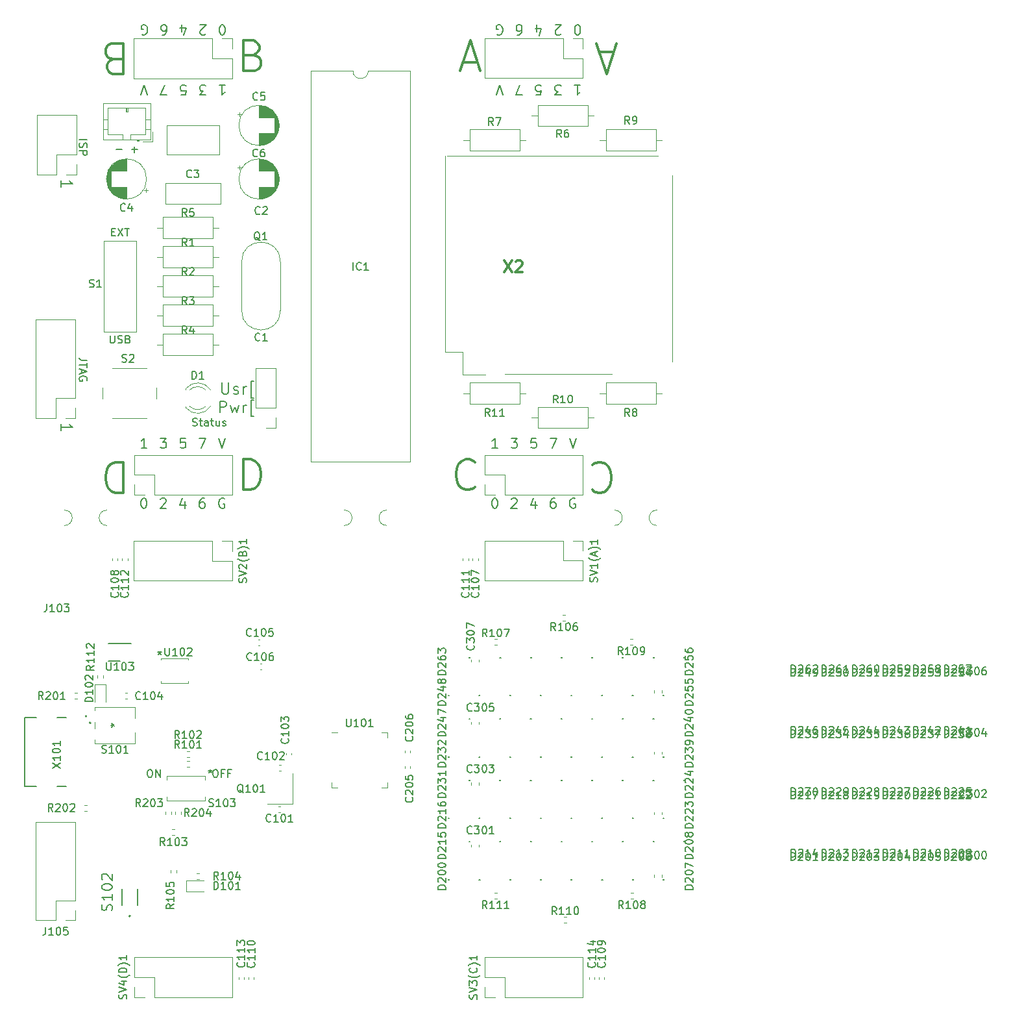
<source format=gbr>
%TF.GenerationSoftware,KiCad,Pcbnew,(6.0.9)*%
%TF.CreationDate,2023-01-08T00:55:17+00:00*%
%TF.ProjectId,il-flatto,696c2d66-6c61-4747-946f-2e6b69636164,rev?*%
%TF.SameCoordinates,Original*%
%TF.FileFunction,Legend,Top*%
%TF.FilePolarity,Positive*%
%FSLAX46Y46*%
G04 Gerber Fmt 4.6, Leading zero omitted, Abs format (unit mm)*
G04 Created by KiCad (PCBNEW (6.0.9)) date 2023-01-08 00:55:17*
%MOMM*%
%LPD*%
G01*
G04 APERTURE LIST*
%ADD10C,0.300000*%
%ADD11C,0.150000*%
%ADD12C,0.100000*%
%ADD13C,0.200000*%
%ADD14C,0.120000*%
%ADD15C,0.127000*%
G04 APERTURE END LIST*
D10*
X235902380Y-33528333D02*
X233997619Y-33528333D01*
X236283333Y-32385476D02*
X234950000Y-36385476D01*
X233616666Y-32385476D01*
D11*
X163786428Y-51133571D02*
X163786428Y-50276428D01*
X163786428Y-50705000D02*
X165286428Y-50705000D01*
X165072142Y-50562142D01*
X164929285Y-50419285D01*
X164857857Y-50276428D01*
X225748055Y-39126853D02*
X226367102Y-39126853D01*
X226429007Y-38507806D01*
X226367102Y-38569710D01*
X226243293Y-38631615D01*
X225933769Y-38631615D01*
X225809959Y-38569710D01*
X225748055Y-38507806D01*
X225686150Y-38383996D01*
X225686150Y-38074472D01*
X225748055Y-37950663D01*
X225809959Y-37888758D01*
X225933769Y-37826853D01*
X226243293Y-37826853D01*
X226367102Y-37888758D01*
X226429007Y-37950663D01*
X228990641Y-31166407D02*
X228928736Y-31228312D01*
X228804927Y-31290216D01*
X228495403Y-31290216D01*
X228371593Y-31228312D01*
X228309689Y-31166407D01*
X228247784Y-31042597D01*
X228247784Y-30918788D01*
X228309689Y-30733073D01*
X229052546Y-29990216D01*
X228247784Y-29990216D01*
X163786428Y-82883571D02*
X163786428Y-82026428D01*
X163786428Y-82455000D02*
X165286428Y-82455000D01*
X165072142Y-82312142D01*
X164929285Y-82169285D01*
X164857857Y-82026428D01*
X223291593Y-31290216D02*
X223539213Y-31290216D01*
X223663022Y-31228312D01*
X223724927Y-31166407D01*
X223848736Y-30980692D01*
X223910641Y-30733073D01*
X223910641Y-30237835D01*
X223848736Y-30114026D01*
X223786832Y-30052121D01*
X223663022Y-29990216D01*
X223415403Y-29990216D01*
X223291593Y-30052121D01*
X223229689Y-30114026D01*
X223167784Y-30237835D01*
X223167784Y-30547359D01*
X223229689Y-30671169D01*
X223291593Y-30733073D01*
X223415403Y-30794978D01*
X223663022Y-30794978D01*
X223786832Y-30733073D01*
X223848736Y-30671169D01*
X223910641Y-30547359D01*
X230864848Y-91761632D02*
X230741038Y-91699727D01*
X230555324Y-91699727D01*
X230369610Y-91761632D01*
X230245800Y-91885441D01*
X230183895Y-92009251D01*
X230121991Y-92256870D01*
X230121991Y-92442584D01*
X230183895Y-92690203D01*
X230245800Y-92814012D01*
X230369610Y-92937822D01*
X230555324Y-92999727D01*
X230679133Y-92999727D01*
X230864848Y-92937822D01*
X230926752Y-92875917D01*
X230926752Y-92442584D01*
X230679133Y-92442584D01*
D10*
X217773095Y-90233571D02*
X217582619Y-90424047D01*
X217011190Y-90614523D01*
X216630238Y-90614523D01*
X216058809Y-90424047D01*
X215677857Y-90043095D01*
X215487380Y-89662142D01*
X215296904Y-88900238D01*
X215296904Y-88328809D01*
X215487380Y-87566904D01*
X215677857Y-87185952D01*
X216058809Y-86805000D01*
X216630238Y-86614523D01*
X217011190Y-86614523D01*
X217582619Y-86805000D01*
X217773095Y-86995476D01*
D11*
X182449628Y-91700422D02*
X182202009Y-91700422D01*
X182078199Y-91762327D01*
X182016294Y-91824231D01*
X181892485Y-92009946D01*
X181830580Y-92257565D01*
X181830580Y-92752803D01*
X181892485Y-92876612D01*
X181954389Y-92938517D01*
X182078199Y-93000422D01*
X182325818Y-93000422D01*
X182449628Y-92938517D01*
X182511532Y-92876612D01*
X182573437Y-92752803D01*
X182573437Y-92443279D01*
X182511532Y-92319469D01*
X182449628Y-92257565D01*
X182325818Y-92195660D01*
X182078199Y-92195660D01*
X181954389Y-92257565D01*
X181892485Y-92319469D01*
X181830580Y-92443279D01*
X174312379Y-31212663D02*
X174436189Y-31274567D01*
X174621903Y-31274567D01*
X174807617Y-31212663D01*
X174931427Y-31088853D01*
X174993332Y-30965043D01*
X175055236Y-30717424D01*
X175055236Y-30531710D01*
X174993332Y-30284091D01*
X174931427Y-30160282D01*
X174807617Y-30036472D01*
X174621903Y-29974567D01*
X174498094Y-29974567D01*
X174312379Y-30036472D01*
X174250475Y-30098377D01*
X174250475Y-30531710D01*
X174498094Y-30531710D01*
D10*
X187547380Y-90614523D02*
X187547380Y-86614523D01*
X188499761Y-86614523D01*
X189071190Y-86805000D01*
X189452142Y-87185952D01*
X189642619Y-87566904D01*
X189833095Y-88328809D01*
X189833095Y-88900238D01*
X189642619Y-89662142D01*
X189452142Y-90043095D01*
X189071190Y-90424047D01*
X188499761Y-90614523D01*
X187547380Y-90614523D01*
D11*
X228231991Y-91699727D02*
X227984372Y-91699727D01*
X227860562Y-91761632D01*
X227798657Y-91823536D01*
X227674848Y-92009251D01*
X227612943Y-92256870D01*
X227612943Y-92752108D01*
X227674848Y-92875917D01*
X227736752Y-92937822D01*
X227860562Y-92999727D01*
X228108181Y-92999727D01*
X228231991Y-92937822D01*
X228293895Y-92875917D01*
X228355800Y-92752108D01*
X228355800Y-92442584D01*
X228293895Y-92318774D01*
X228231991Y-92256870D01*
X228108181Y-92194965D01*
X227860562Y-92194965D01*
X227736752Y-92256870D01*
X227674848Y-92318774D01*
X227612943Y-92442584D01*
X220757434Y-85163090D02*
X220014577Y-85163090D01*
X220386006Y-85163090D02*
X220386006Y-83863090D01*
X220262196Y-84048804D01*
X220138386Y-84172614D01*
X220014577Y-84234518D01*
X176750580Y-91824231D02*
X176812485Y-91762327D01*
X176936294Y-91700422D01*
X177245818Y-91700422D01*
X177369628Y-91762327D01*
X177431532Y-91824231D01*
X177493437Y-91948041D01*
X177493437Y-92071850D01*
X177431532Y-92257565D01*
X176688675Y-93000422D01*
X177493437Y-93000422D01*
X230766150Y-37826853D02*
X231509007Y-37826853D01*
X231137579Y-37826853D02*
X231137579Y-39126853D01*
X231261388Y-38941139D01*
X231385198Y-38817329D01*
X231509007Y-38755425D01*
X176945236Y-31274567D02*
X177192856Y-31274567D01*
X177316665Y-31212663D01*
X177378570Y-31150758D01*
X177502379Y-30965043D01*
X177564284Y-30717424D01*
X177564284Y-30222186D01*
X177502379Y-30098377D01*
X177440475Y-30036472D01*
X177316665Y-29974567D01*
X177069046Y-29974567D01*
X176945236Y-30036472D01*
X176883332Y-30098377D01*
X176821427Y-30222186D01*
X176821427Y-30531710D01*
X176883332Y-30655520D01*
X176945236Y-30717424D01*
X177069046Y-30779329D01*
X177316665Y-30779329D01*
X177440475Y-30717424D01*
X177502379Y-30655520D01*
X177564284Y-30531710D01*
X175064555Y-39111204D02*
X174631222Y-37811204D01*
X174197888Y-39111204D01*
X182684555Y-39111204D02*
X181879793Y-39111204D01*
X182313126Y-38615966D01*
X182127412Y-38615966D01*
X182003602Y-38554061D01*
X181941698Y-38492157D01*
X181879793Y-38368347D01*
X181879793Y-38058823D01*
X181941698Y-37935014D01*
X182003602Y-37873109D01*
X182127412Y-37811204D01*
X182498841Y-37811204D01*
X182622650Y-37873109D01*
X182684555Y-37935014D01*
X179401698Y-39111204D02*
X180020745Y-39111204D01*
X180082650Y-38492157D01*
X180020745Y-38554061D01*
X179896936Y-38615966D01*
X179587412Y-38615966D01*
X179463602Y-38554061D01*
X179401698Y-38492157D01*
X179339793Y-38368347D01*
X179339793Y-38058823D01*
X179401698Y-37935014D01*
X179463602Y-37873109D01*
X179587412Y-37811204D01*
X179896936Y-37811204D01*
X180020745Y-37873109D01*
X180082650Y-37935014D01*
X230112672Y-83863090D02*
X230546006Y-85163090D01*
X230979339Y-83863090D01*
X167171619Y-73725333D02*
X166457333Y-73725333D01*
X166314476Y-73677714D01*
X166219238Y-73582476D01*
X166171619Y-73439619D01*
X166171619Y-73344380D01*
X167171619Y-74058666D02*
X167171619Y-74630095D01*
X166171619Y-74344380D02*
X167171619Y-74344380D01*
X166457333Y-74915809D02*
X166457333Y-75392000D01*
X166171619Y-74820571D02*
X167171619Y-75153904D01*
X166171619Y-75487238D01*
X167124000Y-76344380D02*
X167171619Y-76249142D01*
X167171619Y-76106285D01*
X167124000Y-75963428D01*
X167028761Y-75868190D01*
X166933523Y-75820571D01*
X166743047Y-75772952D01*
X166600190Y-75772952D01*
X166409714Y-75820571D01*
X166314476Y-75868190D01*
X166219238Y-75963428D01*
X166171619Y-76106285D01*
X166171619Y-76201523D01*
X166219238Y-76344380D01*
X166266857Y-76392000D01*
X166600190Y-76392000D01*
X166600190Y-76201523D01*
X179485236Y-30841234D02*
X179485236Y-29974567D01*
X179794760Y-31336472D02*
X180104284Y-30407901D01*
X179299522Y-30407901D01*
X179993166Y-83863785D02*
X179374119Y-83863785D01*
X179312214Y-84482832D01*
X179374119Y-84420928D01*
X179497928Y-84359023D01*
X179807452Y-84359023D01*
X179931262Y-84420928D01*
X179993166Y-84482832D01*
X180055071Y-84606642D01*
X180055071Y-84916166D01*
X179993166Y-85039975D01*
X179931262Y-85101880D01*
X179807452Y-85163785D01*
X179497928Y-85163785D01*
X179374119Y-85101880D01*
X179312214Y-85039975D01*
X221410912Y-39126853D02*
X220977579Y-37826853D01*
X220544245Y-39126853D01*
X173745352Y-46220171D02*
X172983447Y-46220171D01*
X173364400Y-45839219D02*
X173364400Y-46601123D01*
X171745352Y-46220171D02*
X170983447Y-46220171D01*
X222492672Y-83863090D02*
X223297434Y-83863090D01*
X222864101Y-84358328D01*
X223049815Y-84358328D01*
X223173625Y-84420233D01*
X223235529Y-84482137D01*
X223297434Y-84605947D01*
X223297434Y-84915471D01*
X223235529Y-85039280D01*
X223173625Y-85101185D01*
X223049815Y-85163090D01*
X222678386Y-85163090D01*
X222554577Y-85101185D01*
X222492672Y-85039280D01*
X220658736Y-31228312D02*
X220782546Y-31290216D01*
X220968260Y-31290216D01*
X221153974Y-31228312D01*
X221277784Y-31104502D01*
X221339689Y-30980692D01*
X221401593Y-30733073D01*
X221401593Y-30547359D01*
X221339689Y-30299740D01*
X221277784Y-30175931D01*
X221153974Y-30052121D01*
X220968260Y-29990216D01*
X220844451Y-29990216D01*
X220658736Y-30052121D01*
X220596832Y-30114026D01*
X220596832Y-30547359D01*
X220844451Y-30547359D01*
X184330309Y-83863785D02*
X184763643Y-85163785D01*
X185196976Y-83863785D01*
D10*
X188880714Y-33909285D02*
X189452142Y-34099761D01*
X189642619Y-34290238D01*
X189833095Y-34671190D01*
X189833095Y-35242619D01*
X189642619Y-35623571D01*
X189452142Y-35814047D01*
X189071190Y-36004523D01*
X187547380Y-36004523D01*
X187547380Y-32004523D01*
X188880714Y-32004523D01*
X189261666Y-32195000D01*
X189452142Y-32385476D01*
X189642619Y-32766428D01*
X189642619Y-33147380D01*
X189452142Y-33528333D01*
X189261666Y-33718809D01*
X188880714Y-33909285D01*
X187547380Y-33909285D01*
D11*
X223950912Y-39126853D02*
X223084245Y-39126853D01*
X223641388Y-37826853D01*
X176710309Y-83863785D02*
X177515071Y-83863785D01*
X177081738Y-84359023D01*
X177267452Y-84359023D01*
X177391262Y-84420928D01*
X177453166Y-84482832D01*
X177515071Y-84606642D01*
X177515071Y-84916166D01*
X177453166Y-85039975D01*
X177391262Y-85101880D01*
X177267452Y-85163785D01*
X176896023Y-85163785D01*
X176772214Y-85101880D01*
X176710309Y-85039975D01*
X182644284Y-31150758D02*
X182582379Y-31212663D01*
X182458570Y-31274567D01*
X182149046Y-31274567D01*
X182025236Y-31212663D01*
X181963332Y-31150758D01*
X181901427Y-31026948D01*
X181901427Y-30903139D01*
X181963332Y-30717424D01*
X182706189Y-29974567D01*
X181901427Y-29974567D01*
X225831593Y-30856883D02*
X225831593Y-29990216D01*
X226141117Y-31352121D02*
X226450641Y-30423550D01*
X225645879Y-30423550D01*
X184775357Y-76616071D02*
X184775357Y-77830357D01*
X184846785Y-77973214D01*
X184918214Y-78044642D01*
X185061071Y-78116071D01*
X185346785Y-78116071D01*
X185489642Y-78044642D01*
X185561071Y-77973214D01*
X185632500Y-77830357D01*
X185632500Y-76616071D01*
X186275357Y-78044642D02*
X186418214Y-78116071D01*
X186703928Y-78116071D01*
X186846785Y-78044642D01*
X186918214Y-77901785D01*
X186918214Y-77830357D01*
X186846785Y-77687500D01*
X186703928Y-77616071D01*
X186489642Y-77616071D01*
X186346785Y-77544642D01*
X186275357Y-77401785D01*
X186275357Y-77330357D01*
X186346785Y-77187500D01*
X186489642Y-77116071D01*
X186703928Y-77116071D01*
X186846785Y-77187500D01*
X187561071Y-78116071D02*
X187561071Y-77116071D01*
X187561071Y-77401785D02*
X187632500Y-77258928D01*
X187703928Y-77187500D01*
X187846785Y-77116071D01*
X187989642Y-77116071D01*
X188918214Y-78616071D02*
X188561071Y-78616071D01*
X188561071Y-76473214D01*
X188918214Y-76473214D01*
X184489642Y-80531071D02*
X184489642Y-79031071D01*
X185061071Y-79031071D01*
X185203928Y-79102500D01*
X185275357Y-79173928D01*
X185346785Y-79316785D01*
X185346785Y-79531071D01*
X185275357Y-79673928D01*
X185203928Y-79745357D01*
X185061071Y-79816785D01*
X184489642Y-79816785D01*
X185846785Y-79531071D02*
X186132500Y-80531071D01*
X186418214Y-79816785D01*
X186703928Y-80531071D01*
X186989642Y-79531071D01*
X187561071Y-80531071D02*
X187561071Y-79531071D01*
X187561071Y-79816785D02*
X187632500Y-79673928D01*
X187703928Y-79602500D01*
X187846785Y-79531071D01*
X187989642Y-79531071D01*
X188918214Y-81031071D02*
X188561071Y-81031071D01*
X188561071Y-78888214D01*
X188918214Y-78888214D01*
D10*
X233076904Y-87376428D02*
X233267380Y-87185952D01*
X233838809Y-86995476D01*
X234219761Y-86995476D01*
X234791190Y-87185952D01*
X235172142Y-87566904D01*
X235362619Y-87947857D01*
X235553095Y-88709761D01*
X235553095Y-89281190D01*
X235362619Y-90043095D01*
X235172142Y-90424047D01*
X234791190Y-90805000D01*
X234219761Y-90995476D01*
X233838809Y-90995476D01*
X233267380Y-90805000D01*
X233076904Y-90614523D01*
D11*
X174975071Y-85163785D02*
X174232214Y-85163785D01*
X174603643Y-85163785D02*
X174603643Y-83863785D01*
X174479833Y-84049499D01*
X174356023Y-84173309D01*
X174232214Y-84235213D01*
X231221117Y-31290216D02*
X231097308Y-31290216D01*
X230973498Y-31228312D01*
X230911593Y-31166407D01*
X230849689Y-31042597D01*
X230787784Y-30794978D01*
X230787784Y-30485454D01*
X230849689Y-30237835D01*
X230911593Y-30114026D01*
X230973498Y-30052121D01*
X231097308Y-29990216D01*
X231221117Y-29990216D01*
X231344927Y-30052121D01*
X231406832Y-30114026D01*
X231468736Y-30237835D01*
X231530641Y-30485454D01*
X231530641Y-30794978D01*
X231468736Y-31042597D01*
X231406832Y-31166407D01*
X231344927Y-31228312D01*
X231221117Y-31290216D01*
D10*
X216217619Y-34861666D02*
X218122380Y-34861666D01*
X215836666Y-36004523D02*
X217170000Y-32004523D01*
X218503333Y-36004523D01*
D11*
X220302467Y-91699727D02*
X220426276Y-91699727D01*
X220550086Y-91761632D01*
X220611991Y-91823536D01*
X220673895Y-91947346D01*
X220735800Y-92194965D01*
X220735800Y-92504489D01*
X220673895Y-92752108D01*
X220611991Y-92875917D01*
X220550086Y-92937822D01*
X220426276Y-92999727D01*
X220302467Y-92999727D01*
X220178657Y-92937822D01*
X220116752Y-92875917D01*
X220054848Y-92752108D01*
X219992943Y-92504489D01*
X219992943Y-92194965D01*
X220054848Y-91947346D01*
X220116752Y-91823536D01*
X220178657Y-91761632D01*
X220302467Y-91699727D01*
D10*
X171862619Y-86995476D02*
X171862619Y-90995476D01*
X170910238Y-90995476D01*
X170338809Y-90805000D01*
X169957857Y-90424047D01*
X169767380Y-90043095D01*
X169576904Y-89281190D01*
X169576904Y-88709761D01*
X169767380Y-87947857D01*
X169957857Y-87566904D01*
X170338809Y-87185952D01*
X170910238Y-86995476D01*
X171862619Y-86995476D01*
X170529285Y-34480714D02*
X169957857Y-34290238D01*
X169767380Y-34099761D01*
X169576904Y-33718809D01*
X169576904Y-33147380D01*
X169767380Y-32766428D01*
X169957857Y-32575952D01*
X170338809Y-32385476D01*
X171862619Y-32385476D01*
X171862619Y-36385476D01*
X170529285Y-36385476D01*
X170148333Y-36195000D01*
X169957857Y-36004523D01*
X169767380Y-35623571D01*
X169767380Y-35242619D01*
X169957857Y-34861666D01*
X170148333Y-34671190D01*
X170529285Y-34480714D01*
X171862619Y-34480714D01*
D11*
X181790309Y-83863785D02*
X182656976Y-83863785D01*
X182099833Y-85163785D01*
X222532943Y-91823536D02*
X222594848Y-91761632D01*
X222718657Y-91699727D01*
X223028181Y-91699727D01*
X223151991Y-91761632D01*
X223213895Y-91823536D01*
X223275800Y-91947346D01*
X223275800Y-92071155D01*
X223213895Y-92256870D01*
X222471038Y-92999727D01*
X223275800Y-92999727D01*
X177604555Y-39111204D02*
X176737888Y-39111204D01*
X177295031Y-37811204D01*
X225775529Y-83863090D02*
X225156482Y-83863090D01*
X225094577Y-84482137D01*
X225156482Y-84420233D01*
X225280291Y-84358328D01*
X225589815Y-84358328D01*
X225713625Y-84420233D01*
X225775529Y-84482137D01*
X225837434Y-84605947D01*
X225837434Y-84915471D01*
X225775529Y-85039280D01*
X225713625Y-85101185D01*
X225589815Y-85163090D01*
X225280291Y-85163090D01*
X225156482Y-85101185D01*
X225094577Y-85039280D01*
X229030912Y-39126853D02*
X228226150Y-39126853D01*
X228659483Y-38631615D01*
X228473769Y-38631615D01*
X228349959Y-38569710D01*
X228288055Y-38507806D01*
X228226150Y-38383996D01*
X228226150Y-38074472D01*
X228288055Y-37950663D01*
X228349959Y-37888758D01*
X228473769Y-37826853D01*
X228845198Y-37826853D01*
X228969007Y-37888758D01*
X229030912Y-37950663D01*
X184419793Y-37811204D02*
X185162650Y-37811204D01*
X184791222Y-37811204D02*
X184791222Y-39111204D01*
X184915031Y-38925490D01*
X185038841Y-38801680D01*
X185162650Y-38739776D01*
X174520104Y-91700422D02*
X174643913Y-91700422D01*
X174767723Y-91762327D01*
X174829628Y-91824231D01*
X174891532Y-91948041D01*
X174953437Y-92195660D01*
X174953437Y-92505184D01*
X174891532Y-92752803D01*
X174829628Y-92876612D01*
X174767723Y-92938517D01*
X174643913Y-93000422D01*
X174520104Y-93000422D01*
X174396294Y-92938517D01*
X174334389Y-92876612D01*
X174272485Y-92752803D01*
X174210580Y-92505184D01*
X174210580Y-92195660D01*
X174272485Y-91948041D01*
X174334389Y-91824231D01*
X174396294Y-91762327D01*
X174520104Y-91700422D01*
X170188095Y-70477380D02*
X170188095Y-71286904D01*
X170235714Y-71382142D01*
X170283333Y-71429761D01*
X170378571Y-71477380D01*
X170569047Y-71477380D01*
X170664285Y-71429761D01*
X170711904Y-71382142D01*
X170759523Y-71286904D01*
X170759523Y-70477380D01*
X171188095Y-71429761D02*
X171330952Y-71477380D01*
X171569047Y-71477380D01*
X171664285Y-71429761D01*
X171711904Y-71382142D01*
X171759523Y-71286904D01*
X171759523Y-71191666D01*
X171711904Y-71096428D01*
X171664285Y-71048809D01*
X171569047Y-71001190D01*
X171378571Y-70953571D01*
X171283333Y-70905952D01*
X171235714Y-70858333D01*
X171188095Y-70763095D01*
X171188095Y-70667857D01*
X171235714Y-70572619D01*
X171283333Y-70525000D01*
X171378571Y-70477380D01*
X171616666Y-70477380D01*
X171759523Y-70525000D01*
X172521428Y-70953571D02*
X172664285Y-71001190D01*
X172711904Y-71048809D01*
X172759523Y-71144047D01*
X172759523Y-71286904D01*
X172711904Y-71382142D01*
X172664285Y-71429761D01*
X172569047Y-71477380D01*
X172188095Y-71477380D01*
X172188095Y-70477380D01*
X172521428Y-70477380D01*
X172616666Y-70525000D01*
X172664285Y-70572619D01*
X172711904Y-70667857D01*
X172711904Y-70763095D01*
X172664285Y-70858333D01*
X172616666Y-70905952D01*
X172521428Y-70953571D01*
X172188095Y-70953571D01*
X227572672Y-83863090D02*
X228439339Y-83863090D01*
X227882196Y-85163090D01*
X225691991Y-92133060D02*
X225691991Y-92999727D01*
X225382467Y-91637822D02*
X225072943Y-92566393D01*
X225877705Y-92566393D01*
X166171619Y-44959809D02*
X167171619Y-44959809D01*
X166219238Y-45388380D02*
X166171619Y-45531238D01*
X166171619Y-45769333D01*
X166219238Y-45864571D01*
X166266857Y-45912190D01*
X166362095Y-45959809D01*
X166457333Y-45959809D01*
X166552571Y-45912190D01*
X166600190Y-45864571D01*
X166647809Y-45769333D01*
X166695428Y-45578857D01*
X166743047Y-45483619D01*
X166790666Y-45436000D01*
X166885904Y-45388380D01*
X166981142Y-45388380D01*
X167076380Y-45436000D01*
X167124000Y-45483619D01*
X167171619Y-45578857D01*
X167171619Y-45816952D01*
X167124000Y-45959809D01*
X166171619Y-46388380D02*
X167171619Y-46388380D01*
X167171619Y-46769333D01*
X167124000Y-46864571D01*
X167076380Y-46912190D01*
X166981142Y-46959809D01*
X166838285Y-46959809D01*
X166743047Y-46912190D01*
X166695428Y-46864571D01*
X166647809Y-46769333D01*
X166647809Y-46388380D01*
X170378571Y-56983571D02*
X170711904Y-56983571D01*
X170854761Y-57507380D02*
X170378571Y-57507380D01*
X170378571Y-56507380D01*
X170854761Y-56507380D01*
X171188095Y-56507380D02*
X171854761Y-57507380D01*
X171854761Y-56507380D02*
X171188095Y-57507380D01*
X172092857Y-56507380D02*
X172664285Y-56507380D01*
X172378571Y-57507380D02*
X172378571Y-56507380D01*
X180948333Y-82224761D02*
X181091190Y-82272380D01*
X181329285Y-82272380D01*
X181424523Y-82224761D01*
X181472142Y-82177142D01*
X181519761Y-82081904D01*
X181519761Y-81986666D01*
X181472142Y-81891428D01*
X181424523Y-81843809D01*
X181329285Y-81796190D01*
X181138809Y-81748571D01*
X181043571Y-81700952D01*
X180995952Y-81653333D01*
X180948333Y-81558095D01*
X180948333Y-81462857D01*
X180995952Y-81367619D01*
X181043571Y-81320000D01*
X181138809Y-81272380D01*
X181376904Y-81272380D01*
X181519761Y-81320000D01*
X181805476Y-81605714D02*
X182186428Y-81605714D01*
X181948333Y-81272380D02*
X181948333Y-82129523D01*
X181995952Y-82224761D01*
X182091190Y-82272380D01*
X182186428Y-82272380D01*
X182948333Y-82272380D02*
X182948333Y-81748571D01*
X182900714Y-81653333D01*
X182805476Y-81605714D01*
X182615000Y-81605714D01*
X182519761Y-81653333D01*
X182948333Y-82224761D02*
X182853095Y-82272380D01*
X182615000Y-82272380D01*
X182519761Y-82224761D01*
X182472142Y-82129523D01*
X182472142Y-82034285D01*
X182519761Y-81939047D01*
X182615000Y-81891428D01*
X182853095Y-81891428D01*
X182948333Y-81843809D01*
X183281666Y-81605714D02*
X183662619Y-81605714D01*
X183424523Y-81272380D02*
X183424523Y-82129523D01*
X183472142Y-82224761D01*
X183567380Y-82272380D01*
X183662619Y-82272380D01*
X184424523Y-81605714D02*
X184424523Y-82272380D01*
X183995952Y-81605714D02*
X183995952Y-82129523D01*
X184043571Y-82224761D01*
X184138809Y-82272380D01*
X184281666Y-82272380D01*
X184376904Y-82224761D01*
X184424523Y-82177142D01*
X184853095Y-82224761D02*
X184948333Y-82272380D01*
X185138809Y-82272380D01*
X185234047Y-82224761D01*
X185281666Y-82129523D01*
X185281666Y-82081904D01*
X185234047Y-81986666D01*
X185138809Y-81939047D01*
X184995952Y-81939047D01*
X184900714Y-81891428D01*
X184853095Y-81796190D01*
X184853095Y-81748571D01*
X184900714Y-81653333D01*
X184995952Y-81605714D01*
X185138809Y-81605714D01*
X185234047Y-81653333D01*
X179909628Y-92133755D02*
X179909628Y-93000422D01*
X179600104Y-91638517D02*
X179290580Y-92567088D01*
X180095342Y-92567088D01*
X185082485Y-91762327D02*
X184958675Y-91700422D01*
X184772961Y-91700422D01*
X184587247Y-91762327D01*
X184463437Y-91886136D01*
X184401532Y-92009946D01*
X184339628Y-92257565D01*
X184339628Y-92443279D01*
X184401532Y-92690898D01*
X184463437Y-92814707D01*
X184587247Y-92938517D01*
X184772961Y-93000422D01*
X184896770Y-93000422D01*
X185082485Y-92938517D01*
X185144389Y-92876612D01*
X185144389Y-92443279D01*
X184896770Y-92443279D01*
X184874760Y-31274567D02*
X184750951Y-31274567D01*
X184627141Y-31212663D01*
X184565236Y-31150758D01*
X184503332Y-31026948D01*
X184441427Y-30779329D01*
X184441427Y-30469805D01*
X184503332Y-30222186D01*
X184565236Y-30098377D01*
X184627141Y-30036472D01*
X184750951Y-29974567D01*
X184874760Y-29974567D01*
X184998570Y-30036472D01*
X185060475Y-30098377D01*
X185122379Y-30222186D01*
X185184284Y-30469805D01*
X185184284Y-30779329D01*
X185122379Y-31026948D01*
X185060475Y-31150758D01*
X184998570Y-31212663D01*
X184874760Y-31274567D01*
%TO.C,D263*%
X213952380Y-114690476D02*
X212952380Y-114690476D01*
X212952380Y-114452380D01*
X213000000Y-114309523D01*
X213095238Y-114214285D01*
X213190476Y-114166666D01*
X213380952Y-114119047D01*
X213523809Y-114119047D01*
X213714285Y-114166666D01*
X213809523Y-114214285D01*
X213904761Y-114309523D01*
X213952380Y-114452380D01*
X213952380Y-114690476D01*
X213047619Y-113738095D02*
X213000000Y-113690476D01*
X212952380Y-113595238D01*
X212952380Y-113357142D01*
X213000000Y-113261904D01*
X213047619Y-113214285D01*
X213142857Y-113166666D01*
X213238095Y-113166666D01*
X213380952Y-113214285D01*
X213952380Y-113785714D01*
X213952380Y-113166666D01*
X212952380Y-112309523D02*
X212952380Y-112500000D01*
X213000000Y-112595238D01*
X213047619Y-112642857D01*
X213190476Y-112738095D01*
X213380952Y-112785714D01*
X213761904Y-112785714D01*
X213857142Y-112738095D01*
X213904761Y-112690476D01*
X213952380Y-112595238D01*
X213952380Y-112404761D01*
X213904761Y-112309523D01*
X213857142Y-112261904D01*
X213761904Y-112214285D01*
X213523809Y-112214285D01*
X213428571Y-112261904D01*
X213380952Y-112309523D01*
X213333333Y-112404761D01*
X213333333Y-112595238D01*
X213380952Y-112690476D01*
X213428571Y-112738095D01*
X213523809Y-112785714D01*
X212952380Y-111880952D02*
X212952380Y-111261904D01*
X213333333Y-111595238D01*
X213333333Y-111452380D01*
X213380952Y-111357142D01*
X213428571Y-111309523D01*
X213523809Y-111261904D01*
X213761904Y-111261904D01*
X213857142Y-111309523D01*
X213904761Y-111357142D01*
X213952380Y-111452380D01*
X213952380Y-111738095D01*
X213904761Y-111833333D01*
X213857142Y-111880952D01*
%TO.C,D262*%
X259059523Y-114452380D02*
X259059523Y-113452380D01*
X259297619Y-113452380D01*
X259440476Y-113500000D01*
X259535714Y-113595238D01*
X259583333Y-113690476D01*
X259630952Y-113880952D01*
X259630952Y-114023809D01*
X259583333Y-114214285D01*
X259535714Y-114309523D01*
X259440476Y-114404761D01*
X259297619Y-114452380D01*
X259059523Y-114452380D01*
X260011904Y-113547619D02*
X260059523Y-113500000D01*
X260154761Y-113452380D01*
X260392857Y-113452380D01*
X260488095Y-113500000D01*
X260535714Y-113547619D01*
X260583333Y-113642857D01*
X260583333Y-113738095D01*
X260535714Y-113880952D01*
X259964285Y-114452380D01*
X260583333Y-114452380D01*
X261440476Y-113452380D02*
X261250000Y-113452380D01*
X261154761Y-113500000D01*
X261107142Y-113547619D01*
X261011904Y-113690476D01*
X260964285Y-113880952D01*
X260964285Y-114261904D01*
X261011904Y-114357142D01*
X261059523Y-114404761D01*
X261154761Y-114452380D01*
X261345238Y-114452380D01*
X261440476Y-114404761D01*
X261488095Y-114357142D01*
X261535714Y-114261904D01*
X261535714Y-114023809D01*
X261488095Y-113928571D01*
X261440476Y-113880952D01*
X261345238Y-113833333D01*
X261154761Y-113833333D01*
X261059523Y-113880952D01*
X261011904Y-113928571D01*
X260964285Y-114023809D01*
X261916666Y-113547619D02*
X261964285Y-113500000D01*
X262059523Y-113452380D01*
X262297619Y-113452380D01*
X262392857Y-113500000D01*
X262440476Y-113547619D01*
X262488095Y-113642857D01*
X262488095Y-113738095D01*
X262440476Y-113880952D01*
X261869047Y-114452380D01*
X262488095Y-114452380D01*
%TO.C,D261*%
X263059523Y-114452380D02*
X263059523Y-113452380D01*
X263297619Y-113452380D01*
X263440476Y-113500000D01*
X263535714Y-113595238D01*
X263583333Y-113690476D01*
X263630952Y-113880952D01*
X263630952Y-114023809D01*
X263583333Y-114214285D01*
X263535714Y-114309523D01*
X263440476Y-114404761D01*
X263297619Y-114452380D01*
X263059523Y-114452380D01*
X264011904Y-113547619D02*
X264059523Y-113500000D01*
X264154761Y-113452380D01*
X264392857Y-113452380D01*
X264488095Y-113500000D01*
X264535714Y-113547619D01*
X264583333Y-113642857D01*
X264583333Y-113738095D01*
X264535714Y-113880952D01*
X263964285Y-114452380D01*
X264583333Y-114452380D01*
X265440476Y-113452380D02*
X265250000Y-113452380D01*
X265154761Y-113500000D01*
X265107142Y-113547619D01*
X265011904Y-113690476D01*
X264964285Y-113880952D01*
X264964285Y-114261904D01*
X265011904Y-114357142D01*
X265059523Y-114404761D01*
X265154761Y-114452380D01*
X265345238Y-114452380D01*
X265440476Y-114404761D01*
X265488095Y-114357142D01*
X265535714Y-114261904D01*
X265535714Y-114023809D01*
X265488095Y-113928571D01*
X265440476Y-113880952D01*
X265345238Y-113833333D01*
X265154761Y-113833333D01*
X265059523Y-113880952D01*
X265011904Y-113928571D01*
X264964285Y-114023809D01*
X266488095Y-114452380D02*
X265916666Y-114452380D01*
X266202380Y-114452380D02*
X266202380Y-113452380D01*
X266107142Y-113595238D01*
X266011904Y-113690476D01*
X265916666Y-113738095D01*
%TO.C,D260*%
X267059523Y-114452380D02*
X267059523Y-113452380D01*
X267297619Y-113452380D01*
X267440476Y-113500000D01*
X267535714Y-113595238D01*
X267583333Y-113690476D01*
X267630952Y-113880952D01*
X267630952Y-114023809D01*
X267583333Y-114214285D01*
X267535714Y-114309523D01*
X267440476Y-114404761D01*
X267297619Y-114452380D01*
X267059523Y-114452380D01*
X268011904Y-113547619D02*
X268059523Y-113500000D01*
X268154761Y-113452380D01*
X268392857Y-113452380D01*
X268488095Y-113500000D01*
X268535714Y-113547619D01*
X268583333Y-113642857D01*
X268583333Y-113738095D01*
X268535714Y-113880952D01*
X267964285Y-114452380D01*
X268583333Y-114452380D01*
X269440476Y-113452380D02*
X269250000Y-113452380D01*
X269154761Y-113500000D01*
X269107142Y-113547619D01*
X269011904Y-113690476D01*
X268964285Y-113880952D01*
X268964285Y-114261904D01*
X269011904Y-114357142D01*
X269059523Y-114404761D01*
X269154761Y-114452380D01*
X269345238Y-114452380D01*
X269440476Y-114404761D01*
X269488095Y-114357142D01*
X269535714Y-114261904D01*
X269535714Y-114023809D01*
X269488095Y-113928571D01*
X269440476Y-113880952D01*
X269345238Y-113833333D01*
X269154761Y-113833333D01*
X269059523Y-113880952D01*
X269011904Y-113928571D01*
X268964285Y-114023809D01*
X270154761Y-113452380D02*
X270250000Y-113452380D01*
X270345238Y-113500000D01*
X270392857Y-113547619D01*
X270440476Y-113642857D01*
X270488095Y-113833333D01*
X270488095Y-114071428D01*
X270440476Y-114261904D01*
X270392857Y-114357142D01*
X270345238Y-114404761D01*
X270250000Y-114452380D01*
X270154761Y-114452380D01*
X270059523Y-114404761D01*
X270011904Y-114357142D01*
X269964285Y-114261904D01*
X269916666Y-114071428D01*
X269916666Y-113833333D01*
X269964285Y-113642857D01*
X270011904Y-113547619D01*
X270059523Y-113500000D01*
X270154761Y-113452380D01*
%TO.C,D259*%
X271059523Y-114452380D02*
X271059523Y-113452380D01*
X271297619Y-113452380D01*
X271440476Y-113500000D01*
X271535714Y-113595238D01*
X271583333Y-113690476D01*
X271630952Y-113880952D01*
X271630952Y-114023809D01*
X271583333Y-114214285D01*
X271535714Y-114309523D01*
X271440476Y-114404761D01*
X271297619Y-114452380D01*
X271059523Y-114452380D01*
X272011904Y-113547619D02*
X272059523Y-113500000D01*
X272154761Y-113452380D01*
X272392857Y-113452380D01*
X272488095Y-113500000D01*
X272535714Y-113547619D01*
X272583333Y-113642857D01*
X272583333Y-113738095D01*
X272535714Y-113880952D01*
X271964285Y-114452380D01*
X272583333Y-114452380D01*
X273488095Y-113452380D02*
X273011904Y-113452380D01*
X272964285Y-113928571D01*
X273011904Y-113880952D01*
X273107142Y-113833333D01*
X273345238Y-113833333D01*
X273440476Y-113880952D01*
X273488095Y-113928571D01*
X273535714Y-114023809D01*
X273535714Y-114261904D01*
X273488095Y-114357142D01*
X273440476Y-114404761D01*
X273345238Y-114452380D01*
X273107142Y-114452380D01*
X273011904Y-114404761D01*
X272964285Y-114357142D01*
X274011904Y-114452380D02*
X274202380Y-114452380D01*
X274297619Y-114404761D01*
X274345238Y-114357142D01*
X274440476Y-114214285D01*
X274488095Y-114023809D01*
X274488095Y-113642857D01*
X274440476Y-113547619D01*
X274392857Y-113500000D01*
X274297619Y-113452380D01*
X274107142Y-113452380D01*
X274011904Y-113500000D01*
X273964285Y-113547619D01*
X273916666Y-113642857D01*
X273916666Y-113880952D01*
X273964285Y-113976190D01*
X274011904Y-114023809D01*
X274107142Y-114071428D01*
X274297619Y-114071428D01*
X274392857Y-114023809D01*
X274440476Y-113976190D01*
X274488095Y-113880952D01*
%TO.C,D258*%
X275059523Y-114452380D02*
X275059523Y-113452380D01*
X275297619Y-113452380D01*
X275440476Y-113500000D01*
X275535714Y-113595238D01*
X275583333Y-113690476D01*
X275630952Y-113880952D01*
X275630952Y-114023809D01*
X275583333Y-114214285D01*
X275535714Y-114309523D01*
X275440476Y-114404761D01*
X275297619Y-114452380D01*
X275059523Y-114452380D01*
X276011904Y-113547619D02*
X276059523Y-113500000D01*
X276154761Y-113452380D01*
X276392857Y-113452380D01*
X276488095Y-113500000D01*
X276535714Y-113547619D01*
X276583333Y-113642857D01*
X276583333Y-113738095D01*
X276535714Y-113880952D01*
X275964285Y-114452380D01*
X276583333Y-114452380D01*
X277488095Y-113452380D02*
X277011904Y-113452380D01*
X276964285Y-113928571D01*
X277011904Y-113880952D01*
X277107142Y-113833333D01*
X277345238Y-113833333D01*
X277440476Y-113880952D01*
X277488095Y-113928571D01*
X277535714Y-114023809D01*
X277535714Y-114261904D01*
X277488095Y-114357142D01*
X277440476Y-114404761D01*
X277345238Y-114452380D01*
X277107142Y-114452380D01*
X277011904Y-114404761D01*
X276964285Y-114357142D01*
X278107142Y-113880952D02*
X278011904Y-113833333D01*
X277964285Y-113785714D01*
X277916666Y-113690476D01*
X277916666Y-113642857D01*
X277964285Y-113547619D01*
X278011904Y-113500000D01*
X278107142Y-113452380D01*
X278297619Y-113452380D01*
X278392857Y-113500000D01*
X278440476Y-113547619D01*
X278488095Y-113642857D01*
X278488095Y-113690476D01*
X278440476Y-113785714D01*
X278392857Y-113833333D01*
X278297619Y-113880952D01*
X278107142Y-113880952D01*
X278011904Y-113928571D01*
X277964285Y-113976190D01*
X277916666Y-114071428D01*
X277916666Y-114261904D01*
X277964285Y-114357142D01*
X278011904Y-114404761D01*
X278107142Y-114452380D01*
X278297619Y-114452380D01*
X278392857Y-114404761D01*
X278440476Y-114357142D01*
X278488095Y-114261904D01*
X278488095Y-114071428D01*
X278440476Y-113976190D01*
X278392857Y-113928571D01*
X278297619Y-113880952D01*
%TO.C,D257*%
X279059523Y-114452380D02*
X279059523Y-113452380D01*
X279297619Y-113452380D01*
X279440476Y-113500000D01*
X279535714Y-113595238D01*
X279583333Y-113690476D01*
X279630952Y-113880952D01*
X279630952Y-114023809D01*
X279583333Y-114214285D01*
X279535714Y-114309523D01*
X279440476Y-114404761D01*
X279297619Y-114452380D01*
X279059523Y-114452380D01*
X280011904Y-113547619D02*
X280059523Y-113500000D01*
X280154761Y-113452380D01*
X280392857Y-113452380D01*
X280488095Y-113500000D01*
X280535714Y-113547619D01*
X280583333Y-113642857D01*
X280583333Y-113738095D01*
X280535714Y-113880952D01*
X279964285Y-114452380D01*
X280583333Y-114452380D01*
X281488095Y-113452380D02*
X281011904Y-113452380D01*
X280964285Y-113928571D01*
X281011904Y-113880952D01*
X281107142Y-113833333D01*
X281345238Y-113833333D01*
X281440476Y-113880952D01*
X281488095Y-113928571D01*
X281535714Y-114023809D01*
X281535714Y-114261904D01*
X281488095Y-114357142D01*
X281440476Y-114404761D01*
X281345238Y-114452380D01*
X281107142Y-114452380D01*
X281011904Y-114404761D01*
X280964285Y-114357142D01*
X281869047Y-113452380D02*
X282535714Y-113452380D01*
X282107142Y-114452380D01*
%TO.C,D256*%
X246202380Y-114690476D02*
X245202380Y-114690476D01*
X245202380Y-114452380D01*
X245250000Y-114309523D01*
X245345238Y-114214285D01*
X245440476Y-114166666D01*
X245630952Y-114119047D01*
X245773809Y-114119047D01*
X245964285Y-114166666D01*
X246059523Y-114214285D01*
X246154761Y-114309523D01*
X246202380Y-114452380D01*
X246202380Y-114690476D01*
X245297619Y-113738095D02*
X245250000Y-113690476D01*
X245202380Y-113595238D01*
X245202380Y-113357142D01*
X245250000Y-113261904D01*
X245297619Y-113214285D01*
X245392857Y-113166666D01*
X245488095Y-113166666D01*
X245630952Y-113214285D01*
X246202380Y-113785714D01*
X246202380Y-113166666D01*
X245202380Y-112261904D02*
X245202380Y-112738095D01*
X245678571Y-112785714D01*
X245630952Y-112738095D01*
X245583333Y-112642857D01*
X245583333Y-112404761D01*
X245630952Y-112309523D01*
X245678571Y-112261904D01*
X245773809Y-112214285D01*
X246011904Y-112214285D01*
X246107142Y-112261904D01*
X246154761Y-112309523D01*
X246202380Y-112404761D01*
X246202380Y-112642857D01*
X246154761Y-112738095D01*
X246107142Y-112785714D01*
X245202380Y-111357142D02*
X245202380Y-111547619D01*
X245250000Y-111642857D01*
X245297619Y-111690476D01*
X245440476Y-111785714D01*
X245630952Y-111833333D01*
X246011904Y-111833333D01*
X246107142Y-111785714D01*
X246154761Y-111738095D01*
X246202380Y-111642857D01*
X246202380Y-111452380D01*
X246154761Y-111357142D01*
X246107142Y-111309523D01*
X246011904Y-111261904D01*
X245773809Y-111261904D01*
X245678571Y-111309523D01*
X245630952Y-111357142D01*
X245583333Y-111452380D01*
X245583333Y-111642857D01*
X245630952Y-111738095D01*
X245678571Y-111785714D01*
X245773809Y-111833333D01*
%TO.C,D255*%
X246202380Y-118690476D02*
X245202380Y-118690476D01*
X245202380Y-118452380D01*
X245250000Y-118309523D01*
X245345238Y-118214285D01*
X245440476Y-118166666D01*
X245630952Y-118119047D01*
X245773809Y-118119047D01*
X245964285Y-118166666D01*
X246059523Y-118214285D01*
X246154761Y-118309523D01*
X246202380Y-118452380D01*
X246202380Y-118690476D01*
X245297619Y-117738095D02*
X245250000Y-117690476D01*
X245202380Y-117595238D01*
X245202380Y-117357142D01*
X245250000Y-117261904D01*
X245297619Y-117214285D01*
X245392857Y-117166666D01*
X245488095Y-117166666D01*
X245630952Y-117214285D01*
X246202380Y-117785714D01*
X246202380Y-117166666D01*
X245202380Y-116261904D02*
X245202380Y-116738095D01*
X245678571Y-116785714D01*
X245630952Y-116738095D01*
X245583333Y-116642857D01*
X245583333Y-116404761D01*
X245630952Y-116309523D01*
X245678571Y-116261904D01*
X245773809Y-116214285D01*
X246011904Y-116214285D01*
X246107142Y-116261904D01*
X246154761Y-116309523D01*
X246202380Y-116404761D01*
X246202380Y-116642857D01*
X246154761Y-116738095D01*
X246107142Y-116785714D01*
X245202380Y-115309523D02*
X245202380Y-115785714D01*
X245678571Y-115833333D01*
X245630952Y-115785714D01*
X245583333Y-115690476D01*
X245583333Y-115452380D01*
X245630952Y-115357142D01*
X245678571Y-115309523D01*
X245773809Y-115261904D01*
X246011904Y-115261904D01*
X246107142Y-115309523D01*
X246154761Y-115357142D01*
X246202380Y-115452380D01*
X246202380Y-115690476D01*
X246154761Y-115785714D01*
X246107142Y-115833333D01*
%TO.C,D254*%
X279045137Y-114903462D02*
X279045137Y-113903462D01*
X279283233Y-113903462D01*
X279426090Y-113951082D01*
X279521328Y-114046320D01*
X279568947Y-114141558D01*
X279616566Y-114332034D01*
X279616566Y-114474891D01*
X279568947Y-114665367D01*
X279521328Y-114760605D01*
X279426090Y-114855843D01*
X279283233Y-114903462D01*
X279045137Y-114903462D01*
X279997518Y-113998701D02*
X280045137Y-113951082D01*
X280140375Y-113903462D01*
X280378471Y-113903462D01*
X280473709Y-113951082D01*
X280521328Y-113998701D01*
X280568947Y-114093939D01*
X280568947Y-114189177D01*
X280521328Y-114332034D01*
X279949899Y-114903462D01*
X280568947Y-114903462D01*
X281473709Y-113903462D02*
X280997518Y-113903462D01*
X280949899Y-114379653D01*
X280997518Y-114332034D01*
X281092756Y-114284415D01*
X281330852Y-114284415D01*
X281426090Y-114332034D01*
X281473709Y-114379653D01*
X281521328Y-114474891D01*
X281521328Y-114712986D01*
X281473709Y-114808224D01*
X281426090Y-114855843D01*
X281330852Y-114903462D01*
X281092756Y-114903462D01*
X280997518Y-114855843D01*
X280949899Y-114808224D01*
X282378471Y-114236796D02*
X282378471Y-114903462D01*
X282140375Y-113855843D02*
X281902280Y-114570129D01*
X282521328Y-114570129D01*
%TO.C,D253*%
X275045137Y-114903462D02*
X275045137Y-113903462D01*
X275283233Y-113903462D01*
X275426090Y-113951082D01*
X275521328Y-114046320D01*
X275568947Y-114141558D01*
X275616566Y-114332034D01*
X275616566Y-114474891D01*
X275568947Y-114665367D01*
X275521328Y-114760605D01*
X275426090Y-114855843D01*
X275283233Y-114903462D01*
X275045137Y-114903462D01*
X275997518Y-113998701D02*
X276045137Y-113951082D01*
X276140375Y-113903462D01*
X276378471Y-113903462D01*
X276473709Y-113951082D01*
X276521328Y-113998701D01*
X276568947Y-114093939D01*
X276568947Y-114189177D01*
X276521328Y-114332034D01*
X275949899Y-114903462D01*
X276568947Y-114903462D01*
X277473709Y-113903462D02*
X276997518Y-113903462D01*
X276949899Y-114379653D01*
X276997518Y-114332034D01*
X277092756Y-114284415D01*
X277330852Y-114284415D01*
X277426090Y-114332034D01*
X277473709Y-114379653D01*
X277521328Y-114474891D01*
X277521328Y-114712986D01*
X277473709Y-114808224D01*
X277426090Y-114855843D01*
X277330852Y-114903462D01*
X277092756Y-114903462D01*
X276997518Y-114855843D01*
X276949899Y-114808224D01*
X277854661Y-113903462D02*
X278473709Y-113903462D01*
X278140375Y-114284415D01*
X278283233Y-114284415D01*
X278378471Y-114332034D01*
X278426090Y-114379653D01*
X278473709Y-114474891D01*
X278473709Y-114712986D01*
X278426090Y-114808224D01*
X278378471Y-114855843D01*
X278283233Y-114903462D01*
X277997518Y-114903462D01*
X277902280Y-114855843D01*
X277854661Y-114808224D01*
%TO.C,D252*%
X271045137Y-114903462D02*
X271045137Y-113903462D01*
X271283233Y-113903462D01*
X271426090Y-113951082D01*
X271521328Y-114046320D01*
X271568947Y-114141558D01*
X271616566Y-114332034D01*
X271616566Y-114474891D01*
X271568947Y-114665367D01*
X271521328Y-114760605D01*
X271426090Y-114855843D01*
X271283233Y-114903462D01*
X271045137Y-114903462D01*
X271997518Y-113998701D02*
X272045137Y-113951082D01*
X272140375Y-113903462D01*
X272378471Y-113903462D01*
X272473709Y-113951082D01*
X272521328Y-113998701D01*
X272568947Y-114093939D01*
X272568947Y-114189177D01*
X272521328Y-114332034D01*
X271949899Y-114903462D01*
X272568947Y-114903462D01*
X273473709Y-113903462D02*
X272997518Y-113903462D01*
X272949899Y-114379653D01*
X272997518Y-114332034D01*
X273092756Y-114284415D01*
X273330852Y-114284415D01*
X273426090Y-114332034D01*
X273473709Y-114379653D01*
X273521328Y-114474891D01*
X273521328Y-114712986D01*
X273473709Y-114808224D01*
X273426090Y-114855843D01*
X273330852Y-114903462D01*
X273092756Y-114903462D01*
X272997518Y-114855843D01*
X272949899Y-114808224D01*
X273902280Y-113998701D02*
X273949899Y-113951082D01*
X274045137Y-113903462D01*
X274283233Y-113903462D01*
X274378471Y-113951082D01*
X274426090Y-113998701D01*
X274473709Y-114093939D01*
X274473709Y-114189177D01*
X274426090Y-114332034D01*
X273854661Y-114903462D01*
X274473709Y-114903462D01*
%TO.C,D251*%
X267045137Y-114903462D02*
X267045137Y-113903462D01*
X267283233Y-113903462D01*
X267426090Y-113951082D01*
X267521328Y-114046320D01*
X267568947Y-114141558D01*
X267616566Y-114332034D01*
X267616566Y-114474891D01*
X267568947Y-114665367D01*
X267521328Y-114760605D01*
X267426090Y-114855843D01*
X267283233Y-114903462D01*
X267045137Y-114903462D01*
X267997518Y-113998701D02*
X268045137Y-113951082D01*
X268140375Y-113903462D01*
X268378471Y-113903462D01*
X268473709Y-113951082D01*
X268521328Y-113998701D01*
X268568947Y-114093939D01*
X268568947Y-114189177D01*
X268521328Y-114332034D01*
X267949899Y-114903462D01*
X268568947Y-114903462D01*
X269473709Y-113903462D02*
X268997518Y-113903462D01*
X268949899Y-114379653D01*
X268997518Y-114332034D01*
X269092756Y-114284415D01*
X269330852Y-114284415D01*
X269426090Y-114332034D01*
X269473709Y-114379653D01*
X269521328Y-114474891D01*
X269521328Y-114712986D01*
X269473709Y-114808224D01*
X269426090Y-114855843D01*
X269330852Y-114903462D01*
X269092756Y-114903462D01*
X268997518Y-114855843D01*
X268949899Y-114808224D01*
X270473709Y-114903462D02*
X269902280Y-114903462D01*
X270187994Y-114903462D02*
X270187994Y-113903462D01*
X270092756Y-114046320D01*
X269997518Y-114141558D01*
X269902280Y-114189177D01*
%TO.C,D250*%
X263045137Y-114903462D02*
X263045137Y-113903462D01*
X263283233Y-113903462D01*
X263426090Y-113951082D01*
X263521328Y-114046320D01*
X263568947Y-114141558D01*
X263616566Y-114332034D01*
X263616566Y-114474891D01*
X263568947Y-114665367D01*
X263521328Y-114760605D01*
X263426090Y-114855843D01*
X263283233Y-114903462D01*
X263045137Y-114903462D01*
X263997518Y-113998701D02*
X264045137Y-113951082D01*
X264140375Y-113903462D01*
X264378471Y-113903462D01*
X264473709Y-113951082D01*
X264521328Y-113998701D01*
X264568947Y-114093939D01*
X264568947Y-114189177D01*
X264521328Y-114332034D01*
X263949899Y-114903462D01*
X264568947Y-114903462D01*
X265473709Y-113903462D02*
X264997518Y-113903462D01*
X264949899Y-114379653D01*
X264997518Y-114332034D01*
X265092756Y-114284415D01*
X265330852Y-114284415D01*
X265426090Y-114332034D01*
X265473709Y-114379653D01*
X265521328Y-114474891D01*
X265521328Y-114712986D01*
X265473709Y-114808224D01*
X265426090Y-114855843D01*
X265330852Y-114903462D01*
X265092756Y-114903462D01*
X264997518Y-114855843D01*
X264949899Y-114808224D01*
X266140375Y-113903462D02*
X266235614Y-113903462D01*
X266330852Y-113951082D01*
X266378471Y-113998701D01*
X266426090Y-114093939D01*
X266473709Y-114284415D01*
X266473709Y-114522510D01*
X266426090Y-114712986D01*
X266378471Y-114808224D01*
X266330852Y-114855843D01*
X266235614Y-114903462D01*
X266140375Y-114903462D01*
X266045137Y-114855843D01*
X265997518Y-114808224D01*
X265949899Y-114712986D01*
X265902280Y-114522510D01*
X265902280Y-114284415D01*
X265949899Y-114093939D01*
X265997518Y-113998701D01*
X266045137Y-113951082D01*
X266140375Y-113903462D01*
%TO.C,D249*%
X259045137Y-114903462D02*
X259045137Y-113903462D01*
X259283233Y-113903462D01*
X259426090Y-113951082D01*
X259521328Y-114046320D01*
X259568947Y-114141558D01*
X259616566Y-114332034D01*
X259616566Y-114474891D01*
X259568947Y-114665367D01*
X259521328Y-114760605D01*
X259426090Y-114855843D01*
X259283233Y-114903462D01*
X259045137Y-114903462D01*
X259997518Y-113998701D02*
X260045137Y-113951082D01*
X260140375Y-113903462D01*
X260378471Y-113903462D01*
X260473709Y-113951082D01*
X260521328Y-113998701D01*
X260568947Y-114093939D01*
X260568947Y-114189177D01*
X260521328Y-114332034D01*
X259949899Y-114903462D01*
X260568947Y-114903462D01*
X261426090Y-114236796D02*
X261426090Y-114903462D01*
X261187994Y-113855843D02*
X260949899Y-114570129D01*
X261568947Y-114570129D01*
X261997518Y-114903462D02*
X262187994Y-114903462D01*
X262283233Y-114855843D01*
X262330852Y-114808224D01*
X262426090Y-114665367D01*
X262473709Y-114474891D01*
X262473709Y-114093939D01*
X262426090Y-113998701D01*
X262378471Y-113951082D01*
X262283233Y-113903462D01*
X262092756Y-113903462D01*
X261997518Y-113951082D01*
X261949899Y-113998701D01*
X261902280Y-114093939D01*
X261902280Y-114332034D01*
X261949899Y-114427272D01*
X261997518Y-114474891D01*
X262092756Y-114522510D01*
X262283233Y-114522510D01*
X262378471Y-114474891D01*
X262426090Y-114427272D01*
X262473709Y-114332034D01*
%TO.C,D248*%
X213952380Y-118690476D02*
X212952380Y-118690476D01*
X212952380Y-118452380D01*
X213000000Y-118309523D01*
X213095238Y-118214285D01*
X213190476Y-118166666D01*
X213380952Y-118119047D01*
X213523809Y-118119047D01*
X213714285Y-118166666D01*
X213809523Y-118214285D01*
X213904761Y-118309523D01*
X213952380Y-118452380D01*
X213952380Y-118690476D01*
X213047619Y-117738095D02*
X213000000Y-117690476D01*
X212952380Y-117595238D01*
X212952380Y-117357142D01*
X213000000Y-117261904D01*
X213047619Y-117214285D01*
X213142857Y-117166666D01*
X213238095Y-117166666D01*
X213380952Y-117214285D01*
X213952380Y-117785714D01*
X213952380Y-117166666D01*
X213285714Y-116309523D02*
X213952380Y-116309523D01*
X212904761Y-116547619D02*
X213619047Y-116785714D01*
X213619047Y-116166666D01*
X213380952Y-115642857D02*
X213333333Y-115738095D01*
X213285714Y-115785714D01*
X213190476Y-115833333D01*
X213142857Y-115833333D01*
X213047619Y-115785714D01*
X213000000Y-115738095D01*
X212952380Y-115642857D01*
X212952380Y-115452380D01*
X213000000Y-115357142D01*
X213047619Y-115309523D01*
X213142857Y-115261904D01*
X213190476Y-115261904D01*
X213285714Y-115309523D01*
X213333333Y-115357142D01*
X213380952Y-115452380D01*
X213380952Y-115642857D01*
X213428571Y-115738095D01*
X213476190Y-115785714D01*
X213571428Y-115833333D01*
X213761904Y-115833333D01*
X213857142Y-115785714D01*
X213904761Y-115738095D01*
X213952380Y-115642857D01*
X213952380Y-115452380D01*
X213904761Y-115357142D01*
X213857142Y-115309523D01*
X213761904Y-115261904D01*
X213571428Y-115261904D01*
X213476190Y-115309523D01*
X213428571Y-115357142D01*
X213380952Y-115452380D01*
%TO.C,D247*%
X213952380Y-122690476D02*
X212952380Y-122690476D01*
X212952380Y-122452380D01*
X213000000Y-122309523D01*
X213095238Y-122214285D01*
X213190476Y-122166666D01*
X213380952Y-122119047D01*
X213523809Y-122119047D01*
X213714285Y-122166666D01*
X213809523Y-122214285D01*
X213904761Y-122309523D01*
X213952380Y-122452380D01*
X213952380Y-122690476D01*
X213047619Y-121738095D02*
X213000000Y-121690476D01*
X212952380Y-121595238D01*
X212952380Y-121357142D01*
X213000000Y-121261904D01*
X213047619Y-121214285D01*
X213142857Y-121166666D01*
X213238095Y-121166666D01*
X213380952Y-121214285D01*
X213952380Y-121785714D01*
X213952380Y-121166666D01*
X213285714Y-120309523D02*
X213952380Y-120309523D01*
X212904761Y-120547619D02*
X213619047Y-120785714D01*
X213619047Y-120166666D01*
X212952380Y-119880952D02*
X212952380Y-119214285D01*
X213952380Y-119642857D01*
%TO.C,D246*%
X259046980Y-122456569D02*
X259046980Y-121456569D01*
X259285076Y-121456569D01*
X259427933Y-121504189D01*
X259523171Y-121599427D01*
X259570790Y-121694665D01*
X259618409Y-121885141D01*
X259618409Y-122027998D01*
X259570790Y-122218474D01*
X259523171Y-122313712D01*
X259427933Y-122408950D01*
X259285076Y-122456569D01*
X259046980Y-122456569D01*
X259999361Y-121551808D02*
X260046980Y-121504189D01*
X260142218Y-121456569D01*
X260380314Y-121456569D01*
X260475552Y-121504189D01*
X260523171Y-121551808D01*
X260570790Y-121647046D01*
X260570790Y-121742284D01*
X260523171Y-121885141D01*
X259951742Y-122456569D01*
X260570790Y-122456569D01*
X261427933Y-121789903D02*
X261427933Y-122456569D01*
X261189837Y-121408950D02*
X260951742Y-122123236D01*
X261570790Y-122123236D01*
X262380314Y-121456569D02*
X262189837Y-121456569D01*
X262094599Y-121504189D01*
X262046980Y-121551808D01*
X261951742Y-121694665D01*
X261904123Y-121885141D01*
X261904123Y-122266093D01*
X261951742Y-122361331D01*
X261999361Y-122408950D01*
X262094599Y-122456569D01*
X262285076Y-122456569D01*
X262380314Y-122408950D01*
X262427933Y-122361331D01*
X262475552Y-122266093D01*
X262475552Y-122027998D01*
X262427933Y-121932760D01*
X262380314Y-121885141D01*
X262285076Y-121837522D01*
X262094599Y-121837522D01*
X261999361Y-121885141D01*
X261951742Y-121932760D01*
X261904123Y-122027998D01*
%TO.C,D245*%
X263046980Y-122456569D02*
X263046980Y-121456569D01*
X263285076Y-121456569D01*
X263427933Y-121504189D01*
X263523171Y-121599427D01*
X263570790Y-121694665D01*
X263618409Y-121885141D01*
X263618409Y-122027998D01*
X263570790Y-122218474D01*
X263523171Y-122313712D01*
X263427933Y-122408950D01*
X263285076Y-122456569D01*
X263046980Y-122456569D01*
X263999361Y-121551808D02*
X264046980Y-121504189D01*
X264142218Y-121456569D01*
X264380314Y-121456569D01*
X264475552Y-121504189D01*
X264523171Y-121551808D01*
X264570790Y-121647046D01*
X264570790Y-121742284D01*
X264523171Y-121885141D01*
X263951742Y-122456569D01*
X264570790Y-122456569D01*
X265427933Y-121789903D02*
X265427933Y-122456569D01*
X265189837Y-121408950D02*
X264951742Y-122123236D01*
X265570790Y-122123236D01*
X266427933Y-121456569D02*
X265951742Y-121456569D01*
X265904123Y-121932760D01*
X265951742Y-121885141D01*
X266046980Y-121837522D01*
X266285076Y-121837522D01*
X266380314Y-121885141D01*
X266427933Y-121932760D01*
X266475552Y-122027998D01*
X266475552Y-122266093D01*
X266427933Y-122361331D01*
X266380314Y-122408950D01*
X266285076Y-122456569D01*
X266046980Y-122456569D01*
X265951742Y-122408950D01*
X265904123Y-122361331D01*
%TO.C,D244*%
X267046980Y-122456569D02*
X267046980Y-121456569D01*
X267285076Y-121456569D01*
X267427933Y-121504189D01*
X267523171Y-121599427D01*
X267570790Y-121694665D01*
X267618409Y-121885141D01*
X267618409Y-122027998D01*
X267570790Y-122218474D01*
X267523171Y-122313712D01*
X267427933Y-122408950D01*
X267285076Y-122456569D01*
X267046980Y-122456569D01*
X267999361Y-121551808D02*
X268046980Y-121504189D01*
X268142218Y-121456569D01*
X268380314Y-121456569D01*
X268475552Y-121504189D01*
X268523171Y-121551808D01*
X268570790Y-121647046D01*
X268570790Y-121742284D01*
X268523171Y-121885141D01*
X267951742Y-122456569D01*
X268570790Y-122456569D01*
X269427933Y-121789903D02*
X269427933Y-122456569D01*
X269189837Y-121408950D02*
X268951742Y-122123236D01*
X269570790Y-122123236D01*
X270380314Y-121789903D02*
X270380314Y-122456569D01*
X270142218Y-121408950D02*
X269904123Y-122123236D01*
X270523171Y-122123236D01*
%TO.C,D243*%
X271046980Y-122456569D02*
X271046980Y-121456569D01*
X271285076Y-121456569D01*
X271427933Y-121504189D01*
X271523171Y-121599427D01*
X271570790Y-121694665D01*
X271618409Y-121885141D01*
X271618409Y-122027998D01*
X271570790Y-122218474D01*
X271523171Y-122313712D01*
X271427933Y-122408950D01*
X271285076Y-122456569D01*
X271046980Y-122456569D01*
X271999361Y-121551808D02*
X272046980Y-121504189D01*
X272142218Y-121456569D01*
X272380314Y-121456569D01*
X272475552Y-121504189D01*
X272523171Y-121551808D01*
X272570790Y-121647046D01*
X272570790Y-121742284D01*
X272523171Y-121885141D01*
X271951742Y-122456569D01*
X272570790Y-122456569D01*
X273427933Y-121789903D02*
X273427933Y-122456569D01*
X273189837Y-121408950D02*
X272951742Y-122123236D01*
X273570790Y-122123236D01*
X273856504Y-121456569D02*
X274475552Y-121456569D01*
X274142218Y-121837522D01*
X274285076Y-121837522D01*
X274380314Y-121885141D01*
X274427933Y-121932760D01*
X274475552Y-122027998D01*
X274475552Y-122266093D01*
X274427933Y-122361331D01*
X274380314Y-122408950D01*
X274285076Y-122456569D01*
X273999361Y-122456569D01*
X273904123Y-122408950D01*
X273856504Y-122361331D01*
%TO.C,D242*%
X275046980Y-122456569D02*
X275046980Y-121456569D01*
X275285076Y-121456569D01*
X275427933Y-121504189D01*
X275523171Y-121599427D01*
X275570790Y-121694665D01*
X275618409Y-121885141D01*
X275618409Y-122027998D01*
X275570790Y-122218474D01*
X275523171Y-122313712D01*
X275427933Y-122408950D01*
X275285076Y-122456569D01*
X275046980Y-122456569D01*
X275999361Y-121551808D02*
X276046980Y-121504189D01*
X276142218Y-121456569D01*
X276380314Y-121456569D01*
X276475552Y-121504189D01*
X276523171Y-121551808D01*
X276570790Y-121647046D01*
X276570790Y-121742284D01*
X276523171Y-121885141D01*
X275951742Y-122456569D01*
X276570790Y-122456569D01*
X277427933Y-121789903D02*
X277427933Y-122456569D01*
X277189837Y-121408950D02*
X276951742Y-122123236D01*
X277570790Y-122123236D01*
X277904123Y-121551808D02*
X277951742Y-121504189D01*
X278046980Y-121456569D01*
X278285076Y-121456569D01*
X278380314Y-121504189D01*
X278427933Y-121551808D01*
X278475552Y-121647046D01*
X278475552Y-121742284D01*
X278427933Y-121885141D01*
X277856504Y-122456569D01*
X278475552Y-122456569D01*
%TO.C,D241*%
X279046980Y-122456569D02*
X279046980Y-121456569D01*
X279285076Y-121456569D01*
X279427933Y-121504189D01*
X279523171Y-121599427D01*
X279570790Y-121694665D01*
X279618409Y-121885141D01*
X279618409Y-122027998D01*
X279570790Y-122218474D01*
X279523171Y-122313712D01*
X279427933Y-122408950D01*
X279285076Y-122456569D01*
X279046980Y-122456569D01*
X279999361Y-121551808D02*
X280046980Y-121504189D01*
X280142218Y-121456569D01*
X280380314Y-121456569D01*
X280475552Y-121504189D01*
X280523171Y-121551808D01*
X280570790Y-121647046D01*
X280570790Y-121742284D01*
X280523171Y-121885141D01*
X279951742Y-122456569D01*
X280570790Y-122456569D01*
X281427933Y-121789903D02*
X281427933Y-122456569D01*
X281189837Y-121408950D02*
X280951742Y-122123236D01*
X281570790Y-122123236D01*
X282475552Y-122456569D02*
X281904123Y-122456569D01*
X282189837Y-122456569D02*
X282189837Y-121456569D01*
X282094599Y-121599427D01*
X281999361Y-121694665D01*
X281904123Y-121742284D01*
%TO.C,D240*%
X246202380Y-122690476D02*
X245202380Y-122690476D01*
X245202380Y-122452380D01*
X245250000Y-122309523D01*
X245345238Y-122214285D01*
X245440476Y-122166666D01*
X245630952Y-122119047D01*
X245773809Y-122119047D01*
X245964285Y-122166666D01*
X246059523Y-122214285D01*
X246154761Y-122309523D01*
X246202380Y-122452380D01*
X246202380Y-122690476D01*
X245297619Y-121738095D02*
X245250000Y-121690476D01*
X245202380Y-121595238D01*
X245202380Y-121357142D01*
X245250000Y-121261904D01*
X245297619Y-121214285D01*
X245392857Y-121166666D01*
X245488095Y-121166666D01*
X245630952Y-121214285D01*
X246202380Y-121785714D01*
X246202380Y-121166666D01*
X245535714Y-120309523D02*
X246202380Y-120309523D01*
X245154761Y-120547619D02*
X245869047Y-120785714D01*
X245869047Y-120166666D01*
X245202380Y-119595238D02*
X245202380Y-119500000D01*
X245250000Y-119404761D01*
X245297619Y-119357142D01*
X245392857Y-119309523D01*
X245583333Y-119261904D01*
X245821428Y-119261904D01*
X246011904Y-119309523D01*
X246107142Y-119357142D01*
X246154761Y-119404761D01*
X246202380Y-119500000D01*
X246202380Y-119595238D01*
X246154761Y-119690476D01*
X246107142Y-119738095D01*
X246011904Y-119785714D01*
X245821428Y-119833333D01*
X245583333Y-119833333D01*
X245392857Y-119785714D01*
X245297619Y-119738095D01*
X245250000Y-119690476D01*
X245202380Y-119595238D01*
%TO.C,D239*%
X246202380Y-126690476D02*
X245202380Y-126690476D01*
X245202380Y-126452380D01*
X245250000Y-126309523D01*
X245345238Y-126214285D01*
X245440476Y-126166666D01*
X245630952Y-126119047D01*
X245773809Y-126119047D01*
X245964285Y-126166666D01*
X246059523Y-126214285D01*
X246154761Y-126309523D01*
X246202380Y-126452380D01*
X246202380Y-126690476D01*
X245297619Y-125738095D02*
X245250000Y-125690476D01*
X245202380Y-125595238D01*
X245202380Y-125357142D01*
X245250000Y-125261904D01*
X245297619Y-125214285D01*
X245392857Y-125166666D01*
X245488095Y-125166666D01*
X245630952Y-125214285D01*
X246202380Y-125785714D01*
X246202380Y-125166666D01*
X245202380Y-124833333D02*
X245202380Y-124214285D01*
X245583333Y-124547619D01*
X245583333Y-124404761D01*
X245630952Y-124309523D01*
X245678571Y-124261904D01*
X245773809Y-124214285D01*
X246011904Y-124214285D01*
X246107142Y-124261904D01*
X246154761Y-124309523D01*
X246202380Y-124404761D01*
X246202380Y-124690476D01*
X246154761Y-124785714D01*
X246107142Y-124833333D01*
X246202380Y-123738095D02*
X246202380Y-123547619D01*
X246154761Y-123452380D01*
X246107142Y-123404761D01*
X245964285Y-123309523D01*
X245773809Y-123261904D01*
X245392857Y-123261904D01*
X245297619Y-123309523D01*
X245250000Y-123357142D01*
X245202380Y-123452380D01*
X245202380Y-123642857D01*
X245250000Y-123738095D01*
X245297619Y-123785714D01*
X245392857Y-123833333D01*
X245630952Y-123833333D01*
X245726190Y-123785714D01*
X245773809Y-123738095D01*
X245821428Y-123642857D01*
X245821428Y-123452380D01*
X245773809Y-123357142D01*
X245726190Y-123309523D01*
X245630952Y-123261904D01*
%TO.C,D238*%
X279045537Y-122913799D02*
X279045537Y-121913799D01*
X279283633Y-121913799D01*
X279426490Y-121961419D01*
X279521728Y-122056657D01*
X279569347Y-122151895D01*
X279616966Y-122342371D01*
X279616966Y-122485228D01*
X279569347Y-122675704D01*
X279521728Y-122770942D01*
X279426490Y-122866180D01*
X279283633Y-122913799D01*
X279045537Y-122913799D01*
X279997918Y-122009038D02*
X280045537Y-121961419D01*
X280140775Y-121913799D01*
X280378871Y-121913799D01*
X280474109Y-121961419D01*
X280521728Y-122009038D01*
X280569347Y-122104276D01*
X280569347Y-122199514D01*
X280521728Y-122342371D01*
X279950299Y-122913799D01*
X280569347Y-122913799D01*
X280902680Y-121913799D02*
X281521728Y-121913799D01*
X281188394Y-122294752D01*
X281331252Y-122294752D01*
X281426490Y-122342371D01*
X281474109Y-122389990D01*
X281521728Y-122485228D01*
X281521728Y-122723323D01*
X281474109Y-122818561D01*
X281426490Y-122866180D01*
X281331252Y-122913799D01*
X281045537Y-122913799D01*
X280950299Y-122866180D01*
X280902680Y-122818561D01*
X282093156Y-122342371D02*
X281997918Y-122294752D01*
X281950299Y-122247133D01*
X281902680Y-122151895D01*
X281902680Y-122104276D01*
X281950299Y-122009038D01*
X281997918Y-121961419D01*
X282093156Y-121913799D01*
X282283633Y-121913799D01*
X282378871Y-121961419D01*
X282426490Y-122009038D01*
X282474109Y-122104276D01*
X282474109Y-122151895D01*
X282426490Y-122247133D01*
X282378871Y-122294752D01*
X282283633Y-122342371D01*
X282093156Y-122342371D01*
X281997918Y-122389990D01*
X281950299Y-122437609D01*
X281902680Y-122532847D01*
X281902680Y-122723323D01*
X281950299Y-122818561D01*
X281997918Y-122866180D01*
X282093156Y-122913799D01*
X282283633Y-122913799D01*
X282378871Y-122866180D01*
X282426490Y-122818561D01*
X282474109Y-122723323D01*
X282474109Y-122532847D01*
X282426490Y-122437609D01*
X282378871Y-122389990D01*
X282283633Y-122342371D01*
%TO.C,D237*%
X275045537Y-122913799D02*
X275045537Y-121913799D01*
X275283633Y-121913799D01*
X275426490Y-121961419D01*
X275521728Y-122056657D01*
X275569347Y-122151895D01*
X275616966Y-122342371D01*
X275616966Y-122485228D01*
X275569347Y-122675704D01*
X275521728Y-122770942D01*
X275426490Y-122866180D01*
X275283633Y-122913799D01*
X275045537Y-122913799D01*
X275997918Y-122009038D02*
X276045537Y-121961419D01*
X276140775Y-121913799D01*
X276378871Y-121913799D01*
X276474109Y-121961419D01*
X276521728Y-122009038D01*
X276569347Y-122104276D01*
X276569347Y-122199514D01*
X276521728Y-122342371D01*
X275950299Y-122913799D01*
X276569347Y-122913799D01*
X276902680Y-121913799D02*
X277521728Y-121913799D01*
X277188394Y-122294752D01*
X277331252Y-122294752D01*
X277426490Y-122342371D01*
X277474109Y-122389990D01*
X277521728Y-122485228D01*
X277521728Y-122723323D01*
X277474109Y-122818561D01*
X277426490Y-122866180D01*
X277331252Y-122913799D01*
X277045537Y-122913799D01*
X276950299Y-122866180D01*
X276902680Y-122818561D01*
X277855061Y-121913799D02*
X278521728Y-121913799D01*
X278093156Y-122913799D01*
%TO.C,D236*%
X271045537Y-122913799D02*
X271045537Y-121913799D01*
X271283633Y-121913799D01*
X271426490Y-121961419D01*
X271521728Y-122056657D01*
X271569347Y-122151895D01*
X271616966Y-122342371D01*
X271616966Y-122485228D01*
X271569347Y-122675704D01*
X271521728Y-122770942D01*
X271426490Y-122866180D01*
X271283633Y-122913799D01*
X271045537Y-122913799D01*
X271997918Y-122009038D02*
X272045537Y-121961419D01*
X272140775Y-121913799D01*
X272378871Y-121913799D01*
X272474109Y-121961419D01*
X272521728Y-122009038D01*
X272569347Y-122104276D01*
X272569347Y-122199514D01*
X272521728Y-122342371D01*
X271950299Y-122913799D01*
X272569347Y-122913799D01*
X272902680Y-121913799D02*
X273521728Y-121913799D01*
X273188394Y-122294752D01*
X273331252Y-122294752D01*
X273426490Y-122342371D01*
X273474109Y-122389990D01*
X273521728Y-122485228D01*
X273521728Y-122723323D01*
X273474109Y-122818561D01*
X273426490Y-122866180D01*
X273331252Y-122913799D01*
X273045537Y-122913799D01*
X272950299Y-122866180D01*
X272902680Y-122818561D01*
X274378871Y-121913799D02*
X274188394Y-121913799D01*
X274093156Y-121961419D01*
X274045537Y-122009038D01*
X273950299Y-122151895D01*
X273902680Y-122342371D01*
X273902680Y-122723323D01*
X273950299Y-122818561D01*
X273997918Y-122866180D01*
X274093156Y-122913799D01*
X274283633Y-122913799D01*
X274378871Y-122866180D01*
X274426490Y-122818561D01*
X274474109Y-122723323D01*
X274474109Y-122485228D01*
X274426490Y-122389990D01*
X274378871Y-122342371D01*
X274283633Y-122294752D01*
X274093156Y-122294752D01*
X273997918Y-122342371D01*
X273950299Y-122389990D01*
X273902680Y-122485228D01*
%TO.C,D235*%
X267045537Y-122913799D02*
X267045537Y-121913799D01*
X267283633Y-121913799D01*
X267426490Y-121961419D01*
X267521728Y-122056657D01*
X267569347Y-122151895D01*
X267616966Y-122342371D01*
X267616966Y-122485228D01*
X267569347Y-122675704D01*
X267521728Y-122770942D01*
X267426490Y-122866180D01*
X267283633Y-122913799D01*
X267045537Y-122913799D01*
X267997918Y-122009038D02*
X268045537Y-121961419D01*
X268140775Y-121913799D01*
X268378871Y-121913799D01*
X268474109Y-121961419D01*
X268521728Y-122009038D01*
X268569347Y-122104276D01*
X268569347Y-122199514D01*
X268521728Y-122342371D01*
X267950299Y-122913799D01*
X268569347Y-122913799D01*
X268902680Y-121913799D02*
X269521728Y-121913799D01*
X269188394Y-122294752D01*
X269331252Y-122294752D01*
X269426490Y-122342371D01*
X269474109Y-122389990D01*
X269521728Y-122485228D01*
X269521728Y-122723323D01*
X269474109Y-122818561D01*
X269426490Y-122866180D01*
X269331252Y-122913799D01*
X269045537Y-122913799D01*
X268950299Y-122866180D01*
X268902680Y-122818561D01*
X270426490Y-121913799D02*
X269950299Y-121913799D01*
X269902680Y-122389990D01*
X269950299Y-122342371D01*
X270045537Y-122294752D01*
X270283633Y-122294752D01*
X270378871Y-122342371D01*
X270426490Y-122389990D01*
X270474109Y-122485228D01*
X270474109Y-122723323D01*
X270426490Y-122818561D01*
X270378871Y-122866180D01*
X270283633Y-122913799D01*
X270045537Y-122913799D01*
X269950299Y-122866180D01*
X269902680Y-122818561D01*
%TO.C,D234*%
X263045537Y-122913799D02*
X263045537Y-121913799D01*
X263283633Y-121913799D01*
X263426490Y-121961419D01*
X263521728Y-122056657D01*
X263569347Y-122151895D01*
X263616966Y-122342371D01*
X263616966Y-122485228D01*
X263569347Y-122675704D01*
X263521728Y-122770942D01*
X263426490Y-122866180D01*
X263283633Y-122913799D01*
X263045537Y-122913799D01*
X263997918Y-122009038D02*
X264045537Y-121961419D01*
X264140775Y-121913799D01*
X264378871Y-121913799D01*
X264474109Y-121961419D01*
X264521728Y-122009038D01*
X264569347Y-122104276D01*
X264569347Y-122199514D01*
X264521728Y-122342371D01*
X263950299Y-122913799D01*
X264569347Y-122913799D01*
X264902680Y-121913799D02*
X265521728Y-121913799D01*
X265188394Y-122294752D01*
X265331252Y-122294752D01*
X265426490Y-122342371D01*
X265474109Y-122389990D01*
X265521728Y-122485228D01*
X265521728Y-122723323D01*
X265474109Y-122818561D01*
X265426490Y-122866180D01*
X265331252Y-122913799D01*
X265045537Y-122913799D01*
X264950299Y-122866180D01*
X264902680Y-122818561D01*
X266378871Y-122247133D02*
X266378871Y-122913799D01*
X266140775Y-121866180D02*
X265902680Y-122580466D01*
X266521728Y-122580466D01*
%TO.C,D233*%
X259045537Y-122913799D02*
X259045537Y-121913799D01*
X259283633Y-121913799D01*
X259426490Y-121961419D01*
X259521728Y-122056657D01*
X259569347Y-122151895D01*
X259616966Y-122342371D01*
X259616966Y-122485228D01*
X259569347Y-122675704D01*
X259521728Y-122770942D01*
X259426490Y-122866180D01*
X259283633Y-122913799D01*
X259045537Y-122913799D01*
X259997918Y-122009038D02*
X260045537Y-121961419D01*
X260140775Y-121913799D01*
X260378871Y-121913799D01*
X260474109Y-121961419D01*
X260521728Y-122009038D01*
X260569347Y-122104276D01*
X260569347Y-122199514D01*
X260521728Y-122342371D01*
X259950299Y-122913799D01*
X260569347Y-122913799D01*
X260902680Y-121913799D02*
X261521728Y-121913799D01*
X261188394Y-122294752D01*
X261331252Y-122294752D01*
X261426490Y-122342371D01*
X261474109Y-122389990D01*
X261521728Y-122485228D01*
X261521728Y-122723323D01*
X261474109Y-122818561D01*
X261426490Y-122866180D01*
X261331252Y-122913799D01*
X261045537Y-122913799D01*
X260950299Y-122866180D01*
X260902680Y-122818561D01*
X261855061Y-121913799D02*
X262474109Y-121913799D01*
X262140775Y-122294752D01*
X262283633Y-122294752D01*
X262378871Y-122342371D01*
X262426490Y-122389990D01*
X262474109Y-122485228D01*
X262474109Y-122723323D01*
X262426490Y-122818561D01*
X262378871Y-122866180D01*
X262283633Y-122913799D01*
X261997918Y-122913799D01*
X261902680Y-122866180D01*
X261855061Y-122818561D01*
%TO.C,D232*%
X213952380Y-126690476D02*
X212952380Y-126690476D01*
X212952380Y-126452380D01*
X213000000Y-126309523D01*
X213095238Y-126214285D01*
X213190476Y-126166666D01*
X213380952Y-126119047D01*
X213523809Y-126119047D01*
X213714285Y-126166666D01*
X213809523Y-126214285D01*
X213904761Y-126309523D01*
X213952380Y-126452380D01*
X213952380Y-126690476D01*
X213047619Y-125738095D02*
X213000000Y-125690476D01*
X212952380Y-125595238D01*
X212952380Y-125357142D01*
X213000000Y-125261904D01*
X213047619Y-125214285D01*
X213142857Y-125166666D01*
X213238095Y-125166666D01*
X213380952Y-125214285D01*
X213952380Y-125785714D01*
X213952380Y-125166666D01*
X212952380Y-124833333D02*
X212952380Y-124214285D01*
X213333333Y-124547619D01*
X213333333Y-124404761D01*
X213380952Y-124309523D01*
X213428571Y-124261904D01*
X213523809Y-124214285D01*
X213761904Y-124214285D01*
X213857142Y-124261904D01*
X213904761Y-124309523D01*
X213952380Y-124404761D01*
X213952380Y-124690476D01*
X213904761Y-124785714D01*
X213857142Y-124833333D01*
X213047619Y-123833333D02*
X213000000Y-123785714D01*
X212952380Y-123690476D01*
X212952380Y-123452380D01*
X213000000Y-123357142D01*
X213047619Y-123309523D01*
X213142857Y-123261904D01*
X213238095Y-123261904D01*
X213380952Y-123309523D01*
X213952380Y-123880952D01*
X213952380Y-123261904D01*
%TO.C,D231*%
X213952380Y-130690476D02*
X212952380Y-130690476D01*
X212952380Y-130452380D01*
X213000000Y-130309523D01*
X213095238Y-130214285D01*
X213190476Y-130166666D01*
X213380952Y-130119047D01*
X213523809Y-130119047D01*
X213714285Y-130166666D01*
X213809523Y-130214285D01*
X213904761Y-130309523D01*
X213952380Y-130452380D01*
X213952380Y-130690476D01*
X213047619Y-129738095D02*
X213000000Y-129690476D01*
X212952380Y-129595238D01*
X212952380Y-129357142D01*
X213000000Y-129261904D01*
X213047619Y-129214285D01*
X213142857Y-129166666D01*
X213238095Y-129166666D01*
X213380952Y-129214285D01*
X213952380Y-129785714D01*
X213952380Y-129166666D01*
X212952380Y-128833333D02*
X212952380Y-128214285D01*
X213333333Y-128547619D01*
X213333333Y-128404761D01*
X213380952Y-128309523D01*
X213428571Y-128261904D01*
X213523809Y-128214285D01*
X213761904Y-128214285D01*
X213857142Y-128261904D01*
X213904761Y-128309523D01*
X213952380Y-128404761D01*
X213952380Y-128690476D01*
X213904761Y-128785714D01*
X213857142Y-128833333D01*
X213952380Y-127261904D02*
X213952380Y-127833333D01*
X213952380Y-127547619D02*
X212952380Y-127547619D01*
X213095238Y-127642857D01*
X213190476Y-127738095D01*
X213238095Y-127833333D01*
%TO.C,D230*%
X259049914Y-130455870D02*
X259049914Y-129455870D01*
X259288010Y-129455870D01*
X259430867Y-129503490D01*
X259526105Y-129598728D01*
X259573724Y-129693966D01*
X259621343Y-129884442D01*
X259621343Y-130027299D01*
X259573724Y-130217775D01*
X259526105Y-130313013D01*
X259430867Y-130408251D01*
X259288010Y-130455870D01*
X259049914Y-130455870D01*
X260002295Y-129551109D02*
X260049914Y-129503490D01*
X260145152Y-129455870D01*
X260383248Y-129455870D01*
X260478486Y-129503490D01*
X260526105Y-129551109D01*
X260573724Y-129646347D01*
X260573724Y-129741585D01*
X260526105Y-129884442D01*
X259954676Y-130455870D01*
X260573724Y-130455870D01*
X260907057Y-129455870D02*
X261526105Y-129455870D01*
X261192771Y-129836823D01*
X261335629Y-129836823D01*
X261430867Y-129884442D01*
X261478486Y-129932061D01*
X261526105Y-130027299D01*
X261526105Y-130265394D01*
X261478486Y-130360632D01*
X261430867Y-130408251D01*
X261335629Y-130455870D01*
X261049914Y-130455870D01*
X260954676Y-130408251D01*
X260907057Y-130360632D01*
X262145152Y-129455870D02*
X262240391Y-129455870D01*
X262335629Y-129503490D01*
X262383248Y-129551109D01*
X262430867Y-129646347D01*
X262478486Y-129836823D01*
X262478486Y-130074918D01*
X262430867Y-130265394D01*
X262383248Y-130360632D01*
X262335629Y-130408251D01*
X262240391Y-130455870D01*
X262145152Y-130455870D01*
X262049914Y-130408251D01*
X262002295Y-130360632D01*
X261954676Y-130265394D01*
X261907057Y-130074918D01*
X261907057Y-129836823D01*
X261954676Y-129646347D01*
X262002295Y-129551109D01*
X262049914Y-129503490D01*
X262145152Y-129455870D01*
%TO.C,D229*%
X263049914Y-130455870D02*
X263049914Y-129455870D01*
X263288010Y-129455870D01*
X263430867Y-129503490D01*
X263526105Y-129598728D01*
X263573724Y-129693966D01*
X263621343Y-129884442D01*
X263621343Y-130027299D01*
X263573724Y-130217775D01*
X263526105Y-130313013D01*
X263430867Y-130408251D01*
X263288010Y-130455870D01*
X263049914Y-130455870D01*
X264002295Y-129551109D02*
X264049914Y-129503490D01*
X264145152Y-129455870D01*
X264383248Y-129455870D01*
X264478486Y-129503490D01*
X264526105Y-129551109D01*
X264573724Y-129646347D01*
X264573724Y-129741585D01*
X264526105Y-129884442D01*
X263954676Y-130455870D01*
X264573724Y-130455870D01*
X264954676Y-129551109D02*
X265002295Y-129503490D01*
X265097533Y-129455870D01*
X265335629Y-129455870D01*
X265430867Y-129503490D01*
X265478486Y-129551109D01*
X265526105Y-129646347D01*
X265526105Y-129741585D01*
X265478486Y-129884442D01*
X264907057Y-130455870D01*
X265526105Y-130455870D01*
X266002295Y-130455870D02*
X266192771Y-130455870D01*
X266288010Y-130408251D01*
X266335629Y-130360632D01*
X266430867Y-130217775D01*
X266478486Y-130027299D01*
X266478486Y-129646347D01*
X266430867Y-129551109D01*
X266383248Y-129503490D01*
X266288010Y-129455870D01*
X266097533Y-129455870D01*
X266002295Y-129503490D01*
X265954676Y-129551109D01*
X265907057Y-129646347D01*
X265907057Y-129884442D01*
X265954676Y-129979680D01*
X266002295Y-130027299D01*
X266097533Y-130074918D01*
X266288010Y-130074918D01*
X266383248Y-130027299D01*
X266430867Y-129979680D01*
X266478486Y-129884442D01*
%TO.C,D228*%
X267049914Y-130455870D02*
X267049914Y-129455870D01*
X267288010Y-129455870D01*
X267430867Y-129503490D01*
X267526105Y-129598728D01*
X267573724Y-129693966D01*
X267621343Y-129884442D01*
X267621343Y-130027299D01*
X267573724Y-130217775D01*
X267526105Y-130313013D01*
X267430867Y-130408251D01*
X267288010Y-130455870D01*
X267049914Y-130455870D01*
X268002295Y-129551109D02*
X268049914Y-129503490D01*
X268145152Y-129455870D01*
X268383248Y-129455870D01*
X268478486Y-129503490D01*
X268526105Y-129551109D01*
X268573724Y-129646347D01*
X268573724Y-129741585D01*
X268526105Y-129884442D01*
X267954676Y-130455870D01*
X268573724Y-130455870D01*
X268954676Y-129551109D02*
X269002295Y-129503490D01*
X269097533Y-129455870D01*
X269335629Y-129455870D01*
X269430867Y-129503490D01*
X269478486Y-129551109D01*
X269526105Y-129646347D01*
X269526105Y-129741585D01*
X269478486Y-129884442D01*
X268907057Y-130455870D01*
X269526105Y-130455870D01*
X270097533Y-129884442D02*
X270002295Y-129836823D01*
X269954676Y-129789204D01*
X269907057Y-129693966D01*
X269907057Y-129646347D01*
X269954676Y-129551109D01*
X270002295Y-129503490D01*
X270097533Y-129455870D01*
X270288010Y-129455870D01*
X270383248Y-129503490D01*
X270430867Y-129551109D01*
X270478486Y-129646347D01*
X270478486Y-129693966D01*
X270430867Y-129789204D01*
X270383248Y-129836823D01*
X270288010Y-129884442D01*
X270097533Y-129884442D01*
X270002295Y-129932061D01*
X269954676Y-129979680D01*
X269907057Y-130074918D01*
X269907057Y-130265394D01*
X269954676Y-130360632D01*
X270002295Y-130408251D01*
X270097533Y-130455870D01*
X270288010Y-130455870D01*
X270383248Y-130408251D01*
X270430867Y-130360632D01*
X270478486Y-130265394D01*
X270478486Y-130074918D01*
X270430867Y-129979680D01*
X270383248Y-129932061D01*
X270288010Y-129884442D01*
%TO.C,D227*%
X271049914Y-130455870D02*
X271049914Y-129455870D01*
X271288010Y-129455870D01*
X271430867Y-129503490D01*
X271526105Y-129598728D01*
X271573724Y-129693966D01*
X271621343Y-129884442D01*
X271621343Y-130027299D01*
X271573724Y-130217775D01*
X271526105Y-130313013D01*
X271430867Y-130408251D01*
X271288010Y-130455870D01*
X271049914Y-130455870D01*
X272002295Y-129551109D02*
X272049914Y-129503490D01*
X272145152Y-129455870D01*
X272383248Y-129455870D01*
X272478486Y-129503490D01*
X272526105Y-129551109D01*
X272573724Y-129646347D01*
X272573724Y-129741585D01*
X272526105Y-129884442D01*
X271954676Y-130455870D01*
X272573724Y-130455870D01*
X272954676Y-129551109D02*
X273002295Y-129503490D01*
X273097533Y-129455870D01*
X273335629Y-129455870D01*
X273430867Y-129503490D01*
X273478486Y-129551109D01*
X273526105Y-129646347D01*
X273526105Y-129741585D01*
X273478486Y-129884442D01*
X272907057Y-130455870D01*
X273526105Y-130455870D01*
X273859438Y-129455870D02*
X274526105Y-129455870D01*
X274097533Y-130455870D01*
%TO.C,D226*%
X275049914Y-130455870D02*
X275049914Y-129455870D01*
X275288010Y-129455870D01*
X275430867Y-129503490D01*
X275526105Y-129598728D01*
X275573724Y-129693966D01*
X275621343Y-129884442D01*
X275621343Y-130027299D01*
X275573724Y-130217775D01*
X275526105Y-130313013D01*
X275430867Y-130408251D01*
X275288010Y-130455870D01*
X275049914Y-130455870D01*
X276002295Y-129551109D02*
X276049914Y-129503490D01*
X276145152Y-129455870D01*
X276383248Y-129455870D01*
X276478486Y-129503490D01*
X276526105Y-129551109D01*
X276573724Y-129646347D01*
X276573724Y-129741585D01*
X276526105Y-129884442D01*
X275954676Y-130455870D01*
X276573724Y-130455870D01*
X276954676Y-129551109D02*
X277002295Y-129503490D01*
X277097533Y-129455870D01*
X277335629Y-129455870D01*
X277430867Y-129503490D01*
X277478486Y-129551109D01*
X277526105Y-129646347D01*
X277526105Y-129741585D01*
X277478486Y-129884442D01*
X276907057Y-130455870D01*
X277526105Y-130455870D01*
X278383248Y-129455870D02*
X278192771Y-129455870D01*
X278097533Y-129503490D01*
X278049914Y-129551109D01*
X277954676Y-129693966D01*
X277907057Y-129884442D01*
X277907057Y-130265394D01*
X277954676Y-130360632D01*
X278002295Y-130408251D01*
X278097533Y-130455870D01*
X278288010Y-130455870D01*
X278383248Y-130408251D01*
X278430867Y-130360632D01*
X278478486Y-130265394D01*
X278478486Y-130027299D01*
X278430867Y-129932061D01*
X278383248Y-129884442D01*
X278288010Y-129836823D01*
X278097533Y-129836823D01*
X278002295Y-129884442D01*
X277954676Y-129932061D01*
X277907057Y-130027299D01*
%TO.C,D225*%
X279049914Y-130455870D02*
X279049914Y-129455870D01*
X279288010Y-129455870D01*
X279430867Y-129503490D01*
X279526105Y-129598728D01*
X279573724Y-129693966D01*
X279621343Y-129884442D01*
X279621343Y-130027299D01*
X279573724Y-130217775D01*
X279526105Y-130313013D01*
X279430867Y-130408251D01*
X279288010Y-130455870D01*
X279049914Y-130455870D01*
X280002295Y-129551109D02*
X280049914Y-129503490D01*
X280145152Y-129455870D01*
X280383248Y-129455870D01*
X280478486Y-129503490D01*
X280526105Y-129551109D01*
X280573724Y-129646347D01*
X280573724Y-129741585D01*
X280526105Y-129884442D01*
X279954676Y-130455870D01*
X280573724Y-130455870D01*
X280954676Y-129551109D02*
X281002295Y-129503490D01*
X281097533Y-129455870D01*
X281335629Y-129455870D01*
X281430867Y-129503490D01*
X281478486Y-129551109D01*
X281526105Y-129646347D01*
X281526105Y-129741585D01*
X281478486Y-129884442D01*
X280907057Y-130455870D01*
X281526105Y-130455870D01*
X282430867Y-129455870D02*
X281954676Y-129455870D01*
X281907057Y-129932061D01*
X281954676Y-129884442D01*
X282049914Y-129836823D01*
X282288010Y-129836823D01*
X282383248Y-129884442D01*
X282430867Y-129932061D01*
X282478486Y-130027299D01*
X282478486Y-130265394D01*
X282430867Y-130360632D01*
X282383248Y-130408251D01*
X282288010Y-130455870D01*
X282049914Y-130455870D01*
X281954676Y-130408251D01*
X281907057Y-130360632D01*
%TO.C,D224*%
X246202380Y-130690476D02*
X245202380Y-130690476D01*
X245202380Y-130452380D01*
X245250000Y-130309523D01*
X245345238Y-130214285D01*
X245440476Y-130166666D01*
X245630952Y-130119047D01*
X245773809Y-130119047D01*
X245964285Y-130166666D01*
X246059523Y-130214285D01*
X246154761Y-130309523D01*
X246202380Y-130452380D01*
X246202380Y-130690476D01*
X245297619Y-129738095D02*
X245250000Y-129690476D01*
X245202380Y-129595238D01*
X245202380Y-129357142D01*
X245250000Y-129261904D01*
X245297619Y-129214285D01*
X245392857Y-129166666D01*
X245488095Y-129166666D01*
X245630952Y-129214285D01*
X246202380Y-129785714D01*
X246202380Y-129166666D01*
X245297619Y-128785714D02*
X245250000Y-128738095D01*
X245202380Y-128642857D01*
X245202380Y-128404761D01*
X245250000Y-128309523D01*
X245297619Y-128261904D01*
X245392857Y-128214285D01*
X245488095Y-128214285D01*
X245630952Y-128261904D01*
X246202380Y-128833333D01*
X246202380Y-128214285D01*
X245535714Y-127357142D02*
X246202380Y-127357142D01*
X245154761Y-127595238D02*
X245869047Y-127833333D01*
X245869047Y-127214285D01*
%TO.C,D223*%
X246202380Y-134690476D02*
X245202380Y-134690476D01*
X245202380Y-134452380D01*
X245250000Y-134309523D01*
X245345238Y-134214285D01*
X245440476Y-134166666D01*
X245630952Y-134119047D01*
X245773809Y-134119047D01*
X245964285Y-134166666D01*
X246059523Y-134214285D01*
X246154761Y-134309523D01*
X246202380Y-134452380D01*
X246202380Y-134690476D01*
X245297619Y-133738095D02*
X245250000Y-133690476D01*
X245202380Y-133595238D01*
X245202380Y-133357142D01*
X245250000Y-133261904D01*
X245297619Y-133214285D01*
X245392857Y-133166666D01*
X245488095Y-133166666D01*
X245630952Y-133214285D01*
X246202380Y-133785714D01*
X246202380Y-133166666D01*
X245297619Y-132785714D02*
X245250000Y-132738095D01*
X245202380Y-132642857D01*
X245202380Y-132404761D01*
X245250000Y-132309523D01*
X245297619Y-132261904D01*
X245392857Y-132214285D01*
X245488095Y-132214285D01*
X245630952Y-132261904D01*
X246202380Y-132833333D01*
X246202380Y-132214285D01*
X245202380Y-131880952D02*
X245202380Y-131261904D01*
X245583333Y-131595238D01*
X245583333Y-131452380D01*
X245630952Y-131357142D01*
X245678571Y-131309523D01*
X245773809Y-131261904D01*
X246011904Y-131261904D01*
X246107142Y-131309523D01*
X246154761Y-131357142D01*
X246202380Y-131452380D01*
X246202380Y-131738095D01*
X246154761Y-131833333D01*
X246107142Y-131880952D01*
%TO.C,D222*%
X279046661Y-130907867D02*
X279046661Y-129907867D01*
X279284757Y-129907867D01*
X279427614Y-129955487D01*
X279522852Y-130050725D01*
X279570471Y-130145963D01*
X279618090Y-130336439D01*
X279618090Y-130479296D01*
X279570471Y-130669772D01*
X279522852Y-130765010D01*
X279427614Y-130860248D01*
X279284757Y-130907867D01*
X279046661Y-130907867D01*
X279999042Y-130003106D02*
X280046661Y-129955487D01*
X280141899Y-129907867D01*
X280379995Y-129907867D01*
X280475233Y-129955487D01*
X280522852Y-130003106D01*
X280570471Y-130098344D01*
X280570471Y-130193582D01*
X280522852Y-130336439D01*
X279951423Y-130907867D01*
X280570471Y-130907867D01*
X280951423Y-130003106D02*
X280999042Y-129955487D01*
X281094280Y-129907867D01*
X281332376Y-129907867D01*
X281427614Y-129955487D01*
X281475233Y-130003106D01*
X281522852Y-130098344D01*
X281522852Y-130193582D01*
X281475233Y-130336439D01*
X280903804Y-130907867D01*
X281522852Y-130907867D01*
X281903804Y-130003106D02*
X281951423Y-129955487D01*
X282046661Y-129907867D01*
X282284757Y-129907867D01*
X282379995Y-129955487D01*
X282427614Y-130003106D01*
X282475233Y-130098344D01*
X282475233Y-130193582D01*
X282427614Y-130336439D01*
X281856185Y-130907867D01*
X282475233Y-130907867D01*
%TO.C,D221*%
X275046661Y-130907867D02*
X275046661Y-129907867D01*
X275284757Y-129907867D01*
X275427614Y-129955487D01*
X275522852Y-130050725D01*
X275570471Y-130145963D01*
X275618090Y-130336439D01*
X275618090Y-130479296D01*
X275570471Y-130669772D01*
X275522852Y-130765010D01*
X275427614Y-130860248D01*
X275284757Y-130907867D01*
X275046661Y-130907867D01*
X275999042Y-130003106D02*
X276046661Y-129955487D01*
X276141899Y-129907867D01*
X276379995Y-129907867D01*
X276475233Y-129955487D01*
X276522852Y-130003106D01*
X276570471Y-130098344D01*
X276570471Y-130193582D01*
X276522852Y-130336439D01*
X275951423Y-130907867D01*
X276570471Y-130907867D01*
X276951423Y-130003106D02*
X276999042Y-129955487D01*
X277094280Y-129907867D01*
X277332376Y-129907867D01*
X277427614Y-129955487D01*
X277475233Y-130003106D01*
X277522852Y-130098344D01*
X277522852Y-130193582D01*
X277475233Y-130336439D01*
X276903804Y-130907867D01*
X277522852Y-130907867D01*
X278475233Y-130907867D02*
X277903804Y-130907867D01*
X278189518Y-130907867D02*
X278189518Y-129907867D01*
X278094280Y-130050725D01*
X277999042Y-130145963D01*
X277903804Y-130193582D01*
%TO.C,D220*%
X271046661Y-130907867D02*
X271046661Y-129907867D01*
X271284757Y-129907867D01*
X271427614Y-129955487D01*
X271522852Y-130050725D01*
X271570471Y-130145963D01*
X271618090Y-130336439D01*
X271618090Y-130479296D01*
X271570471Y-130669772D01*
X271522852Y-130765010D01*
X271427614Y-130860248D01*
X271284757Y-130907867D01*
X271046661Y-130907867D01*
X271999042Y-130003106D02*
X272046661Y-129955487D01*
X272141899Y-129907867D01*
X272379995Y-129907867D01*
X272475233Y-129955487D01*
X272522852Y-130003106D01*
X272570471Y-130098344D01*
X272570471Y-130193582D01*
X272522852Y-130336439D01*
X271951423Y-130907867D01*
X272570471Y-130907867D01*
X272951423Y-130003106D02*
X272999042Y-129955487D01*
X273094280Y-129907867D01*
X273332376Y-129907867D01*
X273427614Y-129955487D01*
X273475233Y-130003106D01*
X273522852Y-130098344D01*
X273522852Y-130193582D01*
X273475233Y-130336439D01*
X272903804Y-130907867D01*
X273522852Y-130907867D01*
X274141899Y-129907867D02*
X274237138Y-129907867D01*
X274332376Y-129955487D01*
X274379995Y-130003106D01*
X274427614Y-130098344D01*
X274475233Y-130288820D01*
X274475233Y-130526915D01*
X274427614Y-130717391D01*
X274379995Y-130812629D01*
X274332376Y-130860248D01*
X274237138Y-130907867D01*
X274141899Y-130907867D01*
X274046661Y-130860248D01*
X273999042Y-130812629D01*
X273951423Y-130717391D01*
X273903804Y-130526915D01*
X273903804Y-130288820D01*
X273951423Y-130098344D01*
X273999042Y-130003106D01*
X274046661Y-129955487D01*
X274141899Y-129907867D01*
%TO.C,D219*%
X267046661Y-130907867D02*
X267046661Y-129907867D01*
X267284757Y-129907867D01*
X267427614Y-129955487D01*
X267522852Y-130050725D01*
X267570471Y-130145963D01*
X267618090Y-130336439D01*
X267618090Y-130479296D01*
X267570471Y-130669772D01*
X267522852Y-130765010D01*
X267427614Y-130860248D01*
X267284757Y-130907867D01*
X267046661Y-130907867D01*
X267999042Y-130003106D02*
X268046661Y-129955487D01*
X268141899Y-129907867D01*
X268379995Y-129907867D01*
X268475233Y-129955487D01*
X268522852Y-130003106D01*
X268570471Y-130098344D01*
X268570471Y-130193582D01*
X268522852Y-130336439D01*
X267951423Y-130907867D01*
X268570471Y-130907867D01*
X269522852Y-130907867D02*
X268951423Y-130907867D01*
X269237138Y-130907867D02*
X269237138Y-129907867D01*
X269141899Y-130050725D01*
X269046661Y-130145963D01*
X268951423Y-130193582D01*
X269999042Y-130907867D02*
X270189518Y-130907867D01*
X270284757Y-130860248D01*
X270332376Y-130812629D01*
X270427614Y-130669772D01*
X270475233Y-130479296D01*
X270475233Y-130098344D01*
X270427614Y-130003106D01*
X270379995Y-129955487D01*
X270284757Y-129907867D01*
X270094280Y-129907867D01*
X269999042Y-129955487D01*
X269951423Y-130003106D01*
X269903804Y-130098344D01*
X269903804Y-130336439D01*
X269951423Y-130431677D01*
X269999042Y-130479296D01*
X270094280Y-130526915D01*
X270284757Y-130526915D01*
X270379995Y-130479296D01*
X270427614Y-130431677D01*
X270475233Y-130336439D01*
%TO.C,D218*%
X263046661Y-130907867D02*
X263046661Y-129907867D01*
X263284757Y-129907867D01*
X263427614Y-129955487D01*
X263522852Y-130050725D01*
X263570471Y-130145963D01*
X263618090Y-130336439D01*
X263618090Y-130479296D01*
X263570471Y-130669772D01*
X263522852Y-130765010D01*
X263427614Y-130860248D01*
X263284757Y-130907867D01*
X263046661Y-130907867D01*
X263999042Y-130003106D02*
X264046661Y-129955487D01*
X264141899Y-129907867D01*
X264379995Y-129907867D01*
X264475233Y-129955487D01*
X264522852Y-130003106D01*
X264570471Y-130098344D01*
X264570471Y-130193582D01*
X264522852Y-130336439D01*
X263951423Y-130907867D01*
X264570471Y-130907867D01*
X265522852Y-130907867D02*
X264951423Y-130907867D01*
X265237138Y-130907867D02*
X265237138Y-129907867D01*
X265141899Y-130050725D01*
X265046661Y-130145963D01*
X264951423Y-130193582D01*
X266094280Y-130336439D02*
X265999042Y-130288820D01*
X265951423Y-130241201D01*
X265903804Y-130145963D01*
X265903804Y-130098344D01*
X265951423Y-130003106D01*
X265999042Y-129955487D01*
X266094280Y-129907867D01*
X266284757Y-129907867D01*
X266379995Y-129955487D01*
X266427614Y-130003106D01*
X266475233Y-130098344D01*
X266475233Y-130145963D01*
X266427614Y-130241201D01*
X266379995Y-130288820D01*
X266284757Y-130336439D01*
X266094280Y-130336439D01*
X265999042Y-130384058D01*
X265951423Y-130431677D01*
X265903804Y-130526915D01*
X265903804Y-130717391D01*
X265951423Y-130812629D01*
X265999042Y-130860248D01*
X266094280Y-130907867D01*
X266284757Y-130907867D01*
X266379995Y-130860248D01*
X266427614Y-130812629D01*
X266475233Y-130717391D01*
X266475233Y-130526915D01*
X266427614Y-130431677D01*
X266379995Y-130384058D01*
X266284757Y-130336439D01*
%TO.C,D217*%
X259046661Y-130907867D02*
X259046661Y-129907867D01*
X259284757Y-129907867D01*
X259427614Y-129955487D01*
X259522852Y-130050725D01*
X259570471Y-130145963D01*
X259618090Y-130336439D01*
X259618090Y-130479296D01*
X259570471Y-130669772D01*
X259522852Y-130765010D01*
X259427614Y-130860248D01*
X259284757Y-130907867D01*
X259046661Y-130907867D01*
X259999042Y-130003106D02*
X260046661Y-129955487D01*
X260141899Y-129907867D01*
X260379995Y-129907867D01*
X260475233Y-129955487D01*
X260522852Y-130003106D01*
X260570471Y-130098344D01*
X260570471Y-130193582D01*
X260522852Y-130336439D01*
X259951423Y-130907867D01*
X260570471Y-130907867D01*
X261522852Y-130907867D02*
X260951423Y-130907867D01*
X261237138Y-130907867D02*
X261237138Y-129907867D01*
X261141899Y-130050725D01*
X261046661Y-130145963D01*
X260951423Y-130193582D01*
X261856185Y-129907867D02*
X262522852Y-129907867D01*
X262094280Y-130907867D01*
%TO.C,D216*%
X213952380Y-134690476D02*
X212952380Y-134690476D01*
X212952380Y-134452380D01*
X213000000Y-134309523D01*
X213095238Y-134214285D01*
X213190476Y-134166666D01*
X213380952Y-134119047D01*
X213523809Y-134119047D01*
X213714285Y-134166666D01*
X213809523Y-134214285D01*
X213904761Y-134309523D01*
X213952380Y-134452380D01*
X213952380Y-134690476D01*
X213047619Y-133738095D02*
X213000000Y-133690476D01*
X212952380Y-133595238D01*
X212952380Y-133357142D01*
X213000000Y-133261904D01*
X213047619Y-133214285D01*
X213142857Y-133166666D01*
X213238095Y-133166666D01*
X213380952Y-133214285D01*
X213952380Y-133785714D01*
X213952380Y-133166666D01*
X213952380Y-132214285D02*
X213952380Y-132785714D01*
X213952380Y-132500000D02*
X212952380Y-132500000D01*
X213095238Y-132595238D01*
X213190476Y-132690476D01*
X213238095Y-132785714D01*
X212952380Y-131357142D02*
X212952380Y-131547619D01*
X213000000Y-131642857D01*
X213047619Y-131690476D01*
X213190476Y-131785714D01*
X213380952Y-131833333D01*
X213761904Y-131833333D01*
X213857142Y-131785714D01*
X213904761Y-131738095D01*
X213952380Y-131642857D01*
X213952380Y-131452380D01*
X213904761Y-131357142D01*
X213857142Y-131309523D01*
X213761904Y-131261904D01*
X213523809Y-131261904D01*
X213428571Y-131309523D01*
X213380952Y-131357142D01*
X213333333Y-131452380D01*
X213333333Y-131642857D01*
X213380952Y-131738095D01*
X213428571Y-131785714D01*
X213523809Y-131833333D01*
%TO.C,D215*%
X213952380Y-138690476D02*
X212952380Y-138690476D01*
X212952380Y-138452380D01*
X213000000Y-138309523D01*
X213095238Y-138214285D01*
X213190476Y-138166666D01*
X213380952Y-138119047D01*
X213523809Y-138119047D01*
X213714285Y-138166666D01*
X213809523Y-138214285D01*
X213904761Y-138309523D01*
X213952380Y-138452380D01*
X213952380Y-138690476D01*
X213047619Y-137738095D02*
X213000000Y-137690476D01*
X212952380Y-137595238D01*
X212952380Y-137357142D01*
X213000000Y-137261904D01*
X213047619Y-137214285D01*
X213142857Y-137166666D01*
X213238095Y-137166666D01*
X213380952Y-137214285D01*
X213952380Y-137785714D01*
X213952380Y-137166666D01*
X213952380Y-136214285D02*
X213952380Y-136785714D01*
X213952380Y-136500000D02*
X212952380Y-136500000D01*
X213095238Y-136595238D01*
X213190476Y-136690476D01*
X213238095Y-136785714D01*
X212952380Y-135309523D02*
X212952380Y-135785714D01*
X213428571Y-135833333D01*
X213380952Y-135785714D01*
X213333333Y-135690476D01*
X213333333Y-135452380D01*
X213380952Y-135357142D01*
X213428571Y-135309523D01*
X213523809Y-135261904D01*
X213761904Y-135261904D01*
X213857142Y-135309523D01*
X213904761Y-135357142D01*
X213952380Y-135452380D01*
X213952380Y-135690476D01*
X213904761Y-135785714D01*
X213857142Y-135833333D01*
%TO.C,D214*%
X259055914Y-138459870D02*
X259055914Y-137459870D01*
X259294010Y-137459870D01*
X259436867Y-137507490D01*
X259532105Y-137602728D01*
X259579724Y-137697966D01*
X259627343Y-137888442D01*
X259627343Y-138031299D01*
X259579724Y-138221775D01*
X259532105Y-138317013D01*
X259436867Y-138412251D01*
X259294010Y-138459870D01*
X259055914Y-138459870D01*
X260008295Y-137555109D02*
X260055914Y-137507490D01*
X260151152Y-137459870D01*
X260389248Y-137459870D01*
X260484486Y-137507490D01*
X260532105Y-137555109D01*
X260579724Y-137650347D01*
X260579724Y-137745585D01*
X260532105Y-137888442D01*
X259960676Y-138459870D01*
X260579724Y-138459870D01*
X261532105Y-138459870D02*
X260960676Y-138459870D01*
X261246391Y-138459870D02*
X261246391Y-137459870D01*
X261151152Y-137602728D01*
X261055914Y-137697966D01*
X260960676Y-137745585D01*
X262389248Y-137793204D02*
X262389248Y-138459870D01*
X262151152Y-137412251D02*
X261913057Y-138126537D01*
X262532105Y-138126537D01*
%TO.C,D213*%
X263055914Y-138459870D02*
X263055914Y-137459870D01*
X263294010Y-137459870D01*
X263436867Y-137507490D01*
X263532105Y-137602728D01*
X263579724Y-137697966D01*
X263627343Y-137888442D01*
X263627343Y-138031299D01*
X263579724Y-138221775D01*
X263532105Y-138317013D01*
X263436867Y-138412251D01*
X263294010Y-138459870D01*
X263055914Y-138459870D01*
X264008295Y-137555109D02*
X264055914Y-137507490D01*
X264151152Y-137459870D01*
X264389248Y-137459870D01*
X264484486Y-137507490D01*
X264532105Y-137555109D01*
X264579724Y-137650347D01*
X264579724Y-137745585D01*
X264532105Y-137888442D01*
X263960676Y-138459870D01*
X264579724Y-138459870D01*
X265532105Y-138459870D02*
X264960676Y-138459870D01*
X265246391Y-138459870D02*
X265246391Y-137459870D01*
X265151152Y-137602728D01*
X265055914Y-137697966D01*
X264960676Y-137745585D01*
X265865438Y-137459870D02*
X266484486Y-137459870D01*
X266151152Y-137840823D01*
X266294010Y-137840823D01*
X266389248Y-137888442D01*
X266436867Y-137936061D01*
X266484486Y-138031299D01*
X266484486Y-138269394D01*
X266436867Y-138364632D01*
X266389248Y-138412251D01*
X266294010Y-138459870D01*
X266008295Y-138459870D01*
X265913057Y-138412251D01*
X265865438Y-138364632D01*
%TO.C,D212*%
X267055914Y-138459870D02*
X267055914Y-137459870D01*
X267294010Y-137459870D01*
X267436867Y-137507490D01*
X267532105Y-137602728D01*
X267579724Y-137697966D01*
X267627343Y-137888442D01*
X267627343Y-138031299D01*
X267579724Y-138221775D01*
X267532105Y-138317013D01*
X267436867Y-138412251D01*
X267294010Y-138459870D01*
X267055914Y-138459870D01*
X268008295Y-137555109D02*
X268055914Y-137507490D01*
X268151152Y-137459870D01*
X268389248Y-137459870D01*
X268484486Y-137507490D01*
X268532105Y-137555109D01*
X268579724Y-137650347D01*
X268579724Y-137745585D01*
X268532105Y-137888442D01*
X267960676Y-138459870D01*
X268579724Y-138459870D01*
X269532105Y-138459870D02*
X268960676Y-138459870D01*
X269246391Y-138459870D02*
X269246391Y-137459870D01*
X269151152Y-137602728D01*
X269055914Y-137697966D01*
X268960676Y-137745585D01*
X269913057Y-137555109D02*
X269960676Y-137507490D01*
X270055914Y-137459870D01*
X270294010Y-137459870D01*
X270389248Y-137507490D01*
X270436867Y-137555109D01*
X270484486Y-137650347D01*
X270484486Y-137745585D01*
X270436867Y-137888442D01*
X269865438Y-138459870D01*
X270484486Y-138459870D01*
%TO.C,D211*%
X271055914Y-138459870D02*
X271055914Y-137459870D01*
X271294010Y-137459870D01*
X271436867Y-137507490D01*
X271532105Y-137602728D01*
X271579724Y-137697966D01*
X271627343Y-137888442D01*
X271627343Y-138031299D01*
X271579724Y-138221775D01*
X271532105Y-138317013D01*
X271436867Y-138412251D01*
X271294010Y-138459870D01*
X271055914Y-138459870D01*
X272008295Y-137555109D02*
X272055914Y-137507490D01*
X272151152Y-137459870D01*
X272389248Y-137459870D01*
X272484486Y-137507490D01*
X272532105Y-137555109D01*
X272579724Y-137650347D01*
X272579724Y-137745585D01*
X272532105Y-137888442D01*
X271960676Y-138459870D01*
X272579724Y-138459870D01*
X273532105Y-138459870D02*
X272960676Y-138459870D01*
X273246391Y-138459870D02*
X273246391Y-137459870D01*
X273151152Y-137602728D01*
X273055914Y-137697966D01*
X272960676Y-137745585D01*
X274484486Y-138459870D02*
X273913057Y-138459870D01*
X274198771Y-138459870D02*
X274198771Y-137459870D01*
X274103533Y-137602728D01*
X274008295Y-137697966D01*
X273913057Y-137745585D01*
%TO.C,D210*%
X275055914Y-138459870D02*
X275055914Y-137459870D01*
X275294010Y-137459870D01*
X275436867Y-137507490D01*
X275532105Y-137602728D01*
X275579724Y-137697966D01*
X275627343Y-137888442D01*
X275627343Y-138031299D01*
X275579724Y-138221775D01*
X275532105Y-138317013D01*
X275436867Y-138412251D01*
X275294010Y-138459870D01*
X275055914Y-138459870D01*
X276008295Y-137555109D02*
X276055914Y-137507490D01*
X276151152Y-137459870D01*
X276389248Y-137459870D01*
X276484486Y-137507490D01*
X276532105Y-137555109D01*
X276579724Y-137650347D01*
X276579724Y-137745585D01*
X276532105Y-137888442D01*
X275960676Y-138459870D01*
X276579724Y-138459870D01*
X277532105Y-138459870D02*
X276960676Y-138459870D01*
X277246391Y-138459870D02*
X277246391Y-137459870D01*
X277151152Y-137602728D01*
X277055914Y-137697966D01*
X276960676Y-137745585D01*
X278151152Y-137459870D02*
X278246391Y-137459870D01*
X278341629Y-137507490D01*
X278389248Y-137555109D01*
X278436867Y-137650347D01*
X278484486Y-137840823D01*
X278484486Y-138078918D01*
X278436867Y-138269394D01*
X278389248Y-138364632D01*
X278341629Y-138412251D01*
X278246391Y-138459870D01*
X278151152Y-138459870D01*
X278055914Y-138412251D01*
X278008295Y-138364632D01*
X277960676Y-138269394D01*
X277913057Y-138078918D01*
X277913057Y-137840823D01*
X277960676Y-137650347D01*
X278008295Y-137555109D01*
X278055914Y-137507490D01*
X278151152Y-137459870D01*
%TO.C,D209*%
X279055914Y-138459870D02*
X279055914Y-137459870D01*
X279294010Y-137459870D01*
X279436867Y-137507490D01*
X279532105Y-137602728D01*
X279579724Y-137697966D01*
X279627343Y-137888442D01*
X279627343Y-138031299D01*
X279579724Y-138221775D01*
X279532105Y-138317013D01*
X279436867Y-138412251D01*
X279294010Y-138459870D01*
X279055914Y-138459870D01*
X280008295Y-137555109D02*
X280055914Y-137507490D01*
X280151152Y-137459870D01*
X280389248Y-137459870D01*
X280484486Y-137507490D01*
X280532105Y-137555109D01*
X280579724Y-137650347D01*
X280579724Y-137745585D01*
X280532105Y-137888442D01*
X279960676Y-138459870D01*
X280579724Y-138459870D01*
X281198771Y-137459870D02*
X281294010Y-137459870D01*
X281389248Y-137507490D01*
X281436867Y-137555109D01*
X281484486Y-137650347D01*
X281532105Y-137840823D01*
X281532105Y-138078918D01*
X281484486Y-138269394D01*
X281436867Y-138364632D01*
X281389248Y-138412251D01*
X281294010Y-138459870D01*
X281198771Y-138459870D01*
X281103533Y-138412251D01*
X281055914Y-138364632D01*
X281008295Y-138269394D01*
X280960676Y-138078918D01*
X280960676Y-137840823D01*
X281008295Y-137650347D01*
X281055914Y-137555109D01*
X281103533Y-137507490D01*
X281198771Y-137459870D01*
X282008295Y-138459870D02*
X282198771Y-138459870D01*
X282294010Y-138412251D01*
X282341629Y-138364632D01*
X282436867Y-138221775D01*
X282484486Y-138031299D01*
X282484486Y-137650347D01*
X282436867Y-137555109D01*
X282389248Y-137507490D01*
X282294010Y-137459870D01*
X282103533Y-137459870D01*
X282008295Y-137507490D01*
X281960676Y-137555109D01*
X281913057Y-137650347D01*
X281913057Y-137888442D01*
X281960676Y-137983680D01*
X282008295Y-138031299D01*
X282103533Y-138078918D01*
X282294010Y-138078918D01*
X282389248Y-138031299D01*
X282436867Y-137983680D01*
X282484486Y-137888442D01*
%TO.C,D208*%
X246202380Y-138690476D02*
X245202380Y-138690476D01*
X245202380Y-138452380D01*
X245250000Y-138309523D01*
X245345238Y-138214285D01*
X245440476Y-138166666D01*
X245630952Y-138119047D01*
X245773809Y-138119047D01*
X245964285Y-138166666D01*
X246059523Y-138214285D01*
X246154761Y-138309523D01*
X246202380Y-138452380D01*
X246202380Y-138690476D01*
X245297619Y-137738095D02*
X245250000Y-137690476D01*
X245202380Y-137595238D01*
X245202380Y-137357142D01*
X245250000Y-137261904D01*
X245297619Y-137214285D01*
X245392857Y-137166666D01*
X245488095Y-137166666D01*
X245630952Y-137214285D01*
X246202380Y-137785714D01*
X246202380Y-137166666D01*
X245202380Y-136547619D02*
X245202380Y-136452380D01*
X245250000Y-136357142D01*
X245297619Y-136309523D01*
X245392857Y-136261904D01*
X245583333Y-136214285D01*
X245821428Y-136214285D01*
X246011904Y-136261904D01*
X246107142Y-136309523D01*
X246154761Y-136357142D01*
X246202380Y-136452380D01*
X246202380Y-136547619D01*
X246154761Y-136642857D01*
X246107142Y-136690476D01*
X246011904Y-136738095D01*
X245821428Y-136785714D01*
X245583333Y-136785714D01*
X245392857Y-136738095D01*
X245297619Y-136690476D01*
X245250000Y-136642857D01*
X245202380Y-136547619D01*
X245630952Y-135642857D02*
X245583333Y-135738095D01*
X245535714Y-135785714D01*
X245440476Y-135833333D01*
X245392857Y-135833333D01*
X245297619Y-135785714D01*
X245250000Y-135738095D01*
X245202380Y-135642857D01*
X245202380Y-135452380D01*
X245250000Y-135357142D01*
X245297619Y-135309523D01*
X245392857Y-135261904D01*
X245440476Y-135261904D01*
X245535714Y-135309523D01*
X245583333Y-135357142D01*
X245630952Y-135452380D01*
X245630952Y-135642857D01*
X245678571Y-135738095D01*
X245726190Y-135785714D01*
X245821428Y-135833333D01*
X246011904Y-135833333D01*
X246107142Y-135785714D01*
X246154761Y-135738095D01*
X246202380Y-135642857D01*
X246202380Y-135452380D01*
X246154761Y-135357142D01*
X246107142Y-135309523D01*
X246011904Y-135261904D01*
X245821428Y-135261904D01*
X245726190Y-135309523D01*
X245678571Y-135357142D01*
X245630952Y-135452380D01*
%TO.C,D207*%
X246202380Y-142690476D02*
X245202380Y-142690476D01*
X245202380Y-142452380D01*
X245250000Y-142309523D01*
X245345238Y-142214285D01*
X245440476Y-142166666D01*
X245630952Y-142119047D01*
X245773809Y-142119047D01*
X245964285Y-142166666D01*
X246059523Y-142214285D01*
X246154761Y-142309523D01*
X246202380Y-142452380D01*
X246202380Y-142690476D01*
X245297619Y-141738095D02*
X245250000Y-141690476D01*
X245202380Y-141595238D01*
X245202380Y-141357142D01*
X245250000Y-141261904D01*
X245297619Y-141214285D01*
X245392857Y-141166666D01*
X245488095Y-141166666D01*
X245630952Y-141214285D01*
X246202380Y-141785714D01*
X246202380Y-141166666D01*
X245202380Y-140547619D02*
X245202380Y-140452380D01*
X245250000Y-140357142D01*
X245297619Y-140309523D01*
X245392857Y-140261904D01*
X245583333Y-140214285D01*
X245821428Y-140214285D01*
X246011904Y-140261904D01*
X246107142Y-140309523D01*
X246154761Y-140357142D01*
X246202380Y-140452380D01*
X246202380Y-140547619D01*
X246154761Y-140642857D01*
X246107142Y-140690476D01*
X246011904Y-140738095D01*
X245821428Y-140785714D01*
X245583333Y-140785714D01*
X245392857Y-140738095D01*
X245297619Y-140690476D01*
X245250000Y-140642857D01*
X245202380Y-140547619D01*
X245202380Y-139880952D02*
X245202380Y-139214285D01*
X246202380Y-139642857D01*
%TO.C,D206*%
X279055914Y-138903870D02*
X279055914Y-137903870D01*
X279294010Y-137903870D01*
X279436867Y-137951490D01*
X279532105Y-138046728D01*
X279579724Y-138141966D01*
X279627343Y-138332442D01*
X279627343Y-138475299D01*
X279579724Y-138665775D01*
X279532105Y-138761013D01*
X279436867Y-138856251D01*
X279294010Y-138903870D01*
X279055914Y-138903870D01*
X280008295Y-137999109D02*
X280055914Y-137951490D01*
X280151152Y-137903870D01*
X280389248Y-137903870D01*
X280484486Y-137951490D01*
X280532105Y-137999109D01*
X280579724Y-138094347D01*
X280579724Y-138189585D01*
X280532105Y-138332442D01*
X279960676Y-138903870D01*
X280579724Y-138903870D01*
X281198771Y-137903870D02*
X281294010Y-137903870D01*
X281389248Y-137951490D01*
X281436867Y-137999109D01*
X281484486Y-138094347D01*
X281532105Y-138284823D01*
X281532105Y-138522918D01*
X281484486Y-138713394D01*
X281436867Y-138808632D01*
X281389248Y-138856251D01*
X281294010Y-138903870D01*
X281198771Y-138903870D01*
X281103533Y-138856251D01*
X281055914Y-138808632D01*
X281008295Y-138713394D01*
X280960676Y-138522918D01*
X280960676Y-138284823D01*
X281008295Y-138094347D01*
X281055914Y-137999109D01*
X281103533Y-137951490D01*
X281198771Y-137903870D01*
X282389248Y-137903870D02*
X282198771Y-137903870D01*
X282103533Y-137951490D01*
X282055914Y-137999109D01*
X281960676Y-138141966D01*
X281913057Y-138332442D01*
X281913057Y-138713394D01*
X281960676Y-138808632D01*
X282008295Y-138856251D01*
X282103533Y-138903870D01*
X282294010Y-138903870D01*
X282389248Y-138856251D01*
X282436867Y-138808632D01*
X282484486Y-138713394D01*
X282484486Y-138475299D01*
X282436867Y-138380061D01*
X282389248Y-138332442D01*
X282294010Y-138284823D01*
X282103533Y-138284823D01*
X282008295Y-138332442D01*
X281960676Y-138380061D01*
X281913057Y-138475299D01*
%TO.C,D205*%
X275055914Y-138903870D02*
X275055914Y-137903870D01*
X275294010Y-137903870D01*
X275436867Y-137951490D01*
X275532105Y-138046728D01*
X275579724Y-138141966D01*
X275627343Y-138332442D01*
X275627343Y-138475299D01*
X275579724Y-138665775D01*
X275532105Y-138761013D01*
X275436867Y-138856251D01*
X275294010Y-138903870D01*
X275055914Y-138903870D01*
X276008295Y-137999109D02*
X276055914Y-137951490D01*
X276151152Y-137903870D01*
X276389248Y-137903870D01*
X276484486Y-137951490D01*
X276532105Y-137999109D01*
X276579724Y-138094347D01*
X276579724Y-138189585D01*
X276532105Y-138332442D01*
X275960676Y-138903870D01*
X276579724Y-138903870D01*
X277198771Y-137903870D02*
X277294010Y-137903870D01*
X277389248Y-137951490D01*
X277436867Y-137999109D01*
X277484486Y-138094347D01*
X277532105Y-138284823D01*
X277532105Y-138522918D01*
X277484486Y-138713394D01*
X277436867Y-138808632D01*
X277389248Y-138856251D01*
X277294010Y-138903870D01*
X277198771Y-138903870D01*
X277103533Y-138856251D01*
X277055914Y-138808632D01*
X277008295Y-138713394D01*
X276960676Y-138522918D01*
X276960676Y-138284823D01*
X277008295Y-138094347D01*
X277055914Y-137999109D01*
X277103533Y-137951490D01*
X277198771Y-137903870D01*
X278436867Y-137903870D02*
X277960676Y-137903870D01*
X277913057Y-138380061D01*
X277960676Y-138332442D01*
X278055914Y-138284823D01*
X278294010Y-138284823D01*
X278389248Y-138332442D01*
X278436867Y-138380061D01*
X278484486Y-138475299D01*
X278484486Y-138713394D01*
X278436867Y-138808632D01*
X278389248Y-138856251D01*
X278294010Y-138903870D01*
X278055914Y-138903870D01*
X277960676Y-138856251D01*
X277913057Y-138808632D01*
%TO.C,D204*%
X271055914Y-138903870D02*
X271055914Y-137903870D01*
X271294010Y-137903870D01*
X271436867Y-137951490D01*
X271532105Y-138046728D01*
X271579724Y-138141966D01*
X271627343Y-138332442D01*
X271627343Y-138475299D01*
X271579724Y-138665775D01*
X271532105Y-138761013D01*
X271436867Y-138856251D01*
X271294010Y-138903870D01*
X271055914Y-138903870D01*
X272008295Y-137999109D02*
X272055914Y-137951490D01*
X272151152Y-137903870D01*
X272389248Y-137903870D01*
X272484486Y-137951490D01*
X272532105Y-137999109D01*
X272579724Y-138094347D01*
X272579724Y-138189585D01*
X272532105Y-138332442D01*
X271960676Y-138903870D01*
X272579724Y-138903870D01*
X273198771Y-137903870D02*
X273294010Y-137903870D01*
X273389248Y-137951490D01*
X273436867Y-137999109D01*
X273484486Y-138094347D01*
X273532105Y-138284823D01*
X273532105Y-138522918D01*
X273484486Y-138713394D01*
X273436867Y-138808632D01*
X273389248Y-138856251D01*
X273294010Y-138903870D01*
X273198771Y-138903870D01*
X273103533Y-138856251D01*
X273055914Y-138808632D01*
X273008295Y-138713394D01*
X272960676Y-138522918D01*
X272960676Y-138284823D01*
X273008295Y-138094347D01*
X273055914Y-137999109D01*
X273103533Y-137951490D01*
X273198771Y-137903870D01*
X274389248Y-138237204D02*
X274389248Y-138903870D01*
X274151152Y-137856251D02*
X273913057Y-138570537D01*
X274532105Y-138570537D01*
%TO.C,D203*%
X267055914Y-138903870D02*
X267055914Y-137903870D01*
X267294010Y-137903870D01*
X267436867Y-137951490D01*
X267532105Y-138046728D01*
X267579724Y-138141966D01*
X267627343Y-138332442D01*
X267627343Y-138475299D01*
X267579724Y-138665775D01*
X267532105Y-138761013D01*
X267436867Y-138856251D01*
X267294010Y-138903870D01*
X267055914Y-138903870D01*
X268008295Y-137999109D02*
X268055914Y-137951490D01*
X268151152Y-137903870D01*
X268389248Y-137903870D01*
X268484486Y-137951490D01*
X268532105Y-137999109D01*
X268579724Y-138094347D01*
X268579724Y-138189585D01*
X268532105Y-138332442D01*
X267960676Y-138903870D01*
X268579724Y-138903870D01*
X269198771Y-137903870D02*
X269294010Y-137903870D01*
X269389248Y-137951490D01*
X269436867Y-137999109D01*
X269484486Y-138094347D01*
X269532105Y-138284823D01*
X269532105Y-138522918D01*
X269484486Y-138713394D01*
X269436867Y-138808632D01*
X269389248Y-138856251D01*
X269294010Y-138903870D01*
X269198771Y-138903870D01*
X269103533Y-138856251D01*
X269055914Y-138808632D01*
X269008295Y-138713394D01*
X268960676Y-138522918D01*
X268960676Y-138284823D01*
X269008295Y-138094347D01*
X269055914Y-137999109D01*
X269103533Y-137951490D01*
X269198771Y-137903870D01*
X269865438Y-137903870D02*
X270484486Y-137903870D01*
X270151152Y-138284823D01*
X270294010Y-138284823D01*
X270389248Y-138332442D01*
X270436867Y-138380061D01*
X270484486Y-138475299D01*
X270484486Y-138713394D01*
X270436867Y-138808632D01*
X270389248Y-138856251D01*
X270294010Y-138903870D01*
X270008295Y-138903870D01*
X269913057Y-138856251D01*
X269865438Y-138808632D01*
%TO.C,D202*%
X263055914Y-138903870D02*
X263055914Y-137903870D01*
X263294010Y-137903870D01*
X263436867Y-137951490D01*
X263532105Y-138046728D01*
X263579724Y-138141966D01*
X263627343Y-138332442D01*
X263627343Y-138475299D01*
X263579724Y-138665775D01*
X263532105Y-138761013D01*
X263436867Y-138856251D01*
X263294010Y-138903870D01*
X263055914Y-138903870D01*
X264008295Y-137999109D02*
X264055914Y-137951490D01*
X264151152Y-137903870D01*
X264389248Y-137903870D01*
X264484486Y-137951490D01*
X264532105Y-137999109D01*
X264579724Y-138094347D01*
X264579724Y-138189585D01*
X264532105Y-138332442D01*
X263960676Y-138903870D01*
X264579724Y-138903870D01*
X265198771Y-137903870D02*
X265294010Y-137903870D01*
X265389248Y-137951490D01*
X265436867Y-137999109D01*
X265484486Y-138094347D01*
X265532105Y-138284823D01*
X265532105Y-138522918D01*
X265484486Y-138713394D01*
X265436867Y-138808632D01*
X265389248Y-138856251D01*
X265294010Y-138903870D01*
X265198771Y-138903870D01*
X265103533Y-138856251D01*
X265055914Y-138808632D01*
X265008295Y-138713394D01*
X264960676Y-138522918D01*
X264960676Y-138284823D01*
X265008295Y-138094347D01*
X265055914Y-137999109D01*
X265103533Y-137951490D01*
X265198771Y-137903870D01*
X265913057Y-137999109D02*
X265960676Y-137951490D01*
X266055914Y-137903870D01*
X266294010Y-137903870D01*
X266389248Y-137951490D01*
X266436867Y-137999109D01*
X266484486Y-138094347D01*
X266484486Y-138189585D01*
X266436867Y-138332442D01*
X265865438Y-138903870D01*
X266484486Y-138903870D01*
%TO.C,D201*%
X259055914Y-138903870D02*
X259055914Y-137903870D01*
X259294010Y-137903870D01*
X259436867Y-137951490D01*
X259532105Y-138046728D01*
X259579724Y-138141966D01*
X259627343Y-138332442D01*
X259627343Y-138475299D01*
X259579724Y-138665775D01*
X259532105Y-138761013D01*
X259436867Y-138856251D01*
X259294010Y-138903870D01*
X259055914Y-138903870D01*
X260008295Y-137999109D02*
X260055914Y-137951490D01*
X260151152Y-137903870D01*
X260389248Y-137903870D01*
X260484486Y-137951490D01*
X260532105Y-137999109D01*
X260579724Y-138094347D01*
X260579724Y-138189585D01*
X260532105Y-138332442D01*
X259960676Y-138903870D01*
X260579724Y-138903870D01*
X261198771Y-137903870D02*
X261294010Y-137903870D01*
X261389248Y-137951490D01*
X261436867Y-137999109D01*
X261484486Y-138094347D01*
X261532105Y-138284823D01*
X261532105Y-138522918D01*
X261484486Y-138713394D01*
X261436867Y-138808632D01*
X261389248Y-138856251D01*
X261294010Y-138903870D01*
X261198771Y-138903870D01*
X261103533Y-138856251D01*
X261055914Y-138808632D01*
X261008295Y-138713394D01*
X260960676Y-138522918D01*
X260960676Y-138284823D01*
X261008295Y-138094347D01*
X261055914Y-137999109D01*
X261103533Y-137951490D01*
X261198771Y-137903870D01*
X262484486Y-138903870D02*
X261913057Y-138903870D01*
X262198771Y-138903870D02*
X262198771Y-137903870D01*
X262103533Y-138046728D01*
X262008295Y-138141966D01*
X261913057Y-138189585D01*
%TO.C,D200*%
X213952380Y-142690476D02*
X212952380Y-142690476D01*
X212952380Y-142452380D01*
X213000000Y-142309523D01*
X213095238Y-142214285D01*
X213190476Y-142166666D01*
X213380952Y-142119047D01*
X213523809Y-142119047D01*
X213714285Y-142166666D01*
X213809523Y-142214285D01*
X213904761Y-142309523D01*
X213952380Y-142452380D01*
X213952380Y-142690476D01*
X213047619Y-141738095D02*
X213000000Y-141690476D01*
X212952380Y-141595238D01*
X212952380Y-141357142D01*
X213000000Y-141261904D01*
X213047619Y-141214285D01*
X213142857Y-141166666D01*
X213238095Y-141166666D01*
X213380952Y-141214285D01*
X213952380Y-141785714D01*
X213952380Y-141166666D01*
X212952380Y-140547619D02*
X212952380Y-140452380D01*
X213000000Y-140357142D01*
X213047619Y-140309523D01*
X213142857Y-140261904D01*
X213333333Y-140214285D01*
X213571428Y-140214285D01*
X213761904Y-140261904D01*
X213857142Y-140309523D01*
X213904761Y-140357142D01*
X213952380Y-140452380D01*
X213952380Y-140547619D01*
X213904761Y-140642857D01*
X213857142Y-140690476D01*
X213761904Y-140738095D01*
X213571428Y-140785714D01*
X213333333Y-140785714D01*
X213142857Y-140738095D01*
X213047619Y-140690476D01*
X213000000Y-140642857D01*
X212952380Y-140547619D01*
X212952380Y-139595238D02*
X212952380Y-139500000D01*
X213000000Y-139404761D01*
X213047619Y-139357142D01*
X213142857Y-139309523D01*
X213333333Y-139261904D01*
X213571428Y-139261904D01*
X213761904Y-139309523D01*
X213857142Y-139357142D01*
X213904761Y-139404761D01*
X213952380Y-139500000D01*
X213952380Y-139595238D01*
X213904761Y-139690476D01*
X213857142Y-139738095D01*
X213761904Y-139785714D01*
X213571428Y-139833333D01*
X213333333Y-139833333D01*
X213142857Y-139785714D01*
X213047619Y-139738095D01*
X213000000Y-139690476D01*
X212952380Y-139595238D01*
%TO.C,R110*%
X228420752Y-145967380D02*
X228087419Y-145491190D01*
X227849323Y-145967380D02*
X227849323Y-144967380D01*
X228230276Y-144967380D01*
X228325514Y-145015000D01*
X228373133Y-145062619D01*
X228420752Y-145157857D01*
X228420752Y-145300714D01*
X228373133Y-145395952D01*
X228325514Y-145443571D01*
X228230276Y-145491190D01*
X227849323Y-145491190D01*
X229373133Y-145967380D02*
X228801704Y-145967380D01*
X229087419Y-145967380D02*
X229087419Y-144967380D01*
X228992180Y-145110238D01*
X228896942Y-145205476D01*
X228801704Y-145253095D01*
X230325514Y-145967380D02*
X229754085Y-145967380D01*
X230039800Y-145967380D02*
X230039800Y-144967380D01*
X229944561Y-145110238D01*
X229849323Y-145205476D01*
X229754085Y-145253095D01*
X230944561Y-144967380D02*
X231039800Y-144967380D01*
X231135038Y-145015000D01*
X231182657Y-145062619D01*
X231230276Y-145157857D01*
X231277895Y-145348333D01*
X231277895Y-145586428D01*
X231230276Y-145776904D01*
X231182657Y-145872142D01*
X231135038Y-145919761D01*
X231039800Y-145967380D01*
X230944561Y-145967380D01*
X230849323Y-145919761D01*
X230801704Y-145872142D01*
X230754085Y-145776904D01*
X230706466Y-145586428D01*
X230706466Y-145348333D01*
X230754085Y-145157857D01*
X230801704Y-145062619D01*
X230849323Y-145015000D01*
X230944561Y-144967380D01*
%TO.C,C304*%
X281648952Y-122629142D02*
X281601333Y-122676761D01*
X281458476Y-122724380D01*
X281363238Y-122724380D01*
X281220380Y-122676761D01*
X281125142Y-122581523D01*
X281077523Y-122486285D01*
X281029904Y-122295809D01*
X281029904Y-122152952D01*
X281077523Y-121962476D01*
X281125142Y-121867238D01*
X281220380Y-121772000D01*
X281363238Y-121724380D01*
X281458476Y-121724380D01*
X281601333Y-121772000D01*
X281648952Y-121819619D01*
X281982285Y-121724380D02*
X282601333Y-121724380D01*
X282268000Y-122105333D01*
X282410857Y-122105333D01*
X282506095Y-122152952D01*
X282553714Y-122200571D01*
X282601333Y-122295809D01*
X282601333Y-122533904D01*
X282553714Y-122629142D01*
X282506095Y-122676761D01*
X282410857Y-122724380D01*
X282125142Y-122724380D01*
X282029904Y-122676761D01*
X281982285Y-122629142D01*
X283220380Y-121724380D02*
X283315619Y-121724380D01*
X283410857Y-121772000D01*
X283458476Y-121819619D01*
X283506095Y-121914857D01*
X283553714Y-122105333D01*
X283553714Y-122343428D01*
X283506095Y-122533904D01*
X283458476Y-122629142D01*
X283410857Y-122676761D01*
X283315619Y-122724380D01*
X283220380Y-122724380D01*
X283125142Y-122676761D01*
X283077523Y-122629142D01*
X283029904Y-122533904D01*
X282982285Y-122343428D01*
X282982285Y-122105333D01*
X283029904Y-121914857D01*
X283077523Y-121819619D01*
X283125142Y-121772000D01*
X283220380Y-121724380D01*
X284410857Y-122057714D02*
X284410857Y-122724380D01*
X284172761Y-121676761D02*
X283934666Y-122391047D01*
X284553714Y-122391047D01*
%TO.C,C6*%
X189408305Y-47080201D02*
X189360686Y-47127820D01*
X189217829Y-47175439D01*
X189122591Y-47175439D01*
X188979733Y-47127820D01*
X188884495Y-47032582D01*
X188836876Y-46937344D01*
X188789257Y-46746868D01*
X188789257Y-46604011D01*
X188836876Y-46413535D01*
X188884495Y-46318297D01*
X188979733Y-46223059D01*
X189122591Y-46175439D01*
X189217829Y-46175439D01*
X189360686Y-46223059D01*
X189408305Y-46270678D01*
X190265448Y-46175439D02*
X190074972Y-46175439D01*
X189979733Y-46223059D01*
X189932114Y-46270678D01*
X189836876Y-46413535D01*
X189789257Y-46604011D01*
X189789257Y-46984963D01*
X189836876Y-47080201D01*
X189884495Y-47127820D01*
X189979733Y-47175439D01*
X190170210Y-47175439D01*
X190265448Y-47127820D01*
X190313067Y-47080201D01*
X190360686Y-46984963D01*
X190360686Y-46746868D01*
X190313067Y-46651630D01*
X190265448Y-46604011D01*
X190170210Y-46556392D01*
X189979733Y-46556392D01*
X189884495Y-46604011D01*
X189836876Y-46651630D01*
X189789257Y-46746868D01*
%TO.C,C113*%
X187656742Y-152223647D02*
X187704361Y-152271266D01*
X187751980Y-152414123D01*
X187751980Y-152509361D01*
X187704361Y-152652219D01*
X187609123Y-152747457D01*
X187513885Y-152795076D01*
X187323409Y-152842695D01*
X187180552Y-152842695D01*
X186990076Y-152795076D01*
X186894838Y-152747457D01*
X186799600Y-152652219D01*
X186751980Y-152509361D01*
X186751980Y-152414123D01*
X186799600Y-152271266D01*
X186847219Y-152223647D01*
X187751980Y-151271266D02*
X187751980Y-151842695D01*
X187751980Y-151556980D02*
X186751980Y-151556980D01*
X186894838Y-151652219D01*
X186990076Y-151747457D01*
X187037695Y-151842695D01*
X187751980Y-150318885D02*
X187751980Y-150890314D01*
X187751980Y-150604600D02*
X186751980Y-150604600D01*
X186894838Y-150699838D01*
X186990076Y-150795076D01*
X187037695Y-150890314D01*
X186751980Y-149985552D02*
X186751980Y-149366504D01*
X187132933Y-149699838D01*
X187132933Y-149556980D01*
X187180552Y-149461742D01*
X187228171Y-149414123D01*
X187323409Y-149366504D01*
X187561504Y-149366504D01*
X187656742Y-149414123D01*
X187704361Y-149461742D01*
X187751980Y-149556980D01*
X187751980Y-149842695D01*
X187704361Y-149937933D01*
X187656742Y-149985552D01*
%TO.C,R107*%
X219352952Y-109746980D02*
X219019619Y-109270790D01*
X218781523Y-109746980D02*
X218781523Y-108746980D01*
X219162476Y-108746980D01*
X219257714Y-108794600D01*
X219305333Y-108842219D01*
X219352952Y-108937457D01*
X219352952Y-109080314D01*
X219305333Y-109175552D01*
X219257714Y-109223171D01*
X219162476Y-109270790D01*
X218781523Y-109270790D01*
X220305333Y-109746980D02*
X219733904Y-109746980D01*
X220019619Y-109746980D02*
X220019619Y-108746980D01*
X219924380Y-108889838D01*
X219829142Y-108985076D01*
X219733904Y-109032695D01*
X220924380Y-108746980D02*
X221019619Y-108746980D01*
X221114857Y-108794600D01*
X221162476Y-108842219D01*
X221210095Y-108937457D01*
X221257714Y-109127933D01*
X221257714Y-109366028D01*
X221210095Y-109556504D01*
X221162476Y-109651742D01*
X221114857Y-109699361D01*
X221019619Y-109746980D01*
X220924380Y-109746980D01*
X220829142Y-109699361D01*
X220781523Y-109651742D01*
X220733904Y-109556504D01*
X220686285Y-109366028D01*
X220686285Y-109127933D01*
X220733904Y-108937457D01*
X220781523Y-108842219D01*
X220829142Y-108794600D01*
X220924380Y-108746980D01*
X221591047Y-108746980D02*
X222257714Y-108746980D01*
X221829142Y-109746980D01*
%TO.C,C102*%
X190023668Y-125676220D02*
X189976049Y-125723839D01*
X189833192Y-125771458D01*
X189737954Y-125771458D01*
X189595096Y-125723839D01*
X189499858Y-125628601D01*
X189452239Y-125533363D01*
X189404620Y-125342887D01*
X189404620Y-125200030D01*
X189452239Y-125009554D01*
X189499858Y-124914316D01*
X189595096Y-124819078D01*
X189737954Y-124771458D01*
X189833192Y-124771458D01*
X189976049Y-124819078D01*
X190023668Y-124866697D01*
X190976049Y-125771458D02*
X190404620Y-125771458D01*
X190690335Y-125771458D02*
X190690335Y-124771458D01*
X190595096Y-124914316D01*
X190499858Y-125009554D01*
X190404620Y-125057173D01*
X191595096Y-124771458D02*
X191690335Y-124771458D01*
X191785573Y-124819078D01*
X191833192Y-124866697D01*
X191880811Y-124961935D01*
X191928430Y-125152411D01*
X191928430Y-125390506D01*
X191880811Y-125580982D01*
X191833192Y-125676220D01*
X191785573Y-125723839D01*
X191690335Y-125771458D01*
X191595096Y-125771458D01*
X191499858Y-125723839D01*
X191452239Y-125676220D01*
X191404620Y-125580982D01*
X191357001Y-125390506D01*
X191357001Y-125152411D01*
X191404620Y-124961935D01*
X191452239Y-124866697D01*
X191499858Y-124819078D01*
X191595096Y-124771458D01*
X192309382Y-124866697D02*
X192357001Y-124819078D01*
X192452239Y-124771458D01*
X192690335Y-124771458D01*
X192785573Y-124819078D01*
X192833192Y-124866697D01*
X192880811Y-124961935D01*
X192880811Y-125057173D01*
X192833192Y-125200030D01*
X192261763Y-125771458D01*
X192880811Y-125771458D01*
%TO.C,U102*%
X177355714Y-111212380D02*
X177355714Y-112021904D01*
X177403333Y-112117142D01*
X177450952Y-112164761D01*
X177546190Y-112212380D01*
X177736666Y-112212380D01*
X177831904Y-112164761D01*
X177879523Y-112117142D01*
X177927142Y-112021904D01*
X177927142Y-111212380D01*
X178927142Y-112212380D02*
X178355714Y-112212380D01*
X178641428Y-112212380D02*
X178641428Y-111212380D01*
X178546190Y-111355238D01*
X178450952Y-111450476D01*
X178355714Y-111498095D01*
X179546190Y-111212380D02*
X179641428Y-111212380D01*
X179736666Y-111260000D01*
X179784285Y-111307619D01*
X179831904Y-111402857D01*
X179879523Y-111593333D01*
X179879523Y-111831428D01*
X179831904Y-112021904D01*
X179784285Y-112117142D01*
X179736666Y-112164761D01*
X179641428Y-112212380D01*
X179546190Y-112212380D01*
X179450952Y-112164761D01*
X179403333Y-112117142D01*
X179355714Y-112021904D01*
X179308095Y-111831428D01*
X179308095Y-111593333D01*
X179355714Y-111402857D01*
X179403333Y-111307619D01*
X179450952Y-111260000D01*
X179546190Y-111212380D01*
X180260476Y-111307619D02*
X180308095Y-111260000D01*
X180403333Y-111212380D01*
X180641428Y-111212380D01*
X180736666Y-111260000D01*
X180784285Y-111307619D01*
X180831904Y-111402857D01*
X180831904Y-111498095D01*
X180784285Y-111640952D01*
X180212857Y-112212380D01*
X180831904Y-112212380D01*
X176625149Y-111622530D02*
X176625149Y-111860626D01*
X176387053Y-111765388D02*
X176625149Y-111860626D01*
X176863244Y-111765388D01*
X176482291Y-112051102D02*
X176625149Y-111860626D01*
X176768006Y-112051102D01*
%TO.C,R101*%
X179220952Y-124277380D02*
X178887619Y-123801190D01*
X178649523Y-124277380D02*
X178649523Y-123277380D01*
X179030476Y-123277380D01*
X179125714Y-123325000D01*
X179173333Y-123372619D01*
X179220952Y-123467857D01*
X179220952Y-123610714D01*
X179173333Y-123705952D01*
X179125714Y-123753571D01*
X179030476Y-123801190D01*
X178649523Y-123801190D01*
X180173333Y-124277380D02*
X179601904Y-124277380D01*
X179887619Y-124277380D02*
X179887619Y-123277380D01*
X179792380Y-123420238D01*
X179697142Y-123515476D01*
X179601904Y-123563095D01*
X180792380Y-123277380D02*
X180887619Y-123277380D01*
X180982857Y-123325000D01*
X181030476Y-123372619D01*
X181078095Y-123467857D01*
X181125714Y-123658333D01*
X181125714Y-123896428D01*
X181078095Y-124086904D01*
X181030476Y-124182142D01*
X180982857Y-124229761D01*
X180887619Y-124277380D01*
X180792380Y-124277380D01*
X180697142Y-124229761D01*
X180649523Y-124182142D01*
X180601904Y-124086904D01*
X180554285Y-123896428D01*
X180554285Y-123658333D01*
X180601904Y-123467857D01*
X180649523Y-123372619D01*
X180697142Y-123325000D01*
X180792380Y-123277380D01*
X182078095Y-124277380D02*
X181506666Y-124277380D01*
X181792380Y-124277380D02*
X181792380Y-123277380D01*
X181697142Y-123420238D01*
X181601904Y-123515476D01*
X181506666Y-123563095D01*
%TO.C,C303*%
X217380952Y-127357142D02*
X217333333Y-127404761D01*
X217190476Y-127452380D01*
X217095238Y-127452380D01*
X216952380Y-127404761D01*
X216857142Y-127309523D01*
X216809523Y-127214285D01*
X216761904Y-127023809D01*
X216761904Y-126880952D01*
X216809523Y-126690476D01*
X216857142Y-126595238D01*
X216952380Y-126500000D01*
X217095238Y-126452380D01*
X217190476Y-126452380D01*
X217333333Y-126500000D01*
X217380952Y-126547619D01*
X217714285Y-126452380D02*
X218333333Y-126452380D01*
X218000000Y-126833333D01*
X218142857Y-126833333D01*
X218238095Y-126880952D01*
X218285714Y-126928571D01*
X218333333Y-127023809D01*
X218333333Y-127261904D01*
X218285714Y-127357142D01*
X218238095Y-127404761D01*
X218142857Y-127452380D01*
X217857142Y-127452380D01*
X217761904Y-127404761D01*
X217714285Y-127357142D01*
X218952380Y-126452380D02*
X219047619Y-126452380D01*
X219142857Y-126500000D01*
X219190476Y-126547619D01*
X219238095Y-126642857D01*
X219285714Y-126833333D01*
X219285714Y-127071428D01*
X219238095Y-127261904D01*
X219190476Y-127357142D01*
X219142857Y-127404761D01*
X219047619Y-127452380D01*
X218952380Y-127452380D01*
X218857142Y-127404761D01*
X218809523Y-127357142D01*
X218761904Y-127261904D01*
X218714285Y-127071428D01*
X218714285Y-126833333D01*
X218761904Y-126642857D01*
X218809523Y-126547619D01*
X218857142Y-126500000D01*
X218952380Y-126452380D01*
X219619047Y-126452380D02*
X220238095Y-126452380D01*
X219904761Y-126833333D01*
X220047619Y-126833333D01*
X220142857Y-126880952D01*
X220190476Y-126928571D01*
X220238095Y-127023809D01*
X220238095Y-127261904D01*
X220190476Y-127357142D01*
X220142857Y-127404761D01*
X220047619Y-127452380D01*
X219761904Y-127452380D01*
X219666666Y-127404761D01*
X219619047Y-127357142D01*
%TO.C,X101*%
X162647380Y-126856904D02*
X163647380Y-126190238D01*
X162647380Y-126190238D02*
X163647380Y-126856904D01*
X163647380Y-125285476D02*
X163647380Y-125856904D01*
X163647380Y-125571190D02*
X162647380Y-125571190D01*
X162790238Y-125666428D01*
X162885476Y-125761666D01*
X162933095Y-125856904D01*
X162647380Y-124666428D02*
X162647380Y-124571190D01*
X162695000Y-124475952D01*
X162742619Y-124428333D01*
X162837857Y-124380714D01*
X163028333Y-124333095D01*
X163266428Y-124333095D01*
X163456904Y-124380714D01*
X163552142Y-124428333D01*
X163599761Y-124475952D01*
X163647380Y-124571190D01*
X163647380Y-124666428D01*
X163599761Y-124761666D01*
X163552142Y-124809285D01*
X163456904Y-124856904D01*
X163266428Y-124904523D01*
X163028333Y-124904523D01*
X162837857Y-124856904D01*
X162742619Y-124809285D01*
X162695000Y-124761666D01*
X162647380Y-124666428D01*
X163647380Y-123380714D02*
X163647380Y-123952142D01*
X163647380Y-123666428D02*
X162647380Y-123666428D01*
X162790238Y-123761666D01*
X162885476Y-123856904D01*
X162933095Y-123952142D01*
%TO.C,J103*%
X161909285Y-105497380D02*
X161909285Y-106211666D01*
X161861666Y-106354523D01*
X161766428Y-106449761D01*
X161623571Y-106497380D01*
X161528333Y-106497380D01*
X162909285Y-106497380D02*
X162337857Y-106497380D01*
X162623571Y-106497380D02*
X162623571Y-105497380D01*
X162528333Y-105640238D01*
X162433095Y-105735476D01*
X162337857Y-105783095D01*
X163528333Y-105497380D02*
X163623571Y-105497380D01*
X163718809Y-105545000D01*
X163766428Y-105592619D01*
X163814047Y-105687857D01*
X163861666Y-105878333D01*
X163861666Y-106116428D01*
X163814047Y-106306904D01*
X163766428Y-106402142D01*
X163718809Y-106449761D01*
X163623571Y-106497380D01*
X163528333Y-106497380D01*
X163433095Y-106449761D01*
X163385476Y-106402142D01*
X163337857Y-106306904D01*
X163290238Y-106116428D01*
X163290238Y-105878333D01*
X163337857Y-105687857D01*
X163385476Y-105592619D01*
X163433095Y-105545000D01*
X163528333Y-105497380D01*
X164195000Y-105497380D02*
X164814047Y-105497380D01*
X164480714Y-105878333D01*
X164623571Y-105878333D01*
X164718809Y-105925952D01*
X164766428Y-105973571D01*
X164814047Y-106068809D01*
X164814047Y-106306904D01*
X164766428Y-106402142D01*
X164718809Y-106449761D01*
X164623571Y-106497380D01*
X164337857Y-106497380D01*
X164242619Y-106449761D01*
X164195000Y-106402142D01*
%TO.C,R106*%
X228293752Y-108937380D02*
X227960419Y-108461190D01*
X227722323Y-108937380D02*
X227722323Y-107937380D01*
X228103276Y-107937380D01*
X228198514Y-107985000D01*
X228246133Y-108032619D01*
X228293752Y-108127857D01*
X228293752Y-108270714D01*
X228246133Y-108365952D01*
X228198514Y-108413571D01*
X228103276Y-108461190D01*
X227722323Y-108461190D01*
X229246133Y-108937380D02*
X228674704Y-108937380D01*
X228960419Y-108937380D02*
X228960419Y-107937380D01*
X228865180Y-108080238D01*
X228769942Y-108175476D01*
X228674704Y-108223095D01*
X229865180Y-107937380D02*
X229960419Y-107937380D01*
X230055657Y-107985000D01*
X230103276Y-108032619D01*
X230150895Y-108127857D01*
X230198514Y-108318333D01*
X230198514Y-108556428D01*
X230150895Y-108746904D01*
X230103276Y-108842142D01*
X230055657Y-108889761D01*
X229960419Y-108937380D01*
X229865180Y-108937380D01*
X229769942Y-108889761D01*
X229722323Y-108842142D01*
X229674704Y-108746904D01*
X229627085Y-108556428D01*
X229627085Y-108318333D01*
X229674704Y-108127857D01*
X229722323Y-108032619D01*
X229769942Y-107985000D01*
X229865180Y-107937380D01*
X231055657Y-107937380D02*
X230865180Y-107937380D01*
X230769942Y-107985000D01*
X230722323Y-108032619D01*
X230627085Y-108175476D01*
X230579466Y-108365952D01*
X230579466Y-108746904D01*
X230627085Y-108842142D01*
X230674704Y-108889761D01*
X230769942Y-108937380D01*
X230960419Y-108937380D01*
X231055657Y-108889761D01*
X231103276Y-108842142D01*
X231150895Y-108746904D01*
X231150895Y-108508809D01*
X231103276Y-108413571D01*
X231055657Y-108365952D01*
X230960419Y-108318333D01*
X230769942Y-108318333D01*
X230674704Y-108365952D01*
X230627085Y-108413571D01*
X230579466Y-108508809D01*
%TO.C,C108*%
X171172142Y-103989047D02*
X171219761Y-104036666D01*
X171267380Y-104179523D01*
X171267380Y-104274761D01*
X171219761Y-104417619D01*
X171124523Y-104512857D01*
X171029285Y-104560476D01*
X170838809Y-104608095D01*
X170695952Y-104608095D01*
X170505476Y-104560476D01*
X170410238Y-104512857D01*
X170315000Y-104417619D01*
X170267380Y-104274761D01*
X170267380Y-104179523D01*
X170315000Y-104036666D01*
X170362619Y-103989047D01*
X171267380Y-103036666D02*
X171267380Y-103608095D01*
X171267380Y-103322380D02*
X170267380Y-103322380D01*
X170410238Y-103417619D01*
X170505476Y-103512857D01*
X170553095Y-103608095D01*
X170267380Y-102417619D02*
X170267380Y-102322380D01*
X170315000Y-102227142D01*
X170362619Y-102179523D01*
X170457857Y-102131904D01*
X170648333Y-102084285D01*
X170886428Y-102084285D01*
X171076904Y-102131904D01*
X171172142Y-102179523D01*
X171219761Y-102227142D01*
X171267380Y-102322380D01*
X171267380Y-102417619D01*
X171219761Y-102512857D01*
X171172142Y-102560476D01*
X171076904Y-102608095D01*
X170886428Y-102655714D01*
X170648333Y-102655714D01*
X170457857Y-102608095D01*
X170362619Y-102560476D01*
X170315000Y-102512857D01*
X170267380Y-102417619D01*
X170695952Y-101512857D02*
X170648333Y-101608095D01*
X170600714Y-101655714D01*
X170505476Y-101703333D01*
X170457857Y-101703333D01*
X170362619Y-101655714D01*
X170315000Y-101608095D01*
X170267380Y-101512857D01*
X170267380Y-101322380D01*
X170315000Y-101227142D01*
X170362619Y-101179523D01*
X170457857Y-101131904D01*
X170505476Y-101131904D01*
X170600714Y-101179523D01*
X170648333Y-101227142D01*
X170695952Y-101322380D01*
X170695952Y-101512857D01*
X170743571Y-101608095D01*
X170791190Y-101655714D01*
X170886428Y-101703333D01*
X171076904Y-101703333D01*
X171172142Y-101655714D01*
X171219761Y-101608095D01*
X171267380Y-101512857D01*
X171267380Y-101322380D01*
X171219761Y-101227142D01*
X171172142Y-101179523D01*
X171076904Y-101131904D01*
X170886428Y-101131904D01*
X170791190Y-101179523D01*
X170743571Y-101227142D01*
X170695952Y-101322380D01*
%TO.C,U101*%
X201003114Y-120463980D02*
X201003114Y-121273504D01*
X201050733Y-121368742D01*
X201098352Y-121416361D01*
X201193590Y-121463980D01*
X201384066Y-121463980D01*
X201479304Y-121416361D01*
X201526923Y-121368742D01*
X201574542Y-121273504D01*
X201574542Y-120463980D01*
X202574542Y-121463980D02*
X202003114Y-121463980D01*
X202288828Y-121463980D02*
X202288828Y-120463980D01*
X202193590Y-120606838D01*
X202098352Y-120702076D01*
X202003114Y-120749695D01*
X203193590Y-120463980D02*
X203288828Y-120463980D01*
X203384066Y-120511600D01*
X203431685Y-120559219D01*
X203479304Y-120654457D01*
X203526923Y-120844933D01*
X203526923Y-121083028D01*
X203479304Y-121273504D01*
X203431685Y-121368742D01*
X203384066Y-121416361D01*
X203288828Y-121463980D01*
X203193590Y-121463980D01*
X203098352Y-121416361D01*
X203050733Y-121368742D01*
X203003114Y-121273504D01*
X202955495Y-121083028D01*
X202955495Y-120844933D01*
X203003114Y-120654457D01*
X203050733Y-120559219D01*
X203098352Y-120511600D01*
X203193590Y-120463980D01*
X204479304Y-121463980D02*
X203907876Y-121463980D01*
X204193590Y-121463980D02*
X204193590Y-120463980D01*
X204098352Y-120606838D01*
X204003114Y-120702076D01*
X203907876Y-120749695D01*
%TO.C,C110*%
X188952142Y-152249047D02*
X188999761Y-152296666D01*
X189047380Y-152439523D01*
X189047380Y-152534761D01*
X188999761Y-152677619D01*
X188904523Y-152772857D01*
X188809285Y-152820476D01*
X188618809Y-152868095D01*
X188475952Y-152868095D01*
X188285476Y-152820476D01*
X188190238Y-152772857D01*
X188095000Y-152677619D01*
X188047380Y-152534761D01*
X188047380Y-152439523D01*
X188095000Y-152296666D01*
X188142619Y-152249047D01*
X189047380Y-151296666D02*
X189047380Y-151868095D01*
X189047380Y-151582380D02*
X188047380Y-151582380D01*
X188190238Y-151677619D01*
X188285476Y-151772857D01*
X188333095Y-151868095D01*
X189047380Y-150344285D02*
X189047380Y-150915714D01*
X189047380Y-150630000D02*
X188047380Y-150630000D01*
X188190238Y-150725238D01*
X188285476Y-150820476D01*
X188333095Y-150915714D01*
X188047380Y-149725238D02*
X188047380Y-149630000D01*
X188095000Y-149534761D01*
X188142619Y-149487142D01*
X188237857Y-149439523D01*
X188428333Y-149391904D01*
X188666428Y-149391904D01*
X188856904Y-149439523D01*
X188952142Y-149487142D01*
X188999761Y-149534761D01*
X189047380Y-149630000D01*
X189047380Y-149725238D01*
X188999761Y-149820476D01*
X188952142Y-149868095D01*
X188856904Y-149915714D01*
X188666428Y-149963333D01*
X188428333Y-149963333D01*
X188237857Y-149915714D01*
X188142619Y-149868095D01*
X188095000Y-149820476D01*
X188047380Y-149725238D01*
%TO.C,S102*%
X170397666Y-145453022D02*
X170464333Y-145253022D01*
X170464333Y-144919688D01*
X170397666Y-144786355D01*
X170331000Y-144719688D01*
X170197666Y-144653022D01*
X170064333Y-144653022D01*
X169931000Y-144719688D01*
X169864333Y-144786355D01*
X169797666Y-144919688D01*
X169731000Y-145186355D01*
X169664333Y-145319688D01*
X169597666Y-145386355D01*
X169464333Y-145453022D01*
X169331000Y-145453022D01*
X169197666Y-145386355D01*
X169131000Y-145319688D01*
X169064333Y-145186355D01*
X169064333Y-144853022D01*
X169131000Y-144653022D01*
X170464333Y-143319688D02*
X170464333Y-144119688D01*
X170464333Y-143719688D02*
X169064333Y-143719688D01*
X169264333Y-143853022D01*
X169397666Y-143986355D01*
X169464333Y-144119688D01*
X169064333Y-142453022D02*
X169064333Y-142319688D01*
X169131000Y-142186355D01*
X169197666Y-142119688D01*
X169331000Y-142053022D01*
X169597666Y-141986355D01*
X169931000Y-141986355D01*
X170197666Y-142053022D01*
X170331000Y-142119688D01*
X170397666Y-142186355D01*
X170464333Y-142319688D01*
X170464333Y-142453022D01*
X170397666Y-142586355D01*
X170331000Y-142653022D01*
X170197666Y-142719688D01*
X169931000Y-142786355D01*
X169597666Y-142786355D01*
X169331000Y-142719688D01*
X169197666Y-142653022D01*
X169131000Y-142586355D01*
X169064333Y-142453022D01*
X169197666Y-141453022D02*
X169131000Y-141386355D01*
X169064333Y-141253022D01*
X169064333Y-140919688D01*
X169131000Y-140786355D01*
X169197666Y-140719688D01*
X169331000Y-140653022D01*
X169464333Y-140653022D01*
X169664333Y-140719688D01*
X170464333Y-141519688D01*
X170464333Y-140653022D01*
%TO.C,R202*%
X162710952Y-132532380D02*
X162377619Y-132056190D01*
X162139523Y-132532380D02*
X162139523Y-131532380D01*
X162520476Y-131532380D01*
X162615714Y-131580000D01*
X162663333Y-131627619D01*
X162710952Y-131722857D01*
X162710952Y-131865714D01*
X162663333Y-131960952D01*
X162615714Y-132008571D01*
X162520476Y-132056190D01*
X162139523Y-132056190D01*
X163091904Y-131627619D02*
X163139523Y-131580000D01*
X163234761Y-131532380D01*
X163472857Y-131532380D01*
X163568095Y-131580000D01*
X163615714Y-131627619D01*
X163663333Y-131722857D01*
X163663333Y-131818095D01*
X163615714Y-131960952D01*
X163044285Y-132532380D01*
X163663333Y-132532380D01*
X164282380Y-131532380D02*
X164377619Y-131532380D01*
X164472857Y-131580000D01*
X164520476Y-131627619D01*
X164568095Y-131722857D01*
X164615714Y-131913333D01*
X164615714Y-132151428D01*
X164568095Y-132341904D01*
X164520476Y-132437142D01*
X164472857Y-132484761D01*
X164377619Y-132532380D01*
X164282380Y-132532380D01*
X164187142Y-132484761D01*
X164139523Y-132437142D01*
X164091904Y-132341904D01*
X164044285Y-132151428D01*
X164044285Y-131913333D01*
X164091904Y-131722857D01*
X164139523Y-131627619D01*
X164187142Y-131580000D01*
X164282380Y-131532380D01*
X164996666Y-131627619D02*
X165044285Y-131580000D01*
X165139523Y-131532380D01*
X165377619Y-131532380D01*
X165472857Y-131580000D01*
X165520476Y-131627619D01*
X165568095Y-131722857D01*
X165568095Y-131818095D01*
X165520476Y-131960952D01*
X164949047Y-132532380D01*
X165568095Y-132532380D01*
%TO.C,R4*%
X180173333Y-70260547D02*
X179840000Y-69784357D01*
X179601904Y-70260547D02*
X179601904Y-69260547D01*
X179982857Y-69260547D01*
X180078095Y-69308167D01*
X180125714Y-69355786D01*
X180173333Y-69451024D01*
X180173333Y-69593881D01*
X180125714Y-69689119D01*
X180078095Y-69736738D01*
X179982857Y-69784357D01*
X179601904Y-69784357D01*
X181030476Y-69593881D02*
X181030476Y-70260547D01*
X180792380Y-69212928D02*
X180554285Y-69927214D01*
X181173333Y-69927214D01*
%TO.C,Q1*%
X189727677Y-58092583D02*
X189632439Y-58044964D01*
X189537201Y-57949725D01*
X189394344Y-57806868D01*
X189299106Y-57759249D01*
X189203868Y-57759249D01*
X189251487Y-57997344D02*
X189156249Y-57949725D01*
X189061011Y-57854487D01*
X189013392Y-57664011D01*
X189013392Y-57330678D01*
X189061011Y-57140202D01*
X189156249Y-57044964D01*
X189251487Y-56997344D01*
X189441963Y-56997344D01*
X189537201Y-57044964D01*
X189632439Y-57140202D01*
X189680058Y-57330678D01*
X189680058Y-57664011D01*
X189632439Y-57854487D01*
X189537201Y-57949725D01*
X189441963Y-57997344D01*
X189251487Y-57997344D01*
X190632439Y-57997344D02*
X190061011Y-57997344D01*
X190346725Y-57997344D02*
X190346725Y-56997344D01*
X190251487Y-57140202D01*
X190156249Y-57235440D01*
X190061011Y-57283059D01*
%TO.C,C205*%
X209593342Y-130691247D02*
X209640961Y-130738866D01*
X209688580Y-130881723D01*
X209688580Y-130976961D01*
X209640961Y-131119819D01*
X209545723Y-131215057D01*
X209450485Y-131262676D01*
X209260009Y-131310295D01*
X209117152Y-131310295D01*
X208926676Y-131262676D01*
X208831438Y-131215057D01*
X208736200Y-131119819D01*
X208688580Y-130976961D01*
X208688580Y-130881723D01*
X208736200Y-130738866D01*
X208783819Y-130691247D01*
X208783819Y-130310295D02*
X208736200Y-130262676D01*
X208688580Y-130167438D01*
X208688580Y-129929342D01*
X208736200Y-129834104D01*
X208783819Y-129786485D01*
X208879057Y-129738866D01*
X208974295Y-129738866D01*
X209117152Y-129786485D01*
X209688580Y-130357914D01*
X209688580Y-129738866D01*
X208688580Y-129119819D02*
X208688580Y-129024580D01*
X208736200Y-128929342D01*
X208783819Y-128881723D01*
X208879057Y-128834104D01*
X209069533Y-128786485D01*
X209307628Y-128786485D01*
X209498104Y-128834104D01*
X209593342Y-128881723D01*
X209640961Y-128929342D01*
X209688580Y-129024580D01*
X209688580Y-129119819D01*
X209640961Y-129215057D01*
X209593342Y-129262676D01*
X209498104Y-129310295D01*
X209307628Y-129357914D01*
X209069533Y-129357914D01*
X208879057Y-129310295D01*
X208783819Y-129262676D01*
X208736200Y-129215057D01*
X208688580Y-129119819D01*
X208688580Y-127881723D02*
X208688580Y-128357914D01*
X209164771Y-128405533D01*
X209117152Y-128357914D01*
X209069533Y-128262676D01*
X209069533Y-128024580D01*
X209117152Y-127929342D01*
X209164771Y-127881723D01*
X209260009Y-127834104D01*
X209498104Y-127834104D01*
X209593342Y-127881723D01*
X209640961Y-127929342D01*
X209688580Y-128024580D01*
X209688580Y-128262676D01*
X209640961Y-128357914D01*
X209593342Y-128405533D01*
%TO.C,*%
%TO.C,C305*%
X217380952Y-119357142D02*
X217333333Y-119404761D01*
X217190476Y-119452380D01*
X217095238Y-119452380D01*
X216952380Y-119404761D01*
X216857142Y-119309523D01*
X216809523Y-119214285D01*
X216761904Y-119023809D01*
X216761904Y-118880952D01*
X216809523Y-118690476D01*
X216857142Y-118595238D01*
X216952380Y-118500000D01*
X217095238Y-118452380D01*
X217190476Y-118452380D01*
X217333333Y-118500000D01*
X217380952Y-118547619D01*
X217714285Y-118452380D02*
X218333333Y-118452380D01*
X218000000Y-118833333D01*
X218142857Y-118833333D01*
X218238095Y-118880952D01*
X218285714Y-118928571D01*
X218333333Y-119023809D01*
X218333333Y-119261904D01*
X218285714Y-119357142D01*
X218238095Y-119404761D01*
X218142857Y-119452380D01*
X217857142Y-119452380D01*
X217761904Y-119404761D01*
X217714285Y-119357142D01*
X218952380Y-118452380D02*
X219047619Y-118452380D01*
X219142857Y-118500000D01*
X219190476Y-118547619D01*
X219238095Y-118642857D01*
X219285714Y-118833333D01*
X219285714Y-119071428D01*
X219238095Y-119261904D01*
X219190476Y-119357142D01*
X219142857Y-119404761D01*
X219047619Y-119452380D01*
X218952380Y-119452380D01*
X218857142Y-119404761D01*
X218809523Y-119357142D01*
X218761904Y-119261904D01*
X218714285Y-119071428D01*
X218714285Y-118833333D01*
X218761904Y-118642857D01*
X218809523Y-118547619D01*
X218857142Y-118500000D01*
X218952380Y-118452380D01*
X220190476Y-118452380D02*
X219714285Y-118452380D01*
X219666666Y-118928571D01*
X219714285Y-118880952D01*
X219809523Y-118833333D01*
X220047619Y-118833333D01*
X220142857Y-118880952D01*
X220190476Y-118928571D01*
X220238095Y-119023809D01*
X220238095Y-119261904D01*
X220190476Y-119357142D01*
X220142857Y-119404761D01*
X220047619Y-119452380D01*
X219809523Y-119452380D01*
X219714285Y-119404761D01*
X219666666Y-119357142D01*
%TO.C,C107*%
X218197142Y-103989047D02*
X218244761Y-104036666D01*
X218292380Y-104179523D01*
X218292380Y-104274761D01*
X218244761Y-104417619D01*
X218149523Y-104512857D01*
X218054285Y-104560476D01*
X217863809Y-104608095D01*
X217720952Y-104608095D01*
X217530476Y-104560476D01*
X217435238Y-104512857D01*
X217340000Y-104417619D01*
X217292380Y-104274761D01*
X217292380Y-104179523D01*
X217340000Y-104036666D01*
X217387619Y-103989047D01*
X218292380Y-103036666D02*
X218292380Y-103608095D01*
X218292380Y-103322380D02*
X217292380Y-103322380D01*
X217435238Y-103417619D01*
X217530476Y-103512857D01*
X217578095Y-103608095D01*
X217292380Y-102417619D02*
X217292380Y-102322380D01*
X217340000Y-102227142D01*
X217387619Y-102179523D01*
X217482857Y-102131904D01*
X217673333Y-102084285D01*
X217911428Y-102084285D01*
X218101904Y-102131904D01*
X218197142Y-102179523D01*
X218244761Y-102227142D01*
X218292380Y-102322380D01*
X218292380Y-102417619D01*
X218244761Y-102512857D01*
X218197142Y-102560476D01*
X218101904Y-102608095D01*
X217911428Y-102655714D01*
X217673333Y-102655714D01*
X217482857Y-102608095D01*
X217387619Y-102560476D01*
X217340000Y-102512857D01*
X217292380Y-102417619D01*
X217292380Y-101750952D02*
X217292380Y-101084285D01*
X218292380Y-101512857D01*
%TO.C,C109*%
X234672142Y-152249047D02*
X234719761Y-152296666D01*
X234767380Y-152439523D01*
X234767380Y-152534761D01*
X234719761Y-152677619D01*
X234624523Y-152772857D01*
X234529285Y-152820476D01*
X234338809Y-152868095D01*
X234195952Y-152868095D01*
X234005476Y-152820476D01*
X233910238Y-152772857D01*
X233815000Y-152677619D01*
X233767380Y-152534761D01*
X233767380Y-152439523D01*
X233815000Y-152296666D01*
X233862619Y-152249047D01*
X234767380Y-151296666D02*
X234767380Y-151868095D01*
X234767380Y-151582380D02*
X233767380Y-151582380D01*
X233910238Y-151677619D01*
X234005476Y-151772857D01*
X234053095Y-151868095D01*
X233767380Y-150677619D02*
X233767380Y-150582380D01*
X233815000Y-150487142D01*
X233862619Y-150439523D01*
X233957857Y-150391904D01*
X234148333Y-150344285D01*
X234386428Y-150344285D01*
X234576904Y-150391904D01*
X234672142Y-150439523D01*
X234719761Y-150487142D01*
X234767380Y-150582380D01*
X234767380Y-150677619D01*
X234719761Y-150772857D01*
X234672142Y-150820476D01*
X234576904Y-150868095D01*
X234386428Y-150915714D01*
X234148333Y-150915714D01*
X233957857Y-150868095D01*
X233862619Y-150820476D01*
X233815000Y-150772857D01*
X233767380Y-150677619D01*
X234767380Y-149868095D02*
X234767380Y-149677619D01*
X234719761Y-149582380D01*
X234672142Y-149534761D01*
X234529285Y-149439523D01*
X234338809Y-149391904D01*
X233957857Y-149391904D01*
X233862619Y-149439523D01*
X233815000Y-149487142D01*
X233767380Y-149582380D01*
X233767380Y-149772857D01*
X233815000Y-149868095D01*
X233862619Y-149915714D01*
X233957857Y-149963333D01*
X234195952Y-149963333D01*
X234291190Y-149915714D01*
X234338809Y-149868095D01*
X234386428Y-149772857D01*
X234386428Y-149582380D01*
X234338809Y-149487142D01*
X234291190Y-149439523D01*
X234195952Y-149391904D01*
%TO.C,C3*%
X180808333Y-49792142D02*
X180760714Y-49839761D01*
X180617857Y-49887380D01*
X180522619Y-49887380D01*
X180379761Y-49839761D01*
X180284523Y-49744523D01*
X180236904Y-49649285D01*
X180189285Y-49458809D01*
X180189285Y-49315952D01*
X180236904Y-49125476D01*
X180284523Y-49030238D01*
X180379761Y-48935000D01*
X180522619Y-48887380D01*
X180617857Y-48887380D01*
X180760714Y-48935000D01*
X180808333Y-48982619D01*
X181141666Y-48887380D02*
X181760714Y-48887380D01*
X181427380Y-49268333D01*
X181570238Y-49268333D01*
X181665476Y-49315952D01*
X181713095Y-49363571D01*
X181760714Y-49458809D01*
X181760714Y-49696904D01*
X181713095Y-49792142D01*
X181665476Y-49839761D01*
X181570238Y-49887380D01*
X181284523Y-49887380D01*
X181189285Y-49839761D01*
X181141666Y-49792142D01*
%TO.C,S1*%
X167488095Y-64144761D02*
X167630952Y-64192380D01*
X167869047Y-64192380D01*
X167964285Y-64144761D01*
X168011904Y-64097142D01*
X168059523Y-64001904D01*
X168059523Y-63906666D01*
X168011904Y-63811428D01*
X167964285Y-63763809D01*
X167869047Y-63716190D01*
X167678571Y-63668571D01*
X167583333Y-63620952D01*
X167535714Y-63573333D01*
X167488095Y-63478095D01*
X167488095Y-63382857D01*
X167535714Y-63287619D01*
X167583333Y-63240000D01*
X167678571Y-63192380D01*
X167916666Y-63192380D01*
X168059523Y-63240000D01*
X169011904Y-64192380D02*
X168440476Y-64192380D01*
X168726190Y-64192380D02*
X168726190Y-63192380D01*
X168630952Y-63335238D01*
X168535714Y-63430476D01*
X168440476Y-63478095D01*
%TO.C,R9*%
X237958333Y-42902380D02*
X237625000Y-42426190D01*
X237386904Y-42902380D02*
X237386904Y-41902380D01*
X237767857Y-41902380D01*
X237863095Y-41950000D01*
X237910714Y-41997619D01*
X237958333Y-42092857D01*
X237958333Y-42235714D01*
X237910714Y-42330952D01*
X237863095Y-42378571D01*
X237767857Y-42426190D01*
X237386904Y-42426190D01*
X238434523Y-42902380D02*
X238625000Y-42902380D01*
X238720238Y-42854761D01*
X238767857Y-42807142D01*
X238863095Y-42664285D01*
X238910714Y-42473809D01*
X238910714Y-42092857D01*
X238863095Y-41997619D01*
X238815476Y-41950000D01*
X238720238Y-41902380D01*
X238529761Y-41902380D01*
X238434523Y-41950000D01*
X238386904Y-41997619D01*
X238339285Y-42092857D01*
X238339285Y-42330952D01*
X238386904Y-42426190D01*
X238434523Y-42473809D01*
X238529761Y-42521428D01*
X238720238Y-42521428D01*
X238815476Y-42473809D01*
X238863095Y-42426190D01*
X238910714Y-42330952D01*
%TO.C,*%
%TO.C,R8*%
X237958333Y-81002380D02*
X237625000Y-80526190D01*
X237386904Y-81002380D02*
X237386904Y-80002380D01*
X237767857Y-80002380D01*
X237863095Y-80050000D01*
X237910714Y-80097619D01*
X237958333Y-80192857D01*
X237958333Y-80335714D01*
X237910714Y-80430952D01*
X237863095Y-80478571D01*
X237767857Y-80526190D01*
X237386904Y-80526190D01*
X238529761Y-80430952D02*
X238434523Y-80383333D01*
X238386904Y-80335714D01*
X238339285Y-80240476D01*
X238339285Y-80192857D01*
X238386904Y-80097619D01*
X238434523Y-80050000D01*
X238529761Y-80002380D01*
X238720238Y-80002380D01*
X238815476Y-80050000D01*
X238863095Y-80097619D01*
X238910714Y-80192857D01*
X238910714Y-80240476D01*
X238863095Y-80335714D01*
X238815476Y-80383333D01*
X238720238Y-80430952D01*
X238529761Y-80430952D01*
X238434523Y-80478571D01*
X238386904Y-80526190D01*
X238339285Y-80621428D01*
X238339285Y-80811904D01*
X238386904Y-80907142D01*
X238434523Y-80954761D01*
X238529761Y-81002380D01*
X238720238Y-81002380D01*
X238815476Y-80954761D01*
X238863095Y-80907142D01*
X238910714Y-80811904D01*
X238910714Y-80621428D01*
X238863095Y-80526190D01*
X238815476Y-80478571D01*
X238720238Y-80430952D01*
%TO.C,R203*%
X174140952Y-131897380D02*
X173807619Y-131421190D01*
X173569523Y-131897380D02*
X173569523Y-130897380D01*
X173950476Y-130897380D01*
X174045714Y-130945000D01*
X174093333Y-130992619D01*
X174140952Y-131087857D01*
X174140952Y-131230714D01*
X174093333Y-131325952D01*
X174045714Y-131373571D01*
X173950476Y-131421190D01*
X173569523Y-131421190D01*
X174521904Y-130992619D02*
X174569523Y-130945000D01*
X174664761Y-130897380D01*
X174902857Y-130897380D01*
X174998095Y-130945000D01*
X175045714Y-130992619D01*
X175093333Y-131087857D01*
X175093333Y-131183095D01*
X175045714Y-131325952D01*
X174474285Y-131897380D01*
X175093333Y-131897380D01*
X175712380Y-130897380D02*
X175807619Y-130897380D01*
X175902857Y-130945000D01*
X175950476Y-130992619D01*
X175998095Y-131087857D01*
X176045714Y-131278333D01*
X176045714Y-131516428D01*
X175998095Y-131706904D01*
X175950476Y-131802142D01*
X175902857Y-131849761D01*
X175807619Y-131897380D01*
X175712380Y-131897380D01*
X175617142Y-131849761D01*
X175569523Y-131802142D01*
X175521904Y-131706904D01*
X175474285Y-131516428D01*
X175474285Y-131278333D01*
X175521904Y-131087857D01*
X175569523Y-130992619D01*
X175617142Y-130945000D01*
X175712380Y-130897380D01*
X176379047Y-130897380D02*
X176998095Y-130897380D01*
X176664761Y-131278333D01*
X176807619Y-131278333D01*
X176902857Y-131325952D01*
X176950476Y-131373571D01*
X176998095Y-131468809D01*
X176998095Y-131706904D01*
X176950476Y-131802142D01*
X176902857Y-131849761D01*
X176807619Y-131897380D01*
X176521904Y-131897380D01*
X176426666Y-131849761D01*
X176379047Y-131802142D01*
%TO.C,C307*%
X217607142Y-110869047D02*
X217654761Y-110916666D01*
X217702380Y-111059523D01*
X217702380Y-111154761D01*
X217654761Y-111297619D01*
X217559523Y-111392857D01*
X217464285Y-111440476D01*
X217273809Y-111488095D01*
X217130952Y-111488095D01*
X216940476Y-111440476D01*
X216845238Y-111392857D01*
X216750000Y-111297619D01*
X216702380Y-111154761D01*
X216702380Y-111059523D01*
X216750000Y-110916666D01*
X216797619Y-110869047D01*
X216702380Y-110535714D02*
X216702380Y-109916666D01*
X217083333Y-110250000D01*
X217083333Y-110107142D01*
X217130952Y-110011904D01*
X217178571Y-109964285D01*
X217273809Y-109916666D01*
X217511904Y-109916666D01*
X217607142Y-109964285D01*
X217654761Y-110011904D01*
X217702380Y-110107142D01*
X217702380Y-110392857D01*
X217654761Y-110488095D01*
X217607142Y-110535714D01*
X216702380Y-109297619D02*
X216702380Y-109202380D01*
X216750000Y-109107142D01*
X216797619Y-109059523D01*
X216892857Y-109011904D01*
X217083333Y-108964285D01*
X217321428Y-108964285D01*
X217511904Y-109011904D01*
X217607142Y-109059523D01*
X217654761Y-109107142D01*
X217702380Y-109202380D01*
X217702380Y-109297619D01*
X217654761Y-109392857D01*
X217607142Y-109440476D01*
X217511904Y-109488095D01*
X217321428Y-109535714D01*
X217083333Y-109535714D01*
X216892857Y-109488095D01*
X216797619Y-109440476D01*
X216750000Y-109392857D01*
X216702380Y-109297619D01*
X216702380Y-108630952D02*
X216702380Y-107964285D01*
X217702380Y-108392857D01*
%TO.C,C111*%
X216927142Y-103989047D02*
X216974761Y-104036666D01*
X217022380Y-104179523D01*
X217022380Y-104274761D01*
X216974761Y-104417619D01*
X216879523Y-104512857D01*
X216784285Y-104560476D01*
X216593809Y-104608095D01*
X216450952Y-104608095D01*
X216260476Y-104560476D01*
X216165238Y-104512857D01*
X216070000Y-104417619D01*
X216022380Y-104274761D01*
X216022380Y-104179523D01*
X216070000Y-104036666D01*
X216117619Y-103989047D01*
X217022380Y-103036666D02*
X217022380Y-103608095D01*
X217022380Y-103322380D02*
X216022380Y-103322380D01*
X216165238Y-103417619D01*
X216260476Y-103512857D01*
X216308095Y-103608095D01*
X217022380Y-102084285D02*
X217022380Y-102655714D01*
X217022380Y-102370000D02*
X216022380Y-102370000D01*
X216165238Y-102465238D01*
X216260476Y-102560476D01*
X216308095Y-102655714D01*
X217022380Y-101131904D02*
X217022380Y-101703333D01*
X217022380Y-101417619D02*
X216022380Y-101417619D01*
X216165238Y-101512857D01*
X216260476Y-101608095D01*
X216308095Y-101703333D01*
%TO.C,C101*%
X191158952Y-133800342D02*
X191111333Y-133847961D01*
X190968476Y-133895580D01*
X190873238Y-133895580D01*
X190730380Y-133847961D01*
X190635142Y-133752723D01*
X190587523Y-133657485D01*
X190539904Y-133467009D01*
X190539904Y-133324152D01*
X190587523Y-133133676D01*
X190635142Y-133038438D01*
X190730380Y-132943200D01*
X190873238Y-132895580D01*
X190968476Y-132895580D01*
X191111333Y-132943200D01*
X191158952Y-132990819D01*
X192111333Y-133895580D02*
X191539904Y-133895580D01*
X191825619Y-133895580D02*
X191825619Y-132895580D01*
X191730380Y-133038438D01*
X191635142Y-133133676D01*
X191539904Y-133181295D01*
X192730380Y-132895580D02*
X192825619Y-132895580D01*
X192920857Y-132943200D01*
X192968476Y-132990819D01*
X193016095Y-133086057D01*
X193063714Y-133276533D01*
X193063714Y-133514628D01*
X193016095Y-133705104D01*
X192968476Y-133800342D01*
X192920857Y-133847961D01*
X192825619Y-133895580D01*
X192730380Y-133895580D01*
X192635142Y-133847961D01*
X192587523Y-133800342D01*
X192539904Y-133705104D01*
X192492285Y-133514628D01*
X192492285Y-133276533D01*
X192539904Y-133086057D01*
X192587523Y-132990819D01*
X192635142Y-132943200D01*
X192730380Y-132895580D01*
X194016095Y-133895580D02*
X193444666Y-133895580D01*
X193730380Y-133895580D02*
X193730380Y-132895580D01*
X193635142Y-133038438D01*
X193539904Y-133133676D01*
X193444666Y-133181295D01*
%TO.C,C306*%
X281648952Y-114629142D02*
X281601333Y-114676761D01*
X281458476Y-114724380D01*
X281363238Y-114724380D01*
X281220380Y-114676761D01*
X281125142Y-114581523D01*
X281077523Y-114486285D01*
X281029904Y-114295809D01*
X281029904Y-114152952D01*
X281077523Y-113962476D01*
X281125142Y-113867238D01*
X281220380Y-113772000D01*
X281363238Y-113724380D01*
X281458476Y-113724380D01*
X281601333Y-113772000D01*
X281648952Y-113819619D01*
X281982285Y-113724380D02*
X282601333Y-113724380D01*
X282268000Y-114105333D01*
X282410857Y-114105333D01*
X282506095Y-114152952D01*
X282553714Y-114200571D01*
X282601333Y-114295809D01*
X282601333Y-114533904D01*
X282553714Y-114629142D01*
X282506095Y-114676761D01*
X282410857Y-114724380D01*
X282125142Y-114724380D01*
X282029904Y-114676761D01*
X281982285Y-114629142D01*
X283220380Y-113724380D02*
X283315619Y-113724380D01*
X283410857Y-113772000D01*
X283458476Y-113819619D01*
X283506095Y-113914857D01*
X283553714Y-114105333D01*
X283553714Y-114343428D01*
X283506095Y-114533904D01*
X283458476Y-114629142D01*
X283410857Y-114676761D01*
X283315619Y-114724380D01*
X283220380Y-114724380D01*
X283125142Y-114676761D01*
X283077523Y-114629142D01*
X283029904Y-114533904D01*
X282982285Y-114343428D01*
X282982285Y-114105333D01*
X283029904Y-113914857D01*
X283077523Y-113819619D01*
X283125142Y-113772000D01*
X283220380Y-113724380D01*
X284410857Y-113724380D02*
X284220380Y-113724380D01*
X284125142Y-113772000D01*
X284077523Y-113819619D01*
X283982285Y-113962476D01*
X283934666Y-114152952D01*
X283934666Y-114533904D01*
X283982285Y-114629142D01*
X284029904Y-114676761D01*
X284125142Y-114724380D01*
X284315619Y-114724380D01*
X284410857Y-114676761D01*
X284458476Y-114629142D01*
X284506095Y-114533904D01*
X284506095Y-114295809D01*
X284458476Y-114200571D01*
X284410857Y-114152952D01*
X284315619Y-114105333D01*
X284125142Y-114105333D01*
X284029904Y-114152952D01*
X283982285Y-114200571D01*
X283934666Y-114295809D01*
%TO.C,C4*%
X172143446Y-54177142D02*
X172095827Y-54224761D01*
X171952970Y-54272380D01*
X171857732Y-54272380D01*
X171714874Y-54224761D01*
X171619636Y-54129523D01*
X171572017Y-54034285D01*
X171524398Y-53843809D01*
X171524398Y-53700952D01*
X171572017Y-53510476D01*
X171619636Y-53415238D01*
X171714874Y-53320000D01*
X171857732Y-53272380D01*
X171952970Y-53272380D01*
X172095827Y-53320000D01*
X172143446Y-53367619D01*
X173000589Y-53605714D02*
X173000589Y-54272380D01*
X172762493Y-53224761D02*
X172524398Y-53939047D01*
X173143446Y-53939047D01*
%TO.C,R204*%
X180490952Y-133167380D02*
X180157619Y-132691190D01*
X179919523Y-133167380D02*
X179919523Y-132167380D01*
X180300476Y-132167380D01*
X180395714Y-132215000D01*
X180443333Y-132262619D01*
X180490952Y-132357857D01*
X180490952Y-132500714D01*
X180443333Y-132595952D01*
X180395714Y-132643571D01*
X180300476Y-132691190D01*
X179919523Y-132691190D01*
X180871904Y-132262619D02*
X180919523Y-132215000D01*
X181014761Y-132167380D01*
X181252857Y-132167380D01*
X181348095Y-132215000D01*
X181395714Y-132262619D01*
X181443333Y-132357857D01*
X181443333Y-132453095D01*
X181395714Y-132595952D01*
X180824285Y-133167380D01*
X181443333Y-133167380D01*
X182062380Y-132167380D02*
X182157619Y-132167380D01*
X182252857Y-132215000D01*
X182300476Y-132262619D01*
X182348095Y-132357857D01*
X182395714Y-132548333D01*
X182395714Y-132786428D01*
X182348095Y-132976904D01*
X182300476Y-133072142D01*
X182252857Y-133119761D01*
X182157619Y-133167380D01*
X182062380Y-133167380D01*
X181967142Y-133119761D01*
X181919523Y-133072142D01*
X181871904Y-132976904D01*
X181824285Y-132786428D01*
X181824285Y-132548333D01*
X181871904Y-132357857D01*
X181919523Y-132262619D01*
X181967142Y-132215000D01*
X182062380Y-132167380D01*
X183252857Y-132500714D02*
X183252857Y-133167380D01*
X183014761Y-132119761D02*
X182776666Y-132834047D01*
X183395714Y-132834047D01*
%TO.C,R111*%
X219350952Y-145202380D02*
X219017619Y-144726190D01*
X218779523Y-145202380D02*
X218779523Y-144202380D01*
X219160476Y-144202380D01*
X219255714Y-144250000D01*
X219303333Y-144297619D01*
X219350952Y-144392857D01*
X219350952Y-144535714D01*
X219303333Y-144630952D01*
X219255714Y-144678571D01*
X219160476Y-144726190D01*
X218779523Y-144726190D01*
X220303333Y-145202380D02*
X219731904Y-145202380D01*
X220017619Y-145202380D02*
X220017619Y-144202380D01*
X219922380Y-144345238D01*
X219827142Y-144440476D01*
X219731904Y-144488095D01*
X221255714Y-145202380D02*
X220684285Y-145202380D01*
X220970000Y-145202380D02*
X220970000Y-144202380D01*
X220874761Y-144345238D01*
X220779523Y-144440476D01*
X220684285Y-144488095D01*
X222208095Y-145202380D02*
X221636666Y-145202380D01*
X221922380Y-145202380D02*
X221922380Y-144202380D01*
X221827142Y-144345238D01*
X221731904Y-144440476D01*
X221636666Y-144488095D01*
%TO.C,C106*%
X188638116Y-112752142D02*
X188590497Y-112799761D01*
X188447640Y-112847380D01*
X188352402Y-112847380D01*
X188209544Y-112799761D01*
X188114306Y-112704523D01*
X188066687Y-112609285D01*
X188019068Y-112418809D01*
X188019068Y-112275952D01*
X188066687Y-112085476D01*
X188114306Y-111990238D01*
X188209544Y-111895000D01*
X188352402Y-111847380D01*
X188447640Y-111847380D01*
X188590497Y-111895000D01*
X188638116Y-111942619D01*
X189590497Y-112847380D02*
X189019068Y-112847380D01*
X189304783Y-112847380D02*
X189304783Y-111847380D01*
X189209544Y-111990238D01*
X189114306Y-112085476D01*
X189019068Y-112133095D01*
X190209544Y-111847380D02*
X190304783Y-111847380D01*
X190400021Y-111895000D01*
X190447640Y-111942619D01*
X190495259Y-112037857D01*
X190542878Y-112228333D01*
X190542878Y-112466428D01*
X190495259Y-112656904D01*
X190447640Y-112752142D01*
X190400021Y-112799761D01*
X190304783Y-112847380D01*
X190209544Y-112847380D01*
X190114306Y-112799761D01*
X190066687Y-112752142D01*
X190019068Y-112656904D01*
X189971449Y-112466428D01*
X189971449Y-112228333D01*
X190019068Y-112037857D01*
X190066687Y-111942619D01*
X190114306Y-111895000D01*
X190209544Y-111847380D01*
X191400021Y-111847380D02*
X191209544Y-111847380D01*
X191114306Y-111895000D01*
X191066687Y-111942619D01*
X190971449Y-112085476D01*
X190923830Y-112275952D01*
X190923830Y-112656904D01*
X190971449Y-112752142D01*
X191019068Y-112799761D01*
X191114306Y-112847380D01*
X191304783Y-112847380D01*
X191400021Y-112799761D01*
X191447640Y-112752142D01*
X191495259Y-112656904D01*
X191495259Y-112418809D01*
X191447640Y-112323571D01*
X191400021Y-112275952D01*
X191304783Y-112228333D01*
X191114306Y-112228333D01*
X191019068Y-112275952D01*
X190971449Y-112323571D01*
X190923830Y-112418809D01*
%TO.C,C105*%
X188583788Y-109587142D02*
X188536169Y-109634761D01*
X188393312Y-109682380D01*
X188298074Y-109682380D01*
X188155216Y-109634761D01*
X188059978Y-109539523D01*
X188012359Y-109444285D01*
X187964740Y-109253809D01*
X187964740Y-109110952D01*
X188012359Y-108920476D01*
X188059978Y-108825238D01*
X188155216Y-108730000D01*
X188298074Y-108682380D01*
X188393312Y-108682380D01*
X188536169Y-108730000D01*
X188583788Y-108777619D01*
X189536169Y-109682380D02*
X188964740Y-109682380D01*
X189250455Y-109682380D02*
X189250455Y-108682380D01*
X189155216Y-108825238D01*
X189059978Y-108920476D01*
X188964740Y-108968095D01*
X190155216Y-108682380D02*
X190250455Y-108682380D01*
X190345693Y-108730000D01*
X190393312Y-108777619D01*
X190440931Y-108872857D01*
X190488550Y-109063333D01*
X190488550Y-109301428D01*
X190440931Y-109491904D01*
X190393312Y-109587142D01*
X190345693Y-109634761D01*
X190250455Y-109682380D01*
X190155216Y-109682380D01*
X190059978Y-109634761D01*
X190012359Y-109587142D01*
X189964740Y-109491904D01*
X189917121Y-109301428D01*
X189917121Y-109063333D01*
X189964740Y-108872857D01*
X190012359Y-108777619D01*
X190059978Y-108730000D01*
X190155216Y-108682380D01*
X191393312Y-108682380D02*
X190917121Y-108682380D01*
X190869502Y-109158571D01*
X190917121Y-109110952D01*
X191012359Y-109063333D01*
X191250455Y-109063333D01*
X191345693Y-109110952D01*
X191393312Y-109158571D01*
X191440931Y-109253809D01*
X191440931Y-109491904D01*
X191393312Y-109587142D01*
X191345693Y-109634761D01*
X191250455Y-109682380D01*
X191012359Y-109682380D01*
X190917121Y-109634761D01*
X190869502Y-109587142D01*
%TO.C,R112*%
X168092380Y-113514047D02*
X167616190Y-113847380D01*
X168092380Y-114085476D02*
X167092380Y-114085476D01*
X167092380Y-113704523D01*
X167140000Y-113609285D01*
X167187619Y-113561666D01*
X167282857Y-113514047D01*
X167425714Y-113514047D01*
X167520952Y-113561666D01*
X167568571Y-113609285D01*
X167616190Y-113704523D01*
X167616190Y-114085476D01*
X168092380Y-112561666D02*
X168092380Y-113133095D01*
X168092380Y-112847380D02*
X167092380Y-112847380D01*
X167235238Y-112942619D01*
X167330476Y-113037857D01*
X167378095Y-113133095D01*
X168092380Y-111609285D02*
X168092380Y-112180714D01*
X168092380Y-111895000D02*
X167092380Y-111895000D01*
X167235238Y-111990238D01*
X167330476Y-112085476D01*
X167378095Y-112180714D01*
X167187619Y-111228333D02*
X167140000Y-111180714D01*
X167092380Y-111085476D01*
X167092380Y-110847380D01*
X167140000Y-110752142D01*
X167187619Y-110704523D01*
X167282857Y-110656904D01*
X167378095Y-110656904D01*
X167520952Y-110704523D01*
X168092380Y-111275952D01*
X168092380Y-110656904D01*
%TO.C,S103*%
X183070714Y-131849761D02*
X183213571Y-131897380D01*
X183451666Y-131897380D01*
X183546904Y-131849761D01*
X183594523Y-131802142D01*
X183642142Y-131706904D01*
X183642142Y-131611666D01*
X183594523Y-131516428D01*
X183546904Y-131468809D01*
X183451666Y-131421190D01*
X183261190Y-131373571D01*
X183165952Y-131325952D01*
X183118333Y-131278333D01*
X183070714Y-131183095D01*
X183070714Y-131087857D01*
X183118333Y-130992619D01*
X183165952Y-130945000D01*
X183261190Y-130897380D01*
X183499285Y-130897380D01*
X183642142Y-130945000D01*
X184594523Y-131897380D02*
X184023095Y-131897380D01*
X184308809Y-131897380D02*
X184308809Y-130897380D01*
X184213571Y-131040238D01*
X184118333Y-131135476D01*
X184023095Y-131183095D01*
X185213571Y-130897380D02*
X185308809Y-130897380D01*
X185404047Y-130945000D01*
X185451666Y-130992619D01*
X185499285Y-131087857D01*
X185546904Y-131278333D01*
X185546904Y-131516428D01*
X185499285Y-131706904D01*
X185451666Y-131802142D01*
X185404047Y-131849761D01*
X185308809Y-131897380D01*
X185213571Y-131897380D01*
X185118333Y-131849761D01*
X185070714Y-131802142D01*
X185023095Y-131706904D01*
X184975476Y-131516428D01*
X184975476Y-131278333D01*
X185023095Y-131087857D01*
X185070714Y-130992619D01*
X185118333Y-130945000D01*
X185213571Y-130897380D01*
X185880238Y-130897380D02*
X186499285Y-130897380D01*
X186165952Y-131278333D01*
X186308809Y-131278333D01*
X186404047Y-131325952D01*
X186451666Y-131373571D01*
X186499285Y-131468809D01*
X186499285Y-131706904D01*
X186451666Y-131802142D01*
X186404047Y-131849761D01*
X186308809Y-131897380D01*
X186023095Y-131897380D01*
X185927857Y-131849761D01*
X185880238Y-131802142D01*
X183832619Y-127087380D02*
X184023095Y-127087380D01*
X184118333Y-127135000D01*
X184213571Y-127230238D01*
X184261190Y-127420714D01*
X184261190Y-127754047D01*
X184213571Y-127944523D01*
X184118333Y-128039761D01*
X184023095Y-128087380D01*
X183832619Y-128087380D01*
X183737380Y-128039761D01*
X183642142Y-127944523D01*
X183594523Y-127754047D01*
X183594523Y-127420714D01*
X183642142Y-127230238D01*
X183737380Y-127135000D01*
X183832619Y-127087380D01*
X185023095Y-127563571D02*
X184689761Y-127563571D01*
X184689761Y-128087380D02*
X184689761Y-127087380D01*
X185165952Y-127087380D01*
X185880238Y-127563571D02*
X185546904Y-127563571D01*
X185546904Y-128087380D02*
X185546904Y-127087380D01*
X186023095Y-127087380D01*
X175275952Y-127087380D02*
X175466428Y-127087380D01*
X175561666Y-127135000D01*
X175656904Y-127230238D01*
X175704523Y-127420714D01*
X175704523Y-127754047D01*
X175656904Y-127944523D01*
X175561666Y-128039761D01*
X175466428Y-128087380D01*
X175275952Y-128087380D01*
X175180714Y-128039761D01*
X175085476Y-127944523D01*
X175037857Y-127754047D01*
X175037857Y-127420714D01*
X175085476Y-127230238D01*
X175180714Y-127135000D01*
X175275952Y-127087380D01*
X176133095Y-128087380D02*
X176133095Y-127087380D01*
X176704523Y-128087380D01*
X176704523Y-127087380D01*
X183234200Y-127095380D02*
X183234200Y-127333476D01*
X182996104Y-127238238D02*
X183234200Y-127333476D01*
X183472295Y-127238238D01*
X183091342Y-127523952D02*
X183234200Y-127333476D01*
X183377057Y-127523952D01*
X183234200Y-127095380D02*
X183234200Y-127333476D01*
X182996104Y-127238238D02*
X183234200Y-127333476D01*
X183472295Y-127238238D01*
X183091342Y-127523952D02*
X183234200Y-127333476D01*
X183377057Y-127523952D01*
%TO.C,R109*%
X237056752Y-112086980D02*
X236723419Y-111610790D01*
X236485323Y-112086980D02*
X236485323Y-111086980D01*
X236866276Y-111086980D01*
X236961514Y-111134600D01*
X237009133Y-111182219D01*
X237056752Y-111277457D01*
X237056752Y-111420314D01*
X237009133Y-111515552D01*
X236961514Y-111563171D01*
X236866276Y-111610790D01*
X236485323Y-111610790D01*
X238009133Y-112086980D02*
X237437704Y-112086980D01*
X237723419Y-112086980D02*
X237723419Y-111086980D01*
X237628180Y-111229838D01*
X237532942Y-111325076D01*
X237437704Y-111372695D01*
X238628180Y-111086980D02*
X238723419Y-111086980D01*
X238818657Y-111134600D01*
X238866276Y-111182219D01*
X238913895Y-111277457D01*
X238961514Y-111467933D01*
X238961514Y-111706028D01*
X238913895Y-111896504D01*
X238866276Y-111991742D01*
X238818657Y-112039361D01*
X238723419Y-112086980D01*
X238628180Y-112086980D01*
X238532942Y-112039361D01*
X238485323Y-111991742D01*
X238437704Y-111896504D01*
X238390085Y-111706028D01*
X238390085Y-111467933D01*
X238437704Y-111277457D01*
X238485323Y-111182219D01*
X238532942Y-111134600D01*
X238628180Y-111086980D01*
X239437704Y-112086980D02*
X239628180Y-112086980D01*
X239723419Y-112039361D01*
X239771038Y-111991742D01*
X239866276Y-111848885D01*
X239913895Y-111658409D01*
X239913895Y-111277457D01*
X239866276Y-111182219D01*
X239818657Y-111134600D01*
X239723419Y-111086980D01*
X239532942Y-111086980D01*
X239437704Y-111134600D01*
X239390085Y-111182219D01*
X239342466Y-111277457D01*
X239342466Y-111515552D01*
X239390085Y-111610790D01*
X239437704Y-111658409D01*
X239532942Y-111706028D01*
X239723419Y-111706028D01*
X239818657Y-111658409D01*
X239866276Y-111610790D01*
X239913895Y-111515552D01*
%TO.C,SV1(A)1*%
X233714761Y-102596904D02*
X233762380Y-102454047D01*
X233762380Y-102215952D01*
X233714761Y-102120714D01*
X233667142Y-102073095D01*
X233571904Y-102025476D01*
X233476666Y-102025476D01*
X233381428Y-102073095D01*
X233333809Y-102120714D01*
X233286190Y-102215952D01*
X233238571Y-102406428D01*
X233190952Y-102501666D01*
X233143333Y-102549285D01*
X233048095Y-102596904D01*
X232952857Y-102596904D01*
X232857619Y-102549285D01*
X232810000Y-102501666D01*
X232762380Y-102406428D01*
X232762380Y-102168333D01*
X232810000Y-102025476D01*
X232762380Y-101739761D02*
X233762380Y-101406428D01*
X232762380Y-101073095D01*
X233762380Y-100215952D02*
X233762380Y-100787380D01*
X233762380Y-100501666D02*
X232762380Y-100501666D01*
X232905238Y-100596904D01*
X233000476Y-100692142D01*
X233048095Y-100787380D01*
X234143333Y-99501666D02*
X234095714Y-99549285D01*
X233952857Y-99644523D01*
X233857619Y-99692142D01*
X233714761Y-99739761D01*
X233476666Y-99787380D01*
X233286190Y-99787380D01*
X233048095Y-99739761D01*
X232905238Y-99692142D01*
X232810000Y-99644523D01*
X232667142Y-99549285D01*
X232619523Y-99501666D01*
X233476666Y-99168333D02*
X233476666Y-98692142D01*
X233762380Y-99263571D02*
X232762380Y-98930238D01*
X233762380Y-98596904D01*
X234143333Y-98358809D02*
X234095714Y-98311190D01*
X233952857Y-98215952D01*
X233857619Y-98168333D01*
X233714761Y-98120714D01*
X233476666Y-98073095D01*
X233286190Y-98073095D01*
X233048095Y-98120714D01*
X232905238Y-98168333D01*
X232810000Y-98215952D01*
X232667142Y-98311190D01*
X232619523Y-98358809D01*
X233762380Y-97073095D02*
X233762380Y-97644523D01*
X233762380Y-97358809D02*
X232762380Y-97358809D01*
X232905238Y-97454047D01*
X233000476Y-97549285D01*
X233048095Y-97644523D01*
%TO.C,C112*%
X172442142Y-103989047D02*
X172489761Y-104036666D01*
X172537380Y-104179523D01*
X172537380Y-104274761D01*
X172489761Y-104417619D01*
X172394523Y-104512857D01*
X172299285Y-104560476D01*
X172108809Y-104608095D01*
X171965952Y-104608095D01*
X171775476Y-104560476D01*
X171680238Y-104512857D01*
X171585000Y-104417619D01*
X171537380Y-104274761D01*
X171537380Y-104179523D01*
X171585000Y-104036666D01*
X171632619Y-103989047D01*
X172537380Y-103036666D02*
X172537380Y-103608095D01*
X172537380Y-103322380D02*
X171537380Y-103322380D01*
X171680238Y-103417619D01*
X171775476Y-103512857D01*
X171823095Y-103608095D01*
X172537380Y-102084285D02*
X172537380Y-102655714D01*
X172537380Y-102370000D02*
X171537380Y-102370000D01*
X171680238Y-102465238D01*
X171775476Y-102560476D01*
X171823095Y-102655714D01*
X171632619Y-101703333D02*
X171585000Y-101655714D01*
X171537380Y-101560476D01*
X171537380Y-101322380D01*
X171585000Y-101227142D01*
X171632619Y-101179523D01*
X171727857Y-101131904D01*
X171823095Y-101131904D01*
X171965952Y-101179523D01*
X172537380Y-101750952D01*
X172537380Y-101131904D01*
%TO.C,R2*%
X180173333Y-62640650D02*
X179840000Y-62164460D01*
X179601904Y-62640650D02*
X179601904Y-61640650D01*
X179982857Y-61640650D01*
X180078095Y-61688270D01*
X180125714Y-61735889D01*
X180173333Y-61831127D01*
X180173333Y-61973984D01*
X180125714Y-62069222D01*
X180078095Y-62116841D01*
X179982857Y-62164460D01*
X179601904Y-62164460D01*
X180554285Y-61735889D02*
X180601904Y-61688270D01*
X180697142Y-61640650D01*
X180935238Y-61640650D01*
X181030476Y-61688270D01*
X181078095Y-61735889D01*
X181125714Y-61831127D01*
X181125714Y-61926365D01*
X181078095Y-62069222D01*
X180506666Y-62640650D01*
X181125714Y-62640650D01*
%TO.C,R3*%
X180173333Y-66432555D02*
X179840000Y-65956365D01*
X179601904Y-66432555D02*
X179601904Y-65432555D01*
X179982857Y-65432555D01*
X180078095Y-65480175D01*
X180125714Y-65527794D01*
X180173333Y-65623032D01*
X180173333Y-65765889D01*
X180125714Y-65861127D01*
X180078095Y-65908746D01*
X179982857Y-65956365D01*
X179601904Y-65956365D01*
X180506666Y-65432555D02*
X181125714Y-65432555D01*
X180792380Y-65813508D01*
X180935238Y-65813508D01*
X181030476Y-65861127D01*
X181078095Y-65908746D01*
X181125714Y-66003984D01*
X181125714Y-66242079D01*
X181078095Y-66337317D01*
X181030476Y-66384936D01*
X180935238Y-66432555D01*
X180649523Y-66432555D01*
X180554285Y-66384936D01*
X180506666Y-66337317D01*
%TO.C,*%
%TO.C,IC1*%
X201883809Y-61952380D02*
X201883809Y-60952380D01*
X202931428Y-61857142D02*
X202883809Y-61904761D01*
X202740952Y-61952380D01*
X202645714Y-61952380D01*
X202502857Y-61904761D01*
X202407619Y-61809523D01*
X202360000Y-61714285D01*
X202312380Y-61523809D01*
X202312380Y-61380952D01*
X202360000Y-61190476D01*
X202407619Y-61095238D01*
X202502857Y-61000000D01*
X202645714Y-60952380D01*
X202740952Y-60952380D01*
X202883809Y-61000000D01*
X202931428Y-61047619D01*
X203883809Y-61952380D02*
X203312380Y-61952380D01*
X203598095Y-61952380D02*
X203598095Y-60952380D01*
X203502857Y-61095238D01*
X203407619Y-61190476D01*
X203312380Y-61238095D01*
%TO.C,U103*%
X169735714Y-113117380D02*
X169735714Y-113926904D01*
X169783333Y-114022142D01*
X169830952Y-114069761D01*
X169926190Y-114117380D01*
X170116666Y-114117380D01*
X170211904Y-114069761D01*
X170259523Y-114022142D01*
X170307142Y-113926904D01*
X170307142Y-113117380D01*
X171307142Y-114117380D02*
X170735714Y-114117380D01*
X171021428Y-114117380D02*
X171021428Y-113117380D01*
X170926190Y-113260238D01*
X170830952Y-113355476D01*
X170735714Y-113403095D01*
X171926190Y-113117380D02*
X172021428Y-113117380D01*
X172116666Y-113165000D01*
X172164285Y-113212619D01*
X172211904Y-113307857D01*
X172259523Y-113498333D01*
X172259523Y-113736428D01*
X172211904Y-113926904D01*
X172164285Y-114022142D01*
X172116666Y-114069761D01*
X172021428Y-114117380D01*
X171926190Y-114117380D01*
X171830952Y-114069761D01*
X171783333Y-114022142D01*
X171735714Y-113926904D01*
X171688095Y-113736428D01*
X171688095Y-113498333D01*
X171735714Y-113307857D01*
X171783333Y-113212619D01*
X171830952Y-113165000D01*
X171926190Y-113117380D01*
X172592857Y-113117380D02*
X173211904Y-113117380D01*
X172878571Y-113498333D01*
X173021428Y-113498333D01*
X173116666Y-113545952D01*
X173164285Y-113593571D01*
X173211904Y-113688809D01*
X173211904Y-113926904D01*
X173164285Y-114022142D01*
X173116666Y-114069761D01*
X173021428Y-114117380D01*
X172735714Y-114117380D01*
X172640476Y-114069761D01*
X172592857Y-114022142D01*
D10*
%TO.C,X2*%
X221573457Y-60690428D02*
X222589457Y-62214428D01*
X222589457Y-60690428D02*
X221573457Y-62214428D01*
X223097457Y-60835571D02*
X223170029Y-60763000D01*
X223315172Y-60690428D01*
X223678029Y-60690428D01*
X223823172Y-60763000D01*
X223895743Y-60835571D01*
X223968314Y-60980714D01*
X223968314Y-61125857D01*
X223895743Y-61343571D01*
X223024886Y-62214428D01*
X223968314Y-62214428D01*
D11*
%TO.C,R5*%
X180168115Y-54917305D02*
X179834782Y-54441115D01*
X179596686Y-54917305D02*
X179596686Y-53917305D01*
X179977639Y-53917305D01*
X180072877Y-53964925D01*
X180120496Y-54012544D01*
X180168115Y-54107782D01*
X180168115Y-54250639D01*
X180120496Y-54345877D01*
X180072877Y-54393496D01*
X179977639Y-54441115D01*
X179596686Y-54441115D01*
X181072877Y-53917305D02*
X180596686Y-53917305D01*
X180549067Y-54393496D01*
X180596686Y-54345877D01*
X180691924Y-54298258D01*
X180930020Y-54298258D01*
X181025258Y-54345877D01*
X181072877Y-54393496D01*
X181120496Y-54488734D01*
X181120496Y-54726829D01*
X181072877Y-54822067D01*
X181025258Y-54869686D01*
X180930020Y-54917305D01*
X180691924Y-54917305D01*
X180596686Y-54869686D01*
X180549067Y-54822067D01*
%TO.C,R103*%
X177315952Y-136977380D02*
X176982619Y-136501190D01*
X176744523Y-136977380D02*
X176744523Y-135977380D01*
X177125476Y-135977380D01*
X177220714Y-136025000D01*
X177268333Y-136072619D01*
X177315952Y-136167857D01*
X177315952Y-136310714D01*
X177268333Y-136405952D01*
X177220714Y-136453571D01*
X177125476Y-136501190D01*
X176744523Y-136501190D01*
X178268333Y-136977380D02*
X177696904Y-136977380D01*
X177982619Y-136977380D02*
X177982619Y-135977380D01*
X177887380Y-136120238D01*
X177792142Y-136215476D01*
X177696904Y-136263095D01*
X178887380Y-135977380D02*
X178982619Y-135977380D01*
X179077857Y-136025000D01*
X179125476Y-136072619D01*
X179173095Y-136167857D01*
X179220714Y-136358333D01*
X179220714Y-136596428D01*
X179173095Y-136786904D01*
X179125476Y-136882142D01*
X179077857Y-136929761D01*
X178982619Y-136977380D01*
X178887380Y-136977380D01*
X178792142Y-136929761D01*
X178744523Y-136882142D01*
X178696904Y-136786904D01*
X178649285Y-136596428D01*
X178649285Y-136358333D01*
X178696904Y-136167857D01*
X178744523Y-136072619D01*
X178792142Y-136025000D01*
X178887380Y-135977380D01*
X179554047Y-135977380D02*
X180173095Y-135977380D01*
X179839761Y-136358333D01*
X179982619Y-136358333D01*
X180077857Y-136405952D01*
X180125476Y-136453571D01*
X180173095Y-136548809D01*
X180173095Y-136786904D01*
X180125476Y-136882142D01*
X180077857Y-136929761D01*
X179982619Y-136977380D01*
X179696904Y-136977380D01*
X179601666Y-136929761D01*
X179554047Y-136882142D01*
%TO.C,D1*%
X180866904Y-76137380D02*
X180866904Y-75137380D01*
X181105000Y-75137380D01*
X181247857Y-75185000D01*
X181343095Y-75280238D01*
X181390714Y-75375476D01*
X181438333Y-75565952D01*
X181438333Y-75708809D01*
X181390714Y-75899285D01*
X181343095Y-75994523D01*
X181247857Y-76089761D01*
X181105000Y-76137380D01*
X180866904Y-76137380D01*
X182390714Y-76137380D02*
X181819285Y-76137380D01*
X182105000Y-76137380D02*
X182105000Y-75137380D01*
X182009761Y-75280238D01*
X181914523Y-75375476D01*
X181819285Y-75423095D01*
%TO.C,R108*%
X237130952Y-145202380D02*
X236797619Y-144726190D01*
X236559523Y-145202380D02*
X236559523Y-144202380D01*
X236940476Y-144202380D01*
X237035714Y-144250000D01*
X237083333Y-144297619D01*
X237130952Y-144392857D01*
X237130952Y-144535714D01*
X237083333Y-144630952D01*
X237035714Y-144678571D01*
X236940476Y-144726190D01*
X236559523Y-144726190D01*
X238083333Y-145202380D02*
X237511904Y-145202380D01*
X237797619Y-145202380D02*
X237797619Y-144202380D01*
X237702380Y-144345238D01*
X237607142Y-144440476D01*
X237511904Y-144488095D01*
X238702380Y-144202380D02*
X238797619Y-144202380D01*
X238892857Y-144250000D01*
X238940476Y-144297619D01*
X238988095Y-144392857D01*
X239035714Y-144583333D01*
X239035714Y-144821428D01*
X238988095Y-145011904D01*
X238940476Y-145107142D01*
X238892857Y-145154761D01*
X238797619Y-145202380D01*
X238702380Y-145202380D01*
X238607142Y-145154761D01*
X238559523Y-145107142D01*
X238511904Y-145011904D01*
X238464285Y-144821428D01*
X238464285Y-144583333D01*
X238511904Y-144392857D01*
X238559523Y-144297619D01*
X238607142Y-144250000D01*
X238702380Y-144202380D01*
X239607142Y-144630952D02*
X239511904Y-144583333D01*
X239464285Y-144535714D01*
X239416666Y-144440476D01*
X239416666Y-144392857D01*
X239464285Y-144297619D01*
X239511904Y-144250000D01*
X239607142Y-144202380D01*
X239797619Y-144202380D01*
X239892857Y-144250000D01*
X239940476Y-144297619D01*
X239988095Y-144392857D01*
X239988095Y-144440476D01*
X239940476Y-144535714D01*
X239892857Y-144583333D01*
X239797619Y-144630952D01*
X239607142Y-144630952D01*
X239511904Y-144678571D01*
X239464285Y-144726190D01*
X239416666Y-144821428D01*
X239416666Y-145011904D01*
X239464285Y-145107142D01*
X239511904Y-145154761D01*
X239607142Y-145202380D01*
X239797619Y-145202380D01*
X239892857Y-145154761D01*
X239940476Y-145107142D01*
X239988095Y-145011904D01*
X239988095Y-144821428D01*
X239940476Y-144726190D01*
X239892857Y-144678571D01*
X239797619Y-144630952D01*
%TO.C,R1*%
X180173333Y-58810687D02*
X179840000Y-58334497D01*
X179601904Y-58810687D02*
X179601904Y-57810687D01*
X179982857Y-57810687D01*
X180078095Y-57858307D01*
X180125714Y-57905926D01*
X180173333Y-58001164D01*
X180173333Y-58144021D01*
X180125714Y-58239259D01*
X180078095Y-58286878D01*
X179982857Y-58334497D01*
X179601904Y-58334497D01*
X181125714Y-58810687D02*
X180554285Y-58810687D01*
X180840000Y-58810687D02*
X180840000Y-57810687D01*
X180744761Y-57953545D01*
X180649523Y-58048783D01*
X180554285Y-58096402D01*
%TO.C,C103*%
X193397142Y-123039047D02*
X193444761Y-123086666D01*
X193492380Y-123229523D01*
X193492380Y-123324761D01*
X193444761Y-123467619D01*
X193349523Y-123562857D01*
X193254285Y-123610476D01*
X193063809Y-123658095D01*
X192920952Y-123658095D01*
X192730476Y-123610476D01*
X192635238Y-123562857D01*
X192540000Y-123467619D01*
X192492380Y-123324761D01*
X192492380Y-123229523D01*
X192540000Y-123086666D01*
X192587619Y-123039047D01*
X193492380Y-122086666D02*
X193492380Y-122658095D01*
X193492380Y-122372380D02*
X192492380Y-122372380D01*
X192635238Y-122467619D01*
X192730476Y-122562857D01*
X192778095Y-122658095D01*
X192492380Y-121467619D02*
X192492380Y-121372380D01*
X192540000Y-121277142D01*
X192587619Y-121229523D01*
X192682857Y-121181904D01*
X192873333Y-121134285D01*
X193111428Y-121134285D01*
X193301904Y-121181904D01*
X193397142Y-121229523D01*
X193444761Y-121277142D01*
X193492380Y-121372380D01*
X193492380Y-121467619D01*
X193444761Y-121562857D01*
X193397142Y-121610476D01*
X193301904Y-121658095D01*
X193111428Y-121705714D01*
X192873333Y-121705714D01*
X192682857Y-121658095D01*
X192587619Y-121610476D01*
X192540000Y-121562857D01*
X192492380Y-121467619D01*
X192492380Y-120800952D02*
X192492380Y-120181904D01*
X192873333Y-120515238D01*
X192873333Y-120372380D01*
X192920952Y-120277142D01*
X192968571Y-120229523D01*
X193063809Y-120181904D01*
X193301904Y-120181904D01*
X193397142Y-120229523D01*
X193444761Y-120277142D01*
X193492380Y-120372380D01*
X193492380Y-120658095D01*
X193444761Y-120753333D01*
X193397142Y-120800952D01*
%TO.C,C104*%
X174140952Y-117832142D02*
X174093333Y-117879761D01*
X173950476Y-117927380D01*
X173855238Y-117927380D01*
X173712380Y-117879761D01*
X173617142Y-117784523D01*
X173569523Y-117689285D01*
X173521904Y-117498809D01*
X173521904Y-117355952D01*
X173569523Y-117165476D01*
X173617142Y-117070238D01*
X173712380Y-116975000D01*
X173855238Y-116927380D01*
X173950476Y-116927380D01*
X174093333Y-116975000D01*
X174140952Y-117022619D01*
X175093333Y-117927380D02*
X174521904Y-117927380D01*
X174807619Y-117927380D02*
X174807619Y-116927380D01*
X174712380Y-117070238D01*
X174617142Y-117165476D01*
X174521904Y-117213095D01*
X175712380Y-116927380D02*
X175807619Y-116927380D01*
X175902857Y-116975000D01*
X175950476Y-117022619D01*
X175998095Y-117117857D01*
X176045714Y-117308333D01*
X176045714Y-117546428D01*
X175998095Y-117736904D01*
X175950476Y-117832142D01*
X175902857Y-117879761D01*
X175807619Y-117927380D01*
X175712380Y-117927380D01*
X175617142Y-117879761D01*
X175569523Y-117832142D01*
X175521904Y-117736904D01*
X175474285Y-117546428D01*
X175474285Y-117308333D01*
X175521904Y-117117857D01*
X175569523Y-117022619D01*
X175617142Y-116975000D01*
X175712380Y-116927380D01*
X176902857Y-117260714D02*
X176902857Y-117927380D01*
X176664761Y-116879761D02*
X176426666Y-117594047D01*
X177045714Y-117594047D01*
%TO.C,D102*%
X167899919Y-118205390D02*
X166899919Y-118205390D01*
X166899919Y-117967294D01*
X166947539Y-117824437D01*
X167042777Y-117729199D01*
X167138015Y-117681580D01*
X167328491Y-117633961D01*
X167471348Y-117633961D01*
X167661824Y-117681580D01*
X167757062Y-117729199D01*
X167852300Y-117824437D01*
X167899919Y-117967294D01*
X167899919Y-118205390D01*
X167899919Y-116681580D02*
X167899919Y-117253009D01*
X167899919Y-116967294D02*
X166899919Y-116967294D01*
X167042777Y-117062533D01*
X167138015Y-117157771D01*
X167185634Y-117253009D01*
X166899919Y-116062533D02*
X166899919Y-115967294D01*
X166947539Y-115872056D01*
X166995158Y-115824437D01*
X167090396Y-115776818D01*
X167280872Y-115729199D01*
X167518967Y-115729199D01*
X167709443Y-115776818D01*
X167804681Y-115824437D01*
X167852300Y-115872056D01*
X167899919Y-115967294D01*
X167899919Y-116062533D01*
X167852300Y-116157771D01*
X167804681Y-116205390D01*
X167709443Y-116253009D01*
X167518967Y-116300628D01*
X167280872Y-116300628D01*
X167090396Y-116253009D01*
X166995158Y-116205390D01*
X166947539Y-116157771D01*
X166899919Y-116062533D01*
X166995158Y-115348247D02*
X166947539Y-115300628D01*
X166899919Y-115205390D01*
X166899919Y-114967294D01*
X166947539Y-114872056D01*
X166995158Y-114824437D01*
X167090396Y-114776818D01*
X167185634Y-114776818D01*
X167328491Y-114824437D01*
X167899919Y-115395866D01*
X167899919Y-114776818D01*
%TO.C,R10*%
X228592142Y-79267380D02*
X228258809Y-78791190D01*
X228020714Y-79267380D02*
X228020714Y-78267380D01*
X228401666Y-78267380D01*
X228496904Y-78315000D01*
X228544523Y-78362619D01*
X228592142Y-78457857D01*
X228592142Y-78600714D01*
X228544523Y-78695952D01*
X228496904Y-78743571D01*
X228401666Y-78791190D01*
X228020714Y-78791190D01*
X229544523Y-79267380D02*
X228973095Y-79267380D01*
X229258809Y-79267380D02*
X229258809Y-78267380D01*
X229163571Y-78410238D01*
X229068333Y-78505476D01*
X228973095Y-78553095D01*
X230163571Y-78267380D02*
X230258809Y-78267380D01*
X230354047Y-78315000D01*
X230401666Y-78362619D01*
X230449285Y-78457857D01*
X230496904Y-78648333D01*
X230496904Y-78886428D01*
X230449285Y-79076904D01*
X230401666Y-79172142D01*
X230354047Y-79219761D01*
X230258809Y-79267380D01*
X230163571Y-79267380D01*
X230068333Y-79219761D01*
X230020714Y-79172142D01*
X229973095Y-79076904D01*
X229925476Y-78886428D01*
X229925476Y-78648333D01*
X229973095Y-78457857D01*
X230020714Y-78362619D01*
X230068333Y-78315000D01*
X230163571Y-78267380D01*
%TO.C,Q101*%
X187547380Y-130113019D02*
X187452142Y-130065400D01*
X187356904Y-129970161D01*
X187214047Y-129827304D01*
X187118809Y-129779685D01*
X187023571Y-129779685D01*
X187071190Y-130017780D02*
X186975952Y-129970161D01*
X186880714Y-129874923D01*
X186833095Y-129684447D01*
X186833095Y-129351114D01*
X186880714Y-129160638D01*
X186975952Y-129065400D01*
X187071190Y-129017780D01*
X187261666Y-129017780D01*
X187356904Y-129065400D01*
X187452142Y-129160638D01*
X187499761Y-129351114D01*
X187499761Y-129684447D01*
X187452142Y-129874923D01*
X187356904Y-129970161D01*
X187261666Y-130017780D01*
X187071190Y-130017780D01*
X188452142Y-130017780D02*
X187880714Y-130017780D01*
X188166428Y-130017780D02*
X188166428Y-129017780D01*
X188071190Y-129160638D01*
X187975952Y-129255876D01*
X187880714Y-129303495D01*
X189071190Y-129017780D02*
X189166428Y-129017780D01*
X189261666Y-129065400D01*
X189309285Y-129113019D01*
X189356904Y-129208257D01*
X189404523Y-129398733D01*
X189404523Y-129636828D01*
X189356904Y-129827304D01*
X189309285Y-129922542D01*
X189261666Y-129970161D01*
X189166428Y-130017780D01*
X189071190Y-130017780D01*
X188975952Y-129970161D01*
X188928333Y-129922542D01*
X188880714Y-129827304D01*
X188833095Y-129636828D01*
X188833095Y-129398733D01*
X188880714Y-129208257D01*
X188928333Y-129113019D01*
X188975952Y-129065400D01*
X189071190Y-129017780D01*
X190356904Y-130017780D02*
X189785476Y-130017780D01*
X190071190Y-130017780D02*
X190071190Y-129017780D01*
X189975952Y-129160638D01*
X189880714Y-129255876D01*
X189785476Y-129303495D01*
%TO.C,C302*%
X281648952Y-130629142D02*
X281601333Y-130676761D01*
X281458476Y-130724380D01*
X281363238Y-130724380D01*
X281220380Y-130676761D01*
X281125142Y-130581523D01*
X281077523Y-130486285D01*
X281029904Y-130295809D01*
X281029904Y-130152952D01*
X281077523Y-129962476D01*
X281125142Y-129867238D01*
X281220380Y-129772000D01*
X281363238Y-129724380D01*
X281458476Y-129724380D01*
X281601333Y-129772000D01*
X281648952Y-129819619D01*
X281982285Y-129724380D02*
X282601333Y-129724380D01*
X282268000Y-130105333D01*
X282410857Y-130105333D01*
X282506095Y-130152952D01*
X282553714Y-130200571D01*
X282601333Y-130295809D01*
X282601333Y-130533904D01*
X282553714Y-130629142D01*
X282506095Y-130676761D01*
X282410857Y-130724380D01*
X282125142Y-130724380D01*
X282029904Y-130676761D01*
X281982285Y-130629142D01*
X283220380Y-129724380D02*
X283315619Y-129724380D01*
X283410857Y-129772000D01*
X283458476Y-129819619D01*
X283506095Y-129914857D01*
X283553714Y-130105333D01*
X283553714Y-130343428D01*
X283506095Y-130533904D01*
X283458476Y-130629142D01*
X283410857Y-130676761D01*
X283315619Y-130724380D01*
X283220380Y-130724380D01*
X283125142Y-130676761D01*
X283077523Y-130629142D01*
X283029904Y-130533904D01*
X282982285Y-130343428D01*
X282982285Y-130105333D01*
X283029904Y-129914857D01*
X283077523Y-129819619D01*
X283125142Y-129772000D01*
X283220380Y-129724380D01*
X283934666Y-129819619D02*
X283982285Y-129772000D01*
X284077523Y-129724380D01*
X284315619Y-129724380D01*
X284410857Y-129772000D01*
X284458476Y-129819619D01*
X284506095Y-129914857D01*
X284506095Y-130010095D01*
X284458476Y-130152952D01*
X283887047Y-130724380D01*
X284506095Y-130724380D01*
%TO.C,*%
%TO.C,C301*%
X217380952Y-135357142D02*
X217333333Y-135404761D01*
X217190476Y-135452380D01*
X217095238Y-135452380D01*
X216952380Y-135404761D01*
X216857142Y-135309523D01*
X216809523Y-135214285D01*
X216761904Y-135023809D01*
X216761904Y-134880952D01*
X216809523Y-134690476D01*
X216857142Y-134595238D01*
X216952380Y-134500000D01*
X217095238Y-134452380D01*
X217190476Y-134452380D01*
X217333333Y-134500000D01*
X217380952Y-134547619D01*
X217714285Y-134452380D02*
X218333333Y-134452380D01*
X218000000Y-134833333D01*
X218142857Y-134833333D01*
X218238095Y-134880952D01*
X218285714Y-134928571D01*
X218333333Y-135023809D01*
X218333333Y-135261904D01*
X218285714Y-135357142D01*
X218238095Y-135404761D01*
X218142857Y-135452380D01*
X217857142Y-135452380D01*
X217761904Y-135404761D01*
X217714285Y-135357142D01*
X218952380Y-134452380D02*
X219047619Y-134452380D01*
X219142857Y-134500000D01*
X219190476Y-134547619D01*
X219238095Y-134642857D01*
X219285714Y-134833333D01*
X219285714Y-135071428D01*
X219238095Y-135261904D01*
X219190476Y-135357142D01*
X219142857Y-135404761D01*
X219047619Y-135452380D01*
X218952380Y-135452380D01*
X218857142Y-135404761D01*
X218809523Y-135357142D01*
X218761904Y-135261904D01*
X218714285Y-135071428D01*
X218714285Y-134833333D01*
X218761904Y-134642857D01*
X218809523Y-134547619D01*
X218857142Y-134500000D01*
X218952380Y-134452380D01*
X220238095Y-135452380D02*
X219666666Y-135452380D01*
X219952380Y-135452380D02*
X219952380Y-134452380D01*
X219857142Y-134595238D01*
X219761904Y-134690476D01*
X219666666Y-134738095D01*
%TO.C,R201*%
X161440952Y-117927380D02*
X161107619Y-117451190D01*
X160869523Y-117927380D02*
X160869523Y-116927380D01*
X161250476Y-116927380D01*
X161345714Y-116975000D01*
X161393333Y-117022619D01*
X161440952Y-117117857D01*
X161440952Y-117260714D01*
X161393333Y-117355952D01*
X161345714Y-117403571D01*
X161250476Y-117451190D01*
X160869523Y-117451190D01*
X161821904Y-117022619D02*
X161869523Y-116975000D01*
X161964761Y-116927380D01*
X162202857Y-116927380D01*
X162298095Y-116975000D01*
X162345714Y-117022619D01*
X162393333Y-117117857D01*
X162393333Y-117213095D01*
X162345714Y-117355952D01*
X161774285Y-117927380D01*
X162393333Y-117927380D01*
X163012380Y-116927380D02*
X163107619Y-116927380D01*
X163202857Y-116975000D01*
X163250476Y-117022619D01*
X163298095Y-117117857D01*
X163345714Y-117308333D01*
X163345714Y-117546428D01*
X163298095Y-117736904D01*
X163250476Y-117832142D01*
X163202857Y-117879761D01*
X163107619Y-117927380D01*
X163012380Y-117927380D01*
X162917142Y-117879761D01*
X162869523Y-117832142D01*
X162821904Y-117736904D01*
X162774285Y-117546428D01*
X162774285Y-117308333D01*
X162821904Y-117117857D01*
X162869523Y-117022619D01*
X162917142Y-116975000D01*
X163012380Y-116927380D01*
X164298095Y-117927380D02*
X163726666Y-117927380D01*
X164012380Y-117927380D02*
X164012380Y-116927380D01*
X163917142Y-117070238D01*
X163821904Y-117165476D01*
X163726666Y-117213095D01*
%TO.C,S2*%
X171754895Y-73899761D02*
X171897752Y-73947380D01*
X172135847Y-73947380D01*
X172231085Y-73899761D01*
X172278704Y-73852142D01*
X172326323Y-73756904D01*
X172326323Y-73661666D01*
X172278704Y-73566428D01*
X172231085Y-73518809D01*
X172135847Y-73471190D01*
X171945371Y-73423571D01*
X171850133Y-73375952D01*
X171802514Y-73328333D01*
X171754895Y-73233095D01*
X171754895Y-73137857D01*
X171802514Y-73042619D01*
X171850133Y-72995000D01*
X171945371Y-72947380D01*
X172183466Y-72947380D01*
X172326323Y-72995000D01*
X172707276Y-73042619D02*
X172754895Y-72995000D01*
X172850133Y-72947380D01*
X173088228Y-72947380D01*
X173183466Y-72995000D01*
X173231085Y-73042619D01*
X173278704Y-73137857D01*
X173278704Y-73233095D01*
X173231085Y-73375952D01*
X172659657Y-73947380D01*
X173278704Y-73947380D01*
%TO.C,R104*%
X184300952Y-141422380D02*
X183967619Y-140946190D01*
X183729523Y-141422380D02*
X183729523Y-140422380D01*
X184110476Y-140422380D01*
X184205714Y-140470000D01*
X184253333Y-140517619D01*
X184300952Y-140612857D01*
X184300952Y-140755714D01*
X184253333Y-140850952D01*
X184205714Y-140898571D01*
X184110476Y-140946190D01*
X183729523Y-140946190D01*
X185253333Y-141422380D02*
X184681904Y-141422380D01*
X184967619Y-141422380D02*
X184967619Y-140422380D01*
X184872380Y-140565238D01*
X184777142Y-140660476D01*
X184681904Y-140708095D01*
X185872380Y-140422380D02*
X185967619Y-140422380D01*
X186062857Y-140470000D01*
X186110476Y-140517619D01*
X186158095Y-140612857D01*
X186205714Y-140803333D01*
X186205714Y-141041428D01*
X186158095Y-141231904D01*
X186110476Y-141327142D01*
X186062857Y-141374761D01*
X185967619Y-141422380D01*
X185872380Y-141422380D01*
X185777142Y-141374761D01*
X185729523Y-141327142D01*
X185681904Y-141231904D01*
X185634285Y-141041428D01*
X185634285Y-140803333D01*
X185681904Y-140612857D01*
X185729523Y-140517619D01*
X185777142Y-140470000D01*
X185872380Y-140422380D01*
X187062857Y-140755714D02*
X187062857Y-141422380D01*
X186824761Y-140374761D02*
X186586666Y-141089047D01*
X187205714Y-141089047D01*
%TO.C,*%
%TO.C,R11*%
X219702142Y-81002380D02*
X219368809Y-80526190D01*
X219130714Y-81002380D02*
X219130714Y-80002380D01*
X219511666Y-80002380D01*
X219606904Y-80050000D01*
X219654523Y-80097619D01*
X219702142Y-80192857D01*
X219702142Y-80335714D01*
X219654523Y-80430952D01*
X219606904Y-80478571D01*
X219511666Y-80526190D01*
X219130714Y-80526190D01*
X220654523Y-81002380D02*
X220083095Y-81002380D01*
X220368809Y-81002380D02*
X220368809Y-80002380D01*
X220273571Y-80145238D01*
X220178333Y-80240476D01*
X220083095Y-80288095D01*
X221606904Y-81002380D02*
X221035476Y-81002380D01*
X221321190Y-81002380D02*
X221321190Y-80002380D01*
X221225952Y-80145238D01*
X221130714Y-80240476D01*
X221035476Y-80288095D01*
%TO.C,C300*%
X281648952Y-138629142D02*
X281601333Y-138676761D01*
X281458476Y-138724380D01*
X281363238Y-138724380D01*
X281220380Y-138676761D01*
X281125142Y-138581523D01*
X281077523Y-138486285D01*
X281029904Y-138295809D01*
X281029904Y-138152952D01*
X281077523Y-137962476D01*
X281125142Y-137867238D01*
X281220380Y-137772000D01*
X281363238Y-137724380D01*
X281458476Y-137724380D01*
X281601333Y-137772000D01*
X281648952Y-137819619D01*
X281982285Y-137724380D02*
X282601333Y-137724380D01*
X282268000Y-138105333D01*
X282410857Y-138105333D01*
X282506095Y-138152952D01*
X282553714Y-138200571D01*
X282601333Y-138295809D01*
X282601333Y-138533904D01*
X282553714Y-138629142D01*
X282506095Y-138676761D01*
X282410857Y-138724380D01*
X282125142Y-138724380D01*
X282029904Y-138676761D01*
X281982285Y-138629142D01*
X283220380Y-137724380D02*
X283315619Y-137724380D01*
X283410857Y-137772000D01*
X283458476Y-137819619D01*
X283506095Y-137914857D01*
X283553714Y-138105333D01*
X283553714Y-138343428D01*
X283506095Y-138533904D01*
X283458476Y-138629142D01*
X283410857Y-138676761D01*
X283315619Y-138724380D01*
X283220380Y-138724380D01*
X283125142Y-138676761D01*
X283077523Y-138629142D01*
X283029904Y-138533904D01*
X282982285Y-138343428D01*
X282982285Y-138105333D01*
X283029904Y-137914857D01*
X283077523Y-137819619D01*
X283125142Y-137772000D01*
X283220380Y-137724380D01*
X284172761Y-137724380D02*
X284268000Y-137724380D01*
X284363238Y-137772000D01*
X284410857Y-137819619D01*
X284458476Y-137914857D01*
X284506095Y-138105333D01*
X284506095Y-138343428D01*
X284458476Y-138533904D01*
X284410857Y-138629142D01*
X284363238Y-138676761D01*
X284268000Y-138724380D01*
X284172761Y-138724380D01*
X284077523Y-138676761D01*
X284029904Y-138629142D01*
X283982285Y-138533904D01*
X283934666Y-138343428D01*
X283934666Y-138105333D01*
X283982285Y-137914857D01*
X284029904Y-137819619D01*
X284077523Y-137772000D01*
X284172761Y-137724380D01*
%TO.C,J105*%
X161769285Y-147637380D02*
X161769285Y-148351666D01*
X161721666Y-148494523D01*
X161626428Y-148589761D01*
X161483571Y-148637380D01*
X161388333Y-148637380D01*
X162769285Y-148637380D02*
X162197857Y-148637380D01*
X162483571Y-148637380D02*
X162483571Y-147637380D01*
X162388333Y-147780238D01*
X162293095Y-147875476D01*
X162197857Y-147923095D01*
X163388333Y-147637380D02*
X163483571Y-147637380D01*
X163578809Y-147685000D01*
X163626428Y-147732619D01*
X163674047Y-147827857D01*
X163721666Y-148018333D01*
X163721666Y-148256428D01*
X163674047Y-148446904D01*
X163626428Y-148542142D01*
X163578809Y-148589761D01*
X163483571Y-148637380D01*
X163388333Y-148637380D01*
X163293095Y-148589761D01*
X163245476Y-148542142D01*
X163197857Y-148446904D01*
X163150238Y-148256428D01*
X163150238Y-148018333D01*
X163197857Y-147827857D01*
X163245476Y-147732619D01*
X163293095Y-147685000D01*
X163388333Y-147637380D01*
X164626428Y-147637380D02*
X164150238Y-147637380D01*
X164102619Y-148113571D01*
X164150238Y-148065952D01*
X164245476Y-148018333D01*
X164483571Y-148018333D01*
X164578809Y-148065952D01*
X164626428Y-148113571D01*
X164674047Y-148208809D01*
X164674047Y-148446904D01*
X164626428Y-148542142D01*
X164578809Y-148589761D01*
X164483571Y-148637380D01*
X164245476Y-148637380D01*
X164150238Y-148589761D01*
X164102619Y-148542142D01*
%TO.C,R6*%
X229068333Y-44637380D02*
X228735000Y-44161190D01*
X228496904Y-44637380D02*
X228496904Y-43637380D01*
X228877857Y-43637380D01*
X228973095Y-43685000D01*
X229020714Y-43732619D01*
X229068333Y-43827857D01*
X229068333Y-43970714D01*
X229020714Y-44065952D01*
X228973095Y-44113571D01*
X228877857Y-44161190D01*
X228496904Y-44161190D01*
X229925476Y-43637380D02*
X229735000Y-43637380D01*
X229639761Y-43685000D01*
X229592142Y-43732619D01*
X229496904Y-43875476D01*
X229449285Y-44065952D01*
X229449285Y-44446904D01*
X229496904Y-44542142D01*
X229544523Y-44589761D01*
X229639761Y-44637380D01*
X229830238Y-44637380D01*
X229925476Y-44589761D01*
X229973095Y-44542142D01*
X230020714Y-44446904D01*
X230020714Y-44208809D01*
X229973095Y-44113571D01*
X229925476Y-44065952D01*
X229830238Y-44018333D01*
X229639761Y-44018333D01*
X229544523Y-44065952D01*
X229496904Y-44113571D01*
X229449285Y-44208809D01*
%TO.C,C114*%
X233402142Y-152249047D02*
X233449761Y-152296666D01*
X233497380Y-152439523D01*
X233497380Y-152534761D01*
X233449761Y-152677619D01*
X233354523Y-152772857D01*
X233259285Y-152820476D01*
X233068809Y-152868095D01*
X232925952Y-152868095D01*
X232735476Y-152820476D01*
X232640238Y-152772857D01*
X232545000Y-152677619D01*
X232497380Y-152534761D01*
X232497380Y-152439523D01*
X232545000Y-152296666D01*
X232592619Y-152249047D01*
X233497380Y-151296666D02*
X233497380Y-151868095D01*
X233497380Y-151582380D02*
X232497380Y-151582380D01*
X232640238Y-151677619D01*
X232735476Y-151772857D01*
X232783095Y-151868095D01*
X233497380Y-150344285D02*
X233497380Y-150915714D01*
X233497380Y-150630000D02*
X232497380Y-150630000D01*
X232640238Y-150725238D01*
X232735476Y-150820476D01*
X232783095Y-150915714D01*
X232830714Y-149487142D02*
X233497380Y-149487142D01*
X232449761Y-149725238D02*
X233164047Y-149963333D01*
X233164047Y-149344285D01*
%TO.C,SV3(C)1*%
X218009761Y-156998333D02*
X218057380Y-156855476D01*
X218057380Y-156617380D01*
X218009761Y-156522142D01*
X217962142Y-156474523D01*
X217866904Y-156426904D01*
X217771666Y-156426904D01*
X217676428Y-156474523D01*
X217628809Y-156522142D01*
X217581190Y-156617380D01*
X217533571Y-156807857D01*
X217485952Y-156903095D01*
X217438333Y-156950714D01*
X217343095Y-156998333D01*
X217247857Y-156998333D01*
X217152619Y-156950714D01*
X217105000Y-156903095D01*
X217057380Y-156807857D01*
X217057380Y-156569761D01*
X217105000Y-156426904D01*
X217057380Y-156141190D02*
X218057380Y-155807857D01*
X217057380Y-155474523D01*
X217057380Y-155236428D02*
X217057380Y-154617380D01*
X217438333Y-154950714D01*
X217438333Y-154807857D01*
X217485952Y-154712619D01*
X217533571Y-154665000D01*
X217628809Y-154617380D01*
X217866904Y-154617380D01*
X217962142Y-154665000D01*
X218009761Y-154712619D01*
X218057380Y-154807857D01*
X218057380Y-155093571D01*
X218009761Y-155188809D01*
X217962142Y-155236428D01*
X218438333Y-153903095D02*
X218390714Y-153950714D01*
X218247857Y-154045952D01*
X218152619Y-154093571D01*
X218009761Y-154141190D01*
X217771666Y-154188809D01*
X217581190Y-154188809D01*
X217343095Y-154141190D01*
X217200238Y-154093571D01*
X217105000Y-154045952D01*
X216962142Y-153950714D01*
X216914523Y-153903095D01*
X217962142Y-152950714D02*
X218009761Y-152998333D01*
X218057380Y-153141190D01*
X218057380Y-153236428D01*
X218009761Y-153379285D01*
X217914523Y-153474523D01*
X217819285Y-153522142D01*
X217628809Y-153569761D01*
X217485952Y-153569761D01*
X217295476Y-153522142D01*
X217200238Y-153474523D01*
X217105000Y-153379285D01*
X217057380Y-153236428D01*
X217057380Y-153141190D01*
X217105000Y-152998333D01*
X217152619Y-152950714D01*
X218438333Y-152617380D02*
X218390714Y-152569761D01*
X218247857Y-152474523D01*
X218152619Y-152426904D01*
X218009761Y-152379285D01*
X217771666Y-152331666D01*
X217581190Y-152331666D01*
X217343095Y-152379285D01*
X217200238Y-152426904D01*
X217105000Y-152474523D01*
X216962142Y-152569761D01*
X216914523Y-152617380D01*
X218057380Y-151331666D02*
X218057380Y-151903095D01*
X218057380Y-151617380D02*
X217057380Y-151617380D01*
X217200238Y-151712619D01*
X217295476Y-151807857D01*
X217343095Y-151903095D01*
%TO.C,R102*%
X179220952Y-123007380D02*
X178887619Y-122531190D01*
X178649523Y-123007380D02*
X178649523Y-122007380D01*
X179030476Y-122007380D01*
X179125714Y-122055000D01*
X179173333Y-122102619D01*
X179220952Y-122197857D01*
X179220952Y-122340714D01*
X179173333Y-122435952D01*
X179125714Y-122483571D01*
X179030476Y-122531190D01*
X178649523Y-122531190D01*
X180173333Y-123007380D02*
X179601904Y-123007380D01*
X179887619Y-123007380D02*
X179887619Y-122007380D01*
X179792380Y-122150238D01*
X179697142Y-122245476D01*
X179601904Y-122293095D01*
X180792380Y-122007380D02*
X180887619Y-122007380D01*
X180982857Y-122055000D01*
X181030476Y-122102619D01*
X181078095Y-122197857D01*
X181125714Y-122388333D01*
X181125714Y-122626428D01*
X181078095Y-122816904D01*
X181030476Y-122912142D01*
X180982857Y-122959761D01*
X180887619Y-123007380D01*
X180792380Y-123007380D01*
X180697142Y-122959761D01*
X180649523Y-122912142D01*
X180601904Y-122816904D01*
X180554285Y-122626428D01*
X180554285Y-122388333D01*
X180601904Y-122197857D01*
X180649523Y-122102619D01*
X180697142Y-122055000D01*
X180792380Y-122007380D01*
X181506666Y-122102619D02*
X181554285Y-122055000D01*
X181649523Y-122007380D01*
X181887619Y-122007380D01*
X181982857Y-122055000D01*
X182030476Y-122102619D01*
X182078095Y-122197857D01*
X182078095Y-122293095D01*
X182030476Y-122435952D01*
X181459047Y-123007380D01*
X182078095Y-123007380D01*
%TO.C,*%
%TO.C,SV2(B)1*%
X187929761Y-102688333D02*
X187977380Y-102545476D01*
X187977380Y-102307380D01*
X187929761Y-102212142D01*
X187882142Y-102164523D01*
X187786904Y-102116904D01*
X187691666Y-102116904D01*
X187596428Y-102164523D01*
X187548809Y-102212142D01*
X187501190Y-102307380D01*
X187453571Y-102497857D01*
X187405952Y-102593095D01*
X187358333Y-102640714D01*
X187263095Y-102688333D01*
X187167857Y-102688333D01*
X187072619Y-102640714D01*
X187025000Y-102593095D01*
X186977380Y-102497857D01*
X186977380Y-102259761D01*
X187025000Y-102116904D01*
X186977380Y-101831190D02*
X187977380Y-101497857D01*
X186977380Y-101164523D01*
X187072619Y-100878809D02*
X187025000Y-100831190D01*
X186977380Y-100735952D01*
X186977380Y-100497857D01*
X187025000Y-100402619D01*
X187072619Y-100355000D01*
X187167857Y-100307380D01*
X187263095Y-100307380D01*
X187405952Y-100355000D01*
X187977380Y-100926428D01*
X187977380Y-100307380D01*
X188358333Y-99593095D02*
X188310714Y-99640714D01*
X188167857Y-99735952D01*
X188072619Y-99783571D01*
X187929761Y-99831190D01*
X187691666Y-99878809D01*
X187501190Y-99878809D01*
X187263095Y-99831190D01*
X187120238Y-99783571D01*
X187025000Y-99735952D01*
X186882142Y-99640714D01*
X186834523Y-99593095D01*
X187453571Y-98878809D02*
X187501190Y-98735952D01*
X187548809Y-98688333D01*
X187644047Y-98640714D01*
X187786904Y-98640714D01*
X187882142Y-98688333D01*
X187929761Y-98735952D01*
X187977380Y-98831190D01*
X187977380Y-99212142D01*
X186977380Y-99212142D01*
X186977380Y-98878809D01*
X187025000Y-98783571D01*
X187072619Y-98735952D01*
X187167857Y-98688333D01*
X187263095Y-98688333D01*
X187358333Y-98735952D01*
X187405952Y-98783571D01*
X187453571Y-98878809D01*
X187453571Y-99212142D01*
X188358333Y-98307380D02*
X188310714Y-98259761D01*
X188167857Y-98164523D01*
X188072619Y-98116904D01*
X187929761Y-98069285D01*
X187691666Y-98021666D01*
X187501190Y-98021666D01*
X187263095Y-98069285D01*
X187120238Y-98116904D01*
X187025000Y-98164523D01*
X186882142Y-98259761D01*
X186834523Y-98307380D01*
X187977380Y-97021666D02*
X187977380Y-97593095D01*
X187977380Y-97307380D02*
X186977380Y-97307380D01*
X187120238Y-97402619D01*
X187215476Y-97497857D01*
X187263095Y-97593095D01*
%TO.C,D101*%
X183729523Y-142692380D02*
X183729523Y-141692380D01*
X183967619Y-141692380D01*
X184110476Y-141740000D01*
X184205714Y-141835238D01*
X184253333Y-141930476D01*
X1843009
... [73550 chars truncated]
</source>
